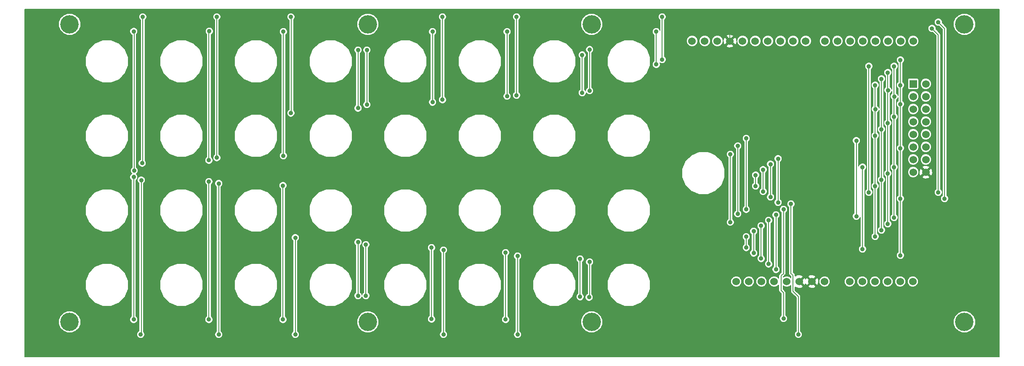
<source format=gbl>
G04 (created by PCBNEW-RS274X (2012-apr-16-27)-stable) date Sun 25 Aug 2013 09:14:28 PM CEST*
G01*
G70*
G90*
%MOIN*%
G04 Gerber Fmt 3.4, Leading zero omitted, Abs format*
%FSLAX34Y34*%
G04 APERTURE LIST*
%ADD10C,0.006000*%
%ADD11C,0.145700*%
%ADD12R,0.060000X0.060000*%
%ADD13C,0.060000*%
%ADD14C,0.035000*%
%ADD15C,0.008000*%
G04 APERTURE END LIST*
G54D10*
G54D11*
X18701Y-20669D03*
X42323Y-20669D03*
X60039Y-20669D03*
X89567Y-20669D03*
X89567Y-44291D03*
X60039Y-44291D03*
X42323Y-44291D03*
X18701Y-44291D03*
G54D12*
X85510Y-25400D03*
G54D13*
X86510Y-25400D03*
X85510Y-26400D03*
X86510Y-26400D03*
X85510Y-27400D03*
X86510Y-27400D03*
X85510Y-28400D03*
X86510Y-28400D03*
X85510Y-29400D03*
X86510Y-29400D03*
X71490Y-41080D03*
X72490Y-41080D03*
X73490Y-41080D03*
X74490Y-41080D03*
X75490Y-41080D03*
X76490Y-41080D03*
X77490Y-41080D03*
X78490Y-41080D03*
X80480Y-41080D03*
X81480Y-41080D03*
X82480Y-41080D03*
X83480Y-41080D03*
X84480Y-41080D03*
X85480Y-41080D03*
X85510Y-30400D03*
X85510Y-31400D03*
X85510Y-32400D03*
X86510Y-32400D03*
X86510Y-31400D03*
X86510Y-30400D03*
X85510Y-22000D03*
X84510Y-22000D03*
X83510Y-22000D03*
X82510Y-22000D03*
X81510Y-22000D03*
X80510Y-22000D03*
X79510Y-22000D03*
X78510Y-22000D03*
X77000Y-22000D03*
X76000Y-22000D03*
X75000Y-22000D03*
X74000Y-22000D03*
X73000Y-22000D03*
X72000Y-22000D03*
X71000Y-22000D03*
X70000Y-22000D03*
X69000Y-22000D03*
X68000Y-22000D03*
G54D14*
X84500Y-23500D03*
X84500Y-27000D03*
X84500Y-39000D03*
X84500Y-34500D03*
X84500Y-25500D03*
X84500Y-30500D03*
X73031Y-32638D03*
X73031Y-33504D03*
X24370Y-33031D03*
X24331Y-45276D03*
X24488Y-20079D03*
X24449Y-31693D03*
X30512Y-45276D03*
X74212Y-34370D03*
X30512Y-33307D03*
X74212Y-31764D03*
X30354Y-20079D03*
X30354Y-31260D03*
X36575Y-37598D03*
X36575Y-45276D03*
X71024Y-30980D03*
X71023Y-36378D03*
X36220Y-20079D03*
X36220Y-27717D03*
X42165Y-42205D03*
X72283Y-35354D03*
X42165Y-38150D03*
X72283Y-29724D03*
X42244Y-22717D03*
X42244Y-27047D03*
X48307Y-45276D03*
X48307Y-38583D03*
X72283Y-38385D03*
X72283Y-37519D03*
X48228Y-26654D03*
X48228Y-20079D03*
X54173Y-39055D03*
X73464Y-36653D03*
X54173Y-45276D03*
X73464Y-39252D03*
X54094Y-20079D03*
X54094Y-26299D03*
X74645Y-35787D03*
X59882Y-39528D03*
X59843Y-42323D03*
X74645Y-40118D03*
X59882Y-25945D03*
X59882Y-22677D03*
X75826Y-34921D03*
X76417Y-45275D03*
X65630Y-23465D03*
X65630Y-20079D03*
X83511Y-25900D03*
X83500Y-36500D03*
X83500Y-32500D03*
X83500Y-24500D03*
X83500Y-28500D03*
X84000Y-28000D03*
X84000Y-24000D03*
X84000Y-32000D03*
X84000Y-36000D03*
X84011Y-26400D03*
X81011Y-29900D03*
X81011Y-35900D03*
X82500Y-37500D03*
X82500Y-33500D03*
X82500Y-29500D03*
X82511Y-27400D03*
X82500Y-25500D03*
X83000Y-33000D03*
X83000Y-37000D03*
X83000Y-29000D03*
X83000Y-25000D03*
X87000Y-21000D03*
X87500Y-34000D03*
X87500Y-20500D03*
X88000Y-34500D03*
X23780Y-44094D03*
X23780Y-32795D03*
X23780Y-21240D03*
X23819Y-32283D03*
X73622Y-33937D03*
X29724Y-33150D03*
X29724Y-44094D03*
X73622Y-32205D03*
X29724Y-31457D03*
X29764Y-21220D03*
X35591Y-33465D03*
X35591Y-44094D03*
X74804Y-31338D03*
X74803Y-34804D03*
X35630Y-31102D03*
X35630Y-21260D03*
X71614Y-35708D03*
X41535Y-42205D03*
X41535Y-37953D03*
X71615Y-30318D03*
X41535Y-22717D03*
X41535Y-27323D03*
X47362Y-44055D03*
X47362Y-38386D03*
X47441Y-26850D03*
X47441Y-21260D03*
X53228Y-38780D03*
X72874Y-38818D03*
X72874Y-37086D03*
X53228Y-44094D03*
X53346Y-26378D03*
X53346Y-21260D03*
X74055Y-36220D03*
X59134Y-42283D03*
X59134Y-39291D03*
X74055Y-39685D03*
X59291Y-23110D03*
X59291Y-26102D03*
X75236Y-44015D03*
X75236Y-35354D03*
X65157Y-21260D03*
X65157Y-23858D03*
X25314Y-39448D03*
X73267Y-31496D03*
X37047Y-34055D03*
X65196Y-30708D03*
X65196Y-33858D03*
X65196Y-37204D03*
X43149Y-39567D03*
X31259Y-39488D03*
X37440Y-39567D03*
X54763Y-33858D03*
X42952Y-37204D03*
X48858Y-37204D03*
X49409Y-46220D03*
X18779Y-25590D03*
X54763Y-37204D03*
X43149Y-34055D03*
X60472Y-37204D03*
X65590Y-43228D03*
X60669Y-41929D03*
X31259Y-33897D03*
X37047Y-37007D03*
X75433Y-34252D03*
X72874Y-35433D03*
X60669Y-39960D03*
X54763Y-39567D03*
X60472Y-33858D03*
X31220Y-28346D03*
X37047Y-28346D03*
X80130Y-27677D03*
X25314Y-28307D03*
X80500Y-40000D03*
X54842Y-28149D03*
X80500Y-35500D03*
X43189Y-28228D03*
X49094Y-28267D03*
X65393Y-39960D03*
X86500Y-23000D03*
X88500Y-32500D03*
X84500Y-40000D03*
X88000Y-35500D03*
X49055Y-33858D03*
X80500Y-31000D03*
X25314Y-33818D03*
X49055Y-39567D03*
X78516Y-27126D03*
X19724Y-46417D03*
X25393Y-46181D03*
X31692Y-46141D03*
X69767Y-30303D03*
X31181Y-25590D03*
X74850Y-30649D03*
X37598Y-46141D03*
X76500Y-35000D03*
X75342Y-30149D03*
X88500Y-35000D03*
X43346Y-46259D03*
X76500Y-31000D03*
X43464Y-25590D03*
X55314Y-46220D03*
X37047Y-25590D03*
X25314Y-25590D03*
X61023Y-46259D03*
X70354Y-26299D03*
X66456Y-25393D03*
X61023Y-28189D03*
X66456Y-28504D03*
X61181Y-25590D03*
X76500Y-38500D03*
X18661Y-39409D03*
X76500Y-40000D03*
X54842Y-25590D03*
X74724Y-26299D03*
X76500Y-26500D03*
X49488Y-25590D03*
X82000Y-34000D03*
X82000Y-24000D03*
X81500Y-38500D03*
X81500Y-32000D03*
G54D15*
X84500Y-30500D02*
X84500Y-34500D01*
X84500Y-25500D02*
X84500Y-23500D01*
X84500Y-27000D02*
X84500Y-30500D01*
X84500Y-25500D02*
X84500Y-27000D01*
X84500Y-34500D02*
X84500Y-39000D01*
X73031Y-32638D02*
X73031Y-33504D01*
X24370Y-45237D02*
X24370Y-33031D01*
X24331Y-45276D02*
X24370Y-45237D01*
X24488Y-31654D02*
X24488Y-20079D01*
X24449Y-31693D02*
X24488Y-31654D01*
X30512Y-45276D02*
X30512Y-33307D01*
X74212Y-31764D02*
X74212Y-34370D01*
X30354Y-31260D02*
X30354Y-20079D01*
X36575Y-45276D02*
X36575Y-37598D01*
X71024Y-36180D02*
X71023Y-36181D01*
X71023Y-36181D02*
X71023Y-36378D01*
X71024Y-30980D02*
X71024Y-36180D01*
X36260Y-26378D02*
X36260Y-26496D01*
X36260Y-27677D02*
X36260Y-26378D01*
X36220Y-27717D02*
X36260Y-27677D01*
X36220Y-20079D02*
X36260Y-20119D01*
X36260Y-20119D02*
X36260Y-26378D01*
X72283Y-35354D02*
X72283Y-29724D01*
X42165Y-42205D02*
X42165Y-38150D01*
X42244Y-22717D02*
X42244Y-27047D01*
X48307Y-45276D02*
X48307Y-38583D01*
X72283Y-38385D02*
X72283Y-37519D01*
X48228Y-26654D02*
X48228Y-20079D01*
X73464Y-36653D02*
X73464Y-39252D01*
X54173Y-45276D02*
X54173Y-39055D01*
X54094Y-26299D02*
X54094Y-20079D01*
X59843Y-42323D02*
X59882Y-42284D01*
X59882Y-42284D02*
X59882Y-39528D01*
X74645Y-35787D02*
X74645Y-40118D01*
X59882Y-25945D02*
X59882Y-22677D01*
X75984Y-41850D02*
X76417Y-42283D01*
X75984Y-40590D02*
X75984Y-41850D01*
X75826Y-34921D02*
X75826Y-40432D01*
X75826Y-40432D02*
X75984Y-40590D01*
X76417Y-42283D02*
X76417Y-45275D01*
X65630Y-23465D02*
X65630Y-20079D01*
X83500Y-28500D02*
X83500Y-25900D01*
X83500Y-32500D02*
X83500Y-28500D01*
X83500Y-36500D02*
X83500Y-32500D01*
X83500Y-25900D02*
X83500Y-24500D01*
X83500Y-25900D02*
X83511Y-25900D01*
X84000Y-32000D02*
X84000Y-36000D01*
X84000Y-26400D02*
X84000Y-28000D01*
X84000Y-28000D02*
X84000Y-32000D01*
X84011Y-26400D02*
X84000Y-26400D01*
X84000Y-24000D02*
X84000Y-26400D01*
X81011Y-35900D02*
X81011Y-29900D01*
X82511Y-27400D02*
X82500Y-27400D01*
X82500Y-37500D02*
X82500Y-33500D01*
X82500Y-27400D02*
X82500Y-25500D01*
X82500Y-29500D02*
X82500Y-27400D01*
X82500Y-33500D02*
X82500Y-29500D01*
X83000Y-29000D02*
X83000Y-25000D01*
X83000Y-33000D02*
X83000Y-29000D01*
X83000Y-37000D02*
X83000Y-33000D01*
X87000Y-21000D02*
X87500Y-21500D01*
X87500Y-21500D02*
X87500Y-34000D01*
X88000Y-21000D02*
X88000Y-34500D01*
X87500Y-20500D02*
X88000Y-21000D01*
X23780Y-44094D02*
X23780Y-32756D01*
X23780Y-32756D02*
X23780Y-32795D01*
X23819Y-21279D02*
X23819Y-32283D01*
X23780Y-21240D02*
X23819Y-21279D01*
X29724Y-44094D02*
X29724Y-33150D01*
X73622Y-32205D02*
X73622Y-33937D01*
X29764Y-21220D02*
X29724Y-21260D01*
X29724Y-21260D02*
X29724Y-31457D01*
X74804Y-31338D02*
X74804Y-34803D01*
X74804Y-34803D02*
X74803Y-34804D01*
X35591Y-44094D02*
X35591Y-33465D01*
X35630Y-21260D02*
X35630Y-31102D01*
X71615Y-30318D02*
X71615Y-35707D01*
X71615Y-35707D02*
X71614Y-35708D01*
X41535Y-42205D02*
X41535Y-37953D01*
X41535Y-27323D02*
X41535Y-22717D01*
X47362Y-44055D02*
X47362Y-38386D01*
X47441Y-21260D02*
X47441Y-26850D01*
X53228Y-44094D02*
X53228Y-38780D01*
X72874Y-38818D02*
X72874Y-37086D01*
X53346Y-21260D02*
X53346Y-26378D01*
X59134Y-42283D02*
X59134Y-39291D01*
X74055Y-36220D02*
X74055Y-39685D01*
X59291Y-23110D02*
X59291Y-26102D01*
X75039Y-40630D02*
X75039Y-41771D01*
X75236Y-40433D02*
X75039Y-40630D01*
X75236Y-35354D02*
X75236Y-40433D01*
X75039Y-41771D02*
X75236Y-41968D01*
X75236Y-41968D02*
X75236Y-44015D01*
X65157Y-21260D02*
X65157Y-23858D01*
X31220Y-28346D02*
X31220Y-33858D01*
X72874Y-35433D02*
X72677Y-35236D01*
X65196Y-37204D02*
X65393Y-37401D01*
X49094Y-28267D02*
X49094Y-33819D01*
X65196Y-30708D02*
X65196Y-33858D01*
X43149Y-37401D02*
X43149Y-39567D01*
X37047Y-28346D02*
X37047Y-34055D01*
X25314Y-33818D02*
X25314Y-39448D01*
X25314Y-28307D02*
X25314Y-33818D01*
X54842Y-33779D02*
X54763Y-33858D01*
X43189Y-28228D02*
X43189Y-34015D01*
X49409Y-46220D02*
X48779Y-46850D01*
X48779Y-46850D02*
X48622Y-46850D01*
X72677Y-35236D02*
X72677Y-32086D01*
X65590Y-43228D02*
X65590Y-43307D01*
X43189Y-34015D02*
X43149Y-34055D01*
X31220Y-33858D02*
X31259Y-33897D01*
X37047Y-37007D02*
X37440Y-37400D01*
X37440Y-37400D02*
X37440Y-39567D01*
X54842Y-28149D02*
X54842Y-33779D01*
X15354Y-25039D02*
X15354Y-20079D01*
X78516Y-27126D02*
X79067Y-27677D01*
X72677Y-32086D02*
X73267Y-31496D01*
X60472Y-37204D02*
X60669Y-37401D01*
X60669Y-37401D02*
X60669Y-39960D01*
X54763Y-37204D02*
X54763Y-39567D01*
X61023Y-28189D02*
X60472Y-28740D01*
X60472Y-28740D02*
X60472Y-33858D01*
X49094Y-33819D02*
X49055Y-33858D01*
X42952Y-37204D02*
X43149Y-37401D01*
X48858Y-37204D02*
X49055Y-37401D01*
X49055Y-37401D02*
X49055Y-39567D01*
X49488Y-27873D02*
X49094Y-28267D01*
X31181Y-25590D02*
X31181Y-28307D01*
X31181Y-28307D02*
X31220Y-28346D01*
X37047Y-25590D02*
X37047Y-28346D01*
X43464Y-25590D02*
X43464Y-27953D01*
X43464Y-27953D02*
X43189Y-28228D01*
X49488Y-25590D02*
X49488Y-27873D01*
X54842Y-25590D02*
X54842Y-28149D01*
X30866Y-46850D02*
X26575Y-46850D01*
X80500Y-35500D02*
X80500Y-40000D01*
X65393Y-37401D02*
X65393Y-39960D01*
X15354Y-46654D02*
X15354Y-42952D01*
X79067Y-27677D02*
X80130Y-27677D01*
X71260Y-19685D02*
X91929Y-19685D01*
X25314Y-25590D02*
X25314Y-28307D01*
X32480Y-46850D02*
X30866Y-46850D01*
X76500Y-31000D02*
X76500Y-35000D01*
X76500Y-26500D02*
X76500Y-31000D01*
X15354Y-42952D02*
X15354Y-25039D01*
X88500Y-32500D02*
X88500Y-35000D01*
X15354Y-20079D02*
X15748Y-19685D01*
X71000Y-22000D02*
X71000Y-19945D01*
X19724Y-46417D02*
X19291Y-46850D01*
X15550Y-46850D02*
X15354Y-46654D01*
X49016Y-19685D02*
X53543Y-19685D01*
X15748Y-19685D02*
X25394Y-19685D01*
X35827Y-19685D02*
X49016Y-19685D01*
X24645Y-46850D02*
X19252Y-46850D01*
X19291Y-46850D02*
X19252Y-46850D01*
X25393Y-46181D02*
X24724Y-46850D01*
X24724Y-46850D02*
X24645Y-46850D01*
X61181Y-25590D02*
X61181Y-28031D01*
X31496Y-19685D02*
X35827Y-19685D01*
X74114Y-30649D02*
X74850Y-30649D01*
X73267Y-31496D02*
X74114Y-30649D01*
X25394Y-19685D02*
X31496Y-19685D01*
X43346Y-46259D02*
X42755Y-46850D01*
X42755Y-46850D02*
X42519Y-46850D01*
X37598Y-46141D02*
X36889Y-46850D01*
X36889Y-46850D02*
X36811Y-46850D01*
X53543Y-19685D02*
X66732Y-19685D01*
X19252Y-46850D02*
X15550Y-46850D01*
X75342Y-30157D02*
X75342Y-30149D01*
X74850Y-30649D02*
X75342Y-30157D01*
X66732Y-19685D02*
X67795Y-19685D01*
X67795Y-19685D02*
X71260Y-19685D01*
X71000Y-19945D02*
X71260Y-19685D01*
X31692Y-46141D02*
X30983Y-46850D01*
X92126Y-19882D02*
X92126Y-46456D01*
X50394Y-46850D02*
X48622Y-46850D01*
X48622Y-46850D02*
X42519Y-46850D01*
X42519Y-46850D02*
X38386Y-46850D01*
X91929Y-19685D02*
X92126Y-19882D01*
X38386Y-46850D02*
X36811Y-46850D01*
X36811Y-46850D02*
X32480Y-46850D01*
X76500Y-38500D02*
X76500Y-40000D01*
X61023Y-46259D02*
X60432Y-46850D01*
X60432Y-46850D02*
X60236Y-46850D01*
X67479Y-19685D02*
X66456Y-20708D01*
X66456Y-20708D02*
X66456Y-25393D01*
X55314Y-46220D02*
X54684Y-46850D01*
X54684Y-46850D02*
X54488Y-46850D01*
X30983Y-46850D02*
X30866Y-46850D01*
X61181Y-28031D02*
X61023Y-28189D01*
X67795Y-19685D02*
X67479Y-19685D01*
X66456Y-25393D02*
X66456Y-28504D01*
X76500Y-35000D02*
X76500Y-38500D01*
X15354Y-42716D02*
X15354Y-42952D01*
X80500Y-31000D02*
X80500Y-35500D01*
X91732Y-46850D02*
X67717Y-46850D01*
X92126Y-46456D02*
X91732Y-46850D01*
X67717Y-46850D02*
X60236Y-46850D01*
X60236Y-46850D02*
X56102Y-46850D01*
X56102Y-46850D02*
X54488Y-46850D01*
X54488Y-46850D02*
X50394Y-46850D01*
X26575Y-46850D02*
X24645Y-46850D01*
X18661Y-39409D02*
X15354Y-42716D01*
X15866Y-25551D02*
X15354Y-25039D01*
X18779Y-25590D02*
X18740Y-25551D01*
X18740Y-25551D02*
X15866Y-25551D01*
X82000Y-24000D02*
X82000Y-34000D01*
X81500Y-32000D02*
X81500Y-38500D01*
G54D10*
G36*
X92325Y-47049D02*
X90435Y-47049D01*
X90435Y-44464D01*
X90435Y-44119D01*
X90435Y-20842D01*
X90435Y-20497D01*
X90303Y-20178D01*
X90059Y-19934D01*
X89740Y-19801D01*
X89395Y-19801D01*
X89076Y-19933D01*
X88832Y-20177D01*
X88699Y-20496D01*
X88699Y-20841D01*
X88831Y-21160D01*
X89075Y-21404D01*
X89394Y-21537D01*
X89739Y-21537D01*
X90058Y-21405D01*
X90302Y-21161D01*
X90435Y-20842D01*
X90435Y-44119D01*
X90303Y-43800D01*
X90059Y-43556D01*
X89740Y-43423D01*
X89395Y-43423D01*
X89076Y-43555D01*
X88832Y-43799D01*
X88699Y-44118D01*
X88699Y-44463D01*
X88831Y-44782D01*
X89075Y-45026D01*
X89394Y-45159D01*
X89739Y-45159D01*
X90058Y-45027D01*
X90302Y-44783D01*
X90435Y-44464D01*
X90435Y-47049D01*
X88315Y-47049D01*
X88315Y-34563D01*
X88315Y-34438D01*
X88267Y-34322D01*
X88180Y-34234D01*
X88180Y-21000D01*
X88166Y-20931D01*
X88127Y-20873D01*
X87815Y-20561D01*
X87815Y-20438D01*
X87767Y-20322D01*
X87679Y-20233D01*
X87563Y-20185D01*
X87438Y-20185D01*
X87322Y-20233D01*
X87233Y-20321D01*
X87185Y-20437D01*
X87185Y-20562D01*
X87233Y-20678D01*
X87321Y-20767D01*
X87437Y-20815D01*
X87561Y-20815D01*
X87820Y-21074D01*
X87820Y-34234D01*
X87815Y-34239D01*
X87815Y-34063D01*
X87815Y-33938D01*
X87767Y-33822D01*
X87680Y-33734D01*
X87680Y-21500D01*
X87666Y-21431D01*
X87627Y-21373D01*
X87315Y-21061D01*
X87315Y-20938D01*
X87267Y-20822D01*
X87179Y-20733D01*
X87063Y-20685D01*
X86938Y-20685D01*
X86822Y-20733D01*
X86733Y-20821D01*
X86685Y-20937D01*
X86685Y-21062D01*
X86733Y-21178D01*
X86821Y-21267D01*
X86937Y-21315D01*
X87061Y-21315D01*
X87320Y-21574D01*
X87320Y-33734D01*
X87233Y-33821D01*
X87185Y-33937D01*
X87185Y-34062D01*
X87233Y-34178D01*
X87321Y-34267D01*
X87437Y-34315D01*
X87562Y-34315D01*
X87678Y-34267D01*
X87767Y-34179D01*
X87815Y-34063D01*
X87815Y-34239D01*
X87733Y-34321D01*
X87685Y-34437D01*
X87685Y-34562D01*
X87733Y-34678D01*
X87821Y-34767D01*
X87937Y-34815D01*
X88062Y-34815D01*
X88178Y-34767D01*
X88267Y-34679D01*
X88315Y-34563D01*
X88315Y-47049D01*
X87045Y-47049D01*
X87045Y-32467D01*
X87030Y-32257D01*
X86979Y-32133D01*
X86949Y-32124D01*
X86949Y-31488D01*
X86949Y-31313D01*
X86949Y-30488D01*
X86949Y-30313D01*
X86949Y-29488D01*
X86949Y-29313D01*
X86949Y-28488D01*
X86949Y-28313D01*
X86949Y-27488D01*
X86949Y-27313D01*
X86949Y-26488D01*
X86949Y-26313D01*
X86949Y-25488D01*
X86949Y-25313D01*
X86882Y-25152D01*
X86759Y-25028D01*
X86598Y-24961D01*
X86423Y-24961D01*
X86262Y-25028D01*
X86138Y-25151D01*
X86071Y-25312D01*
X86071Y-25487D01*
X86138Y-25648D01*
X86261Y-25772D01*
X86422Y-25839D01*
X86597Y-25839D01*
X86758Y-25772D01*
X86882Y-25649D01*
X86949Y-25488D01*
X86949Y-26313D01*
X86882Y-26152D01*
X86759Y-26028D01*
X86598Y-25961D01*
X86423Y-25961D01*
X86262Y-26028D01*
X86138Y-26151D01*
X86071Y-26312D01*
X86071Y-26487D01*
X86138Y-26648D01*
X86261Y-26772D01*
X86422Y-26839D01*
X86597Y-26839D01*
X86758Y-26772D01*
X86882Y-26649D01*
X86949Y-26488D01*
X86949Y-27313D01*
X86882Y-27152D01*
X86759Y-27028D01*
X86598Y-26961D01*
X86423Y-26961D01*
X86262Y-27028D01*
X86138Y-27151D01*
X86071Y-27312D01*
X86071Y-27487D01*
X86138Y-27648D01*
X86261Y-27772D01*
X86422Y-27839D01*
X86597Y-27839D01*
X86758Y-27772D01*
X86882Y-27649D01*
X86949Y-27488D01*
X86949Y-28313D01*
X86882Y-28152D01*
X86759Y-28028D01*
X86598Y-27961D01*
X86423Y-27961D01*
X86262Y-28028D01*
X86138Y-28151D01*
X86071Y-28312D01*
X86071Y-28487D01*
X86138Y-28648D01*
X86261Y-28772D01*
X86422Y-28839D01*
X86597Y-28839D01*
X86758Y-28772D01*
X86882Y-28649D01*
X86949Y-28488D01*
X86949Y-29313D01*
X86882Y-29152D01*
X86759Y-29028D01*
X86598Y-28961D01*
X86423Y-28961D01*
X86262Y-29028D01*
X86138Y-29151D01*
X86071Y-29312D01*
X86071Y-29487D01*
X86138Y-29648D01*
X86261Y-29772D01*
X86422Y-29839D01*
X86597Y-29839D01*
X86758Y-29772D01*
X86882Y-29649D01*
X86949Y-29488D01*
X86949Y-30313D01*
X86882Y-30152D01*
X86759Y-30028D01*
X86598Y-29961D01*
X86423Y-29961D01*
X86262Y-30028D01*
X86138Y-30151D01*
X86071Y-30312D01*
X86071Y-30487D01*
X86138Y-30648D01*
X86261Y-30772D01*
X86422Y-30839D01*
X86597Y-30839D01*
X86758Y-30772D01*
X86882Y-30649D01*
X86949Y-30488D01*
X86949Y-31313D01*
X86882Y-31152D01*
X86759Y-31028D01*
X86598Y-30961D01*
X86423Y-30961D01*
X86262Y-31028D01*
X86138Y-31151D01*
X86071Y-31312D01*
X86071Y-31487D01*
X86138Y-31648D01*
X86261Y-31772D01*
X86422Y-31839D01*
X86597Y-31839D01*
X86758Y-31772D01*
X86882Y-31649D01*
X86949Y-31488D01*
X86949Y-32124D01*
X86889Y-32106D01*
X86804Y-32191D01*
X86804Y-32021D01*
X86777Y-31931D01*
X86577Y-31865D01*
X86367Y-31880D01*
X86243Y-31931D01*
X86216Y-32021D01*
X86510Y-32315D01*
X86804Y-32021D01*
X86804Y-32191D01*
X86595Y-32400D01*
X86889Y-32694D01*
X86979Y-32667D01*
X87045Y-32467D01*
X87045Y-47049D01*
X86804Y-47049D01*
X86804Y-32779D01*
X86510Y-32485D01*
X86425Y-32570D01*
X86425Y-32400D01*
X86131Y-32106D01*
X86041Y-32133D01*
X85975Y-32333D01*
X85990Y-32543D01*
X86041Y-32667D01*
X86131Y-32694D01*
X86425Y-32400D01*
X86425Y-32570D01*
X86216Y-32779D01*
X86243Y-32869D01*
X86443Y-32935D01*
X86653Y-32920D01*
X86777Y-32869D01*
X86804Y-32779D01*
X86804Y-47049D01*
X85949Y-47049D01*
X85949Y-32488D01*
X85949Y-32313D01*
X85949Y-31488D01*
X85949Y-31313D01*
X85949Y-30488D01*
X85949Y-30313D01*
X85949Y-29488D01*
X85949Y-29313D01*
X85949Y-28488D01*
X85949Y-28313D01*
X85949Y-27488D01*
X85949Y-27313D01*
X85949Y-26488D01*
X85949Y-26313D01*
X85949Y-25727D01*
X85949Y-25672D01*
X85949Y-25072D01*
X85949Y-22088D01*
X85949Y-21913D01*
X85882Y-21752D01*
X85759Y-21628D01*
X85598Y-21561D01*
X85423Y-21561D01*
X85262Y-21628D01*
X85138Y-21751D01*
X85071Y-21912D01*
X85071Y-22087D01*
X85138Y-22248D01*
X85261Y-22372D01*
X85422Y-22439D01*
X85597Y-22439D01*
X85758Y-22372D01*
X85882Y-22249D01*
X85949Y-22088D01*
X85949Y-25072D01*
X85928Y-25021D01*
X85888Y-24982D01*
X85837Y-24961D01*
X85782Y-24961D01*
X85182Y-24961D01*
X85131Y-24982D01*
X85092Y-25022D01*
X85071Y-25073D01*
X85071Y-25128D01*
X85071Y-25728D01*
X85092Y-25779D01*
X85132Y-25818D01*
X85183Y-25839D01*
X85238Y-25839D01*
X85838Y-25839D01*
X85889Y-25818D01*
X85928Y-25778D01*
X85949Y-25727D01*
X85949Y-26313D01*
X85882Y-26152D01*
X85759Y-26028D01*
X85598Y-25961D01*
X85423Y-25961D01*
X85262Y-26028D01*
X85138Y-26151D01*
X85071Y-26312D01*
X85071Y-26487D01*
X85138Y-26648D01*
X85261Y-26772D01*
X85422Y-26839D01*
X85597Y-26839D01*
X85758Y-26772D01*
X85882Y-26649D01*
X85949Y-26488D01*
X85949Y-27313D01*
X85882Y-27152D01*
X85759Y-27028D01*
X85598Y-26961D01*
X85423Y-26961D01*
X85262Y-27028D01*
X85138Y-27151D01*
X85071Y-27312D01*
X85071Y-27487D01*
X85138Y-27648D01*
X85261Y-27772D01*
X85422Y-27839D01*
X85597Y-27839D01*
X85758Y-27772D01*
X85882Y-27649D01*
X85949Y-27488D01*
X85949Y-28313D01*
X85882Y-28152D01*
X85759Y-28028D01*
X85598Y-27961D01*
X85423Y-27961D01*
X85262Y-28028D01*
X85138Y-28151D01*
X85071Y-28312D01*
X85071Y-28487D01*
X85138Y-28648D01*
X85261Y-28772D01*
X85422Y-28839D01*
X85597Y-28839D01*
X85758Y-28772D01*
X85882Y-28649D01*
X85949Y-28488D01*
X85949Y-29313D01*
X85882Y-29152D01*
X85759Y-29028D01*
X85598Y-28961D01*
X85423Y-28961D01*
X85262Y-29028D01*
X85138Y-29151D01*
X85071Y-29312D01*
X85071Y-29487D01*
X85138Y-29648D01*
X85261Y-29772D01*
X85422Y-29839D01*
X85597Y-29839D01*
X85758Y-29772D01*
X85882Y-29649D01*
X85949Y-29488D01*
X85949Y-30313D01*
X85882Y-30152D01*
X85759Y-30028D01*
X85598Y-29961D01*
X85423Y-29961D01*
X85262Y-30028D01*
X85138Y-30151D01*
X85071Y-30312D01*
X85071Y-30487D01*
X85138Y-30648D01*
X85261Y-30772D01*
X85422Y-30839D01*
X85597Y-30839D01*
X85758Y-30772D01*
X85882Y-30649D01*
X85949Y-30488D01*
X85949Y-31313D01*
X85882Y-31152D01*
X85759Y-31028D01*
X85598Y-30961D01*
X85423Y-30961D01*
X85262Y-31028D01*
X85138Y-31151D01*
X85071Y-31312D01*
X85071Y-31487D01*
X85138Y-31648D01*
X85261Y-31772D01*
X85422Y-31839D01*
X85597Y-31839D01*
X85758Y-31772D01*
X85882Y-31649D01*
X85949Y-31488D01*
X85949Y-32313D01*
X85882Y-32152D01*
X85759Y-32028D01*
X85598Y-31961D01*
X85423Y-31961D01*
X85262Y-32028D01*
X85138Y-32151D01*
X85071Y-32312D01*
X85071Y-32487D01*
X85138Y-32648D01*
X85261Y-32772D01*
X85422Y-32839D01*
X85597Y-32839D01*
X85758Y-32772D01*
X85882Y-32649D01*
X85949Y-32488D01*
X85949Y-47049D01*
X85919Y-47049D01*
X85919Y-41168D01*
X85919Y-40993D01*
X85852Y-40832D01*
X85729Y-40708D01*
X85568Y-40641D01*
X85393Y-40641D01*
X85232Y-40708D01*
X85108Y-40831D01*
X85041Y-40992D01*
X85041Y-41167D01*
X85108Y-41328D01*
X85231Y-41452D01*
X85392Y-41519D01*
X85567Y-41519D01*
X85728Y-41452D01*
X85852Y-41329D01*
X85919Y-41168D01*
X85919Y-47049D01*
X84949Y-47049D01*
X84949Y-22088D01*
X84949Y-21913D01*
X84882Y-21752D01*
X84759Y-21628D01*
X84598Y-21561D01*
X84423Y-21561D01*
X84262Y-21628D01*
X84138Y-21751D01*
X84071Y-21912D01*
X84071Y-22087D01*
X84138Y-22248D01*
X84261Y-22372D01*
X84422Y-22439D01*
X84597Y-22439D01*
X84758Y-22372D01*
X84882Y-22249D01*
X84949Y-22088D01*
X84949Y-47049D01*
X84919Y-47049D01*
X84919Y-41168D01*
X84919Y-40993D01*
X84852Y-40832D01*
X84815Y-40794D01*
X84815Y-39063D01*
X84815Y-38938D01*
X84767Y-38822D01*
X84680Y-38734D01*
X84680Y-34765D01*
X84767Y-34679D01*
X84815Y-34563D01*
X84815Y-34438D01*
X84767Y-34322D01*
X84680Y-34234D01*
X84680Y-30765D01*
X84767Y-30679D01*
X84815Y-30563D01*
X84815Y-30438D01*
X84767Y-30322D01*
X84680Y-30234D01*
X84680Y-27265D01*
X84767Y-27179D01*
X84815Y-27063D01*
X84815Y-26938D01*
X84767Y-26822D01*
X84680Y-26734D01*
X84680Y-25765D01*
X84767Y-25679D01*
X84815Y-25563D01*
X84815Y-25438D01*
X84767Y-25322D01*
X84680Y-25234D01*
X84680Y-23765D01*
X84767Y-23679D01*
X84815Y-23563D01*
X84815Y-23438D01*
X84767Y-23322D01*
X84679Y-23233D01*
X84563Y-23185D01*
X84438Y-23185D01*
X84322Y-23233D01*
X84233Y-23321D01*
X84185Y-23437D01*
X84185Y-23562D01*
X84233Y-23678D01*
X84320Y-23765D01*
X84320Y-25234D01*
X84233Y-25321D01*
X84185Y-25437D01*
X84185Y-25562D01*
X84233Y-25678D01*
X84320Y-25765D01*
X84320Y-26323D01*
X84278Y-26222D01*
X84190Y-26133D01*
X84180Y-26128D01*
X84180Y-24265D01*
X84267Y-24179D01*
X84315Y-24063D01*
X84315Y-23938D01*
X84267Y-23822D01*
X84179Y-23733D01*
X84063Y-23685D01*
X83949Y-23685D01*
X83949Y-22088D01*
X83949Y-21913D01*
X83882Y-21752D01*
X83759Y-21628D01*
X83598Y-21561D01*
X83423Y-21561D01*
X83262Y-21628D01*
X83138Y-21751D01*
X83071Y-21912D01*
X83071Y-22087D01*
X83138Y-22248D01*
X83261Y-22372D01*
X83422Y-22439D01*
X83597Y-22439D01*
X83758Y-22372D01*
X83882Y-22249D01*
X83949Y-22088D01*
X83949Y-23685D01*
X83938Y-23685D01*
X83822Y-23733D01*
X83733Y-23821D01*
X83685Y-23937D01*
X83685Y-24062D01*
X83733Y-24178D01*
X83820Y-24265D01*
X83820Y-25823D01*
X83778Y-25722D01*
X83690Y-25633D01*
X83680Y-25628D01*
X83680Y-24765D01*
X83767Y-24679D01*
X83815Y-24563D01*
X83815Y-24438D01*
X83767Y-24322D01*
X83679Y-24233D01*
X83563Y-24185D01*
X83438Y-24185D01*
X83322Y-24233D01*
X83233Y-24321D01*
X83185Y-24437D01*
X83185Y-24562D01*
X83233Y-24678D01*
X83320Y-24765D01*
X83320Y-25645D01*
X83244Y-25721D01*
X83196Y-25837D01*
X83196Y-25962D01*
X83244Y-26078D01*
X83320Y-26154D01*
X83320Y-28234D01*
X83233Y-28321D01*
X83185Y-28437D01*
X83185Y-28562D01*
X83233Y-28678D01*
X83320Y-28765D01*
X83320Y-32234D01*
X83233Y-32321D01*
X83185Y-32437D01*
X83185Y-32562D01*
X83233Y-32678D01*
X83320Y-32765D01*
X83320Y-36234D01*
X83233Y-36321D01*
X83185Y-36437D01*
X83185Y-36562D01*
X83233Y-36678D01*
X83321Y-36767D01*
X83437Y-36815D01*
X83562Y-36815D01*
X83678Y-36767D01*
X83767Y-36679D01*
X83815Y-36563D01*
X83815Y-36438D01*
X83767Y-36322D01*
X83680Y-36234D01*
X83680Y-32765D01*
X83767Y-32679D01*
X83815Y-32563D01*
X83815Y-32438D01*
X83767Y-32322D01*
X83680Y-32234D01*
X83680Y-28765D01*
X83767Y-28679D01*
X83815Y-28563D01*
X83815Y-28438D01*
X83767Y-28322D01*
X83680Y-28234D01*
X83680Y-26170D01*
X83689Y-26167D01*
X83778Y-26079D01*
X83820Y-25977D01*
X83820Y-26145D01*
X83744Y-26221D01*
X83696Y-26337D01*
X83696Y-26462D01*
X83744Y-26578D01*
X83820Y-26654D01*
X83820Y-27734D01*
X83733Y-27821D01*
X83685Y-27937D01*
X83685Y-28062D01*
X83733Y-28178D01*
X83820Y-28265D01*
X83820Y-31734D01*
X83733Y-31821D01*
X83685Y-31937D01*
X83685Y-32062D01*
X83733Y-32178D01*
X83820Y-32265D01*
X83820Y-35734D01*
X83733Y-35821D01*
X83685Y-35937D01*
X83685Y-36062D01*
X83733Y-36178D01*
X83821Y-36267D01*
X83937Y-36315D01*
X84062Y-36315D01*
X84178Y-36267D01*
X84267Y-36179D01*
X84315Y-36063D01*
X84315Y-35938D01*
X84267Y-35822D01*
X84180Y-35734D01*
X84180Y-32265D01*
X84267Y-32179D01*
X84315Y-32063D01*
X84315Y-31938D01*
X84267Y-31822D01*
X84180Y-31734D01*
X84180Y-28265D01*
X84267Y-28179D01*
X84315Y-28063D01*
X84315Y-27938D01*
X84267Y-27822D01*
X84180Y-27734D01*
X84180Y-26670D01*
X84189Y-26667D01*
X84278Y-26579D01*
X84320Y-26477D01*
X84320Y-26734D01*
X84233Y-26821D01*
X84185Y-26937D01*
X84185Y-27062D01*
X84233Y-27178D01*
X84320Y-27265D01*
X84320Y-30234D01*
X84233Y-30321D01*
X84185Y-30437D01*
X84185Y-30562D01*
X84233Y-30678D01*
X84320Y-30765D01*
X84320Y-34234D01*
X84233Y-34321D01*
X84185Y-34437D01*
X84185Y-34562D01*
X84233Y-34678D01*
X84320Y-34765D01*
X84320Y-38734D01*
X84233Y-38821D01*
X84185Y-38937D01*
X84185Y-39062D01*
X84233Y-39178D01*
X84321Y-39267D01*
X84437Y-39315D01*
X84562Y-39315D01*
X84678Y-39267D01*
X84767Y-39179D01*
X84815Y-39063D01*
X84815Y-40794D01*
X84729Y-40708D01*
X84568Y-40641D01*
X84393Y-40641D01*
X84232Y-40708D01*
X84108Y-40831D01*
X84041Y-40992D01*
X84041Y-41167D01*
X84108Y-41328D01*
X84231Y-41452D01*
X84392Y-41519D01*
X84567Y-41519D01*
X84728Y-41452D01*
X84852Y-41329D01*
X84919Y-41168D01*
X84919Y-47049D01*
X83919Y-47049D01*
X83919Y-41168D01*
X83919Y-40993D01*
X83852Y-40832D01*
X83729Y-40708D01*
X83568Y-40641D01*
X83393Y-40641D01*
X83315Y-40673D01*
X83315Y-37063D01*
X83315Y-36938D01*
X83267Y-36822D01*
X83180Y-36734D01*
X83180Y-33265D01*
X83267Y-33179D01*
X83315Y-33063D01*
X83315Y-32938D01*
X83267Y-32822D01*
X83180Y-32734D01*
X83180Y-29265D01*
X83267Y-29179D01*
X83315Y-29063D01*
X83315Y-28938D01*
X83267Y-28822D01*
X83180Y-28734D01*
X83180Y-25265D01*
X83267Y-25179D01*
X83315Y-25063D01*
X83315Y-24938D01*
X83267Y-24822D01*
X83179Y-24733D01*
X83063Y-24685D01*
X82949Y-24685D01*
X82949Y-22088D01*
X82949Y-21913D01*
X82882Y-21752D01*
X82759Y-21628D01*
X82598Y-21561D01*
X82423Y-21561D01*
X82262Y-21628D01*
X82138Y-21751D01*
X82071Y-21912D01*
X82071Y-22087D01*
X82138Y-22248D01*
X82261Y-22372D01*
X82422Y-22439D01*
X82597Y-22439D01*
X82758Y-22372D01*
X82882Y-22249D01*
X82949Y-22088D01*
X82949Y-24685D01*
X82938Y-24685D01*
X82822Y-24733D01*
X82733Y-24821D01*
X82685Y-24937D01*
X82685Y-25062D01*
X82733Y-25178D01*
X82820Y-25265D01*
X82820Y-27323D01*
X82778Y-27222D01*
X82690Y-27133D01*
X82680Y-27128D01*
X82680Y-25765D01*
X82767Y-25679D01*
X82815Y-25563D01*
X82815Y-25438D01*
X82767Y-25322D01*
X82679Y-25233D01*
X82563Y-25185D01*
X82438Y-25185D01*
X82322Y-25233D01*
X82233Y-25321D01*
X82185Y-25437D01*
X82185Y-25562D01*
X82233Y-25678D01*
X82320Y-25765D01*
X82320Y-27145D01*
X82244Y-27221D01*
X82196Y-27337D01*
X82196Y-27462D01*
X82244Y-27578D01*
X82320Y-27654D01*
X82320Y-29234D01*
X82233Y-29321D01*
X82185Y-29437D01*
X82185Y-29562D01*
X82233Y-29678D01*
X82320Y-29765D01*
X82320Y-33234D01*
X82233Y-33321D01*
X82185Y-33437D01*
X82185Y-33562D01*
X82233Y-33678D01*
X82320Y-33765D01*
X82320Y-37234D01*
X82315Y-37239D01*
X82315Y-34063D01*
X82315Y-33938D01*
X82267Y-33822D01*
X82180Y-33734D01*
X82180Y-24265D01*
X82267Y-24179D01*
X82315Y-24063D01*
X82315Y-23938D01*
X82267Y-23822D01*
X82179Y-23733D01*
X82063Y-23685D01*
X81949Y-23685D01*
X81949Y-22088D01*
X81949Y-21913D01*
X81882Y-21752D01*
X81759Y-21628D01*
X81598Y-21561D01*
X81423Y-21561D01*
X81262Y-21628D01*
X81138Y-21751D01*
X81071Y-21912D01*
X81071Y-22087D01*
X81138Y-22248D01*
X81261Y-22372D01*
X81422Y-22439D01*
X81597Y-22439D01*
X81758Y-22372D01*
X81882Y-22249D01*
X81949Y-22088D01*
X81949Y-23685D01*
X81938Y-23685D01*
X81822Y-23733D01*
X81733Y-23821D01*
X81685Y-23937D01*
X81685Y-24062D01*
X81733Y-24178D01*
X81820Y-24265D01*
X81820Y-33734D01*
X81733Y-33821D01*
X81685Y-33937D01*
X81685Y-34062D01*
X81733Y-34178D01*
X81821Y-34267D01*
X81937Y-34315D01*
X82062Y-34315D01*
X82178Y-34267D01*
X82267Y-34179D01*
X82315Y-34063D01*
X82315Y-37239D01*
X82233Y-37321D01*
X82185Y-37437D01*
X82185Y-37562D01*
X82233Y-37678D01*
X82321Y-37767D01*
X82437Y-37815D01*
X82562Y-37815D01*
X82678Y-37767D01*
X82767Y-37679D01*
X82815Y-37563D01*
X82815Y-37438D01*
X82767Y-37322D01*
X82680Y-37234D01*
X82680Y-33765D01*
X82767Y-33679D01*
X82815Y-33563D01*
X82815Y-33438D01*
X82767Y-33322D01*
X82680Y-33234D01*
X82680Y-29765D01*
X82767Y-29679D01*
X82815Y-29563D01*
X82815Y-29438D01*
X82767Y-29322D01*
X82680Y-29234D01*
X82680Y-27670D01*
X82689Y-27667D01*
X82778Y-27579D01*
X82820Y-27477D01*
X82820Y-28734D01*
X82733Y-28821D01*
X82685Y-28937D01*
X82685Y-29062D01*
X82733Y-29178D01*
X82820Y-29265D01*
X82820Y-32734D01*
X82733Y-32821D01*
X82685Y-32937D01*
X82685Y-33062D01*
X82733Y-33178D01*
X82820Y-33265D01*
X82820Y-36734D01*
X82733Y-36821D01*
X82685Y-36937D01*
X82685Y-37062D01*
X82733Y-37178D01*
X82821Y-37267D01*
X82937Y-37315D01*
X83062Y-37315D01*
X83178Y-37267D01*
X83267Y-37179D01*
X83315Y-37063D01*
X83315Y-40673D01*
X83232Y-40708D01*
X83108Y-40831D01*
X83041Y-40992D01*
X83041Y-41167D01*
X83108Y-41328D01*
X83231Y-41452D01*
X83392Y-41519D01*
X83567Y-41519D01*
X83728Y-41452D01*
X83852Y-41329D01*
X83919Y-41168D01*
X83919Y-47049D01*
X82919Y-47049D01*
X82919Y-41168D01*
X82919Y-40993D01*
X82852Y-40832D01*
X82729Y-40708D01*
X82568Y-40641D01*
X82393Y-40641D01*
X82232Y-40708D01*
X82108Y-40831D01*
X82041Y-40992D01*
X82041Y-41167D01*
X82108Y-41328D01*
X82231Y-41452D01*
X82392Y-41519D01*
X82567Y-41519D01*
X82728Y-41452D01*
X82852Y-41329D01*
X82919Y-41168D01*
X82919Y-47049D01*
X81919Y-47049D01*
X81919Y-41168D01*
X81919Y-40993D01*
X81852Y-40832D01*
X81815Y-40794D01*
X81815Y-38563D01*
X81815Y-38438D01*
X81767Y-38322D01*
X81680Y-38234D01*
X81680Y-32265D01*
X81767Y-32179D01*
X81815Y-32063D01*
X81815Y-31938D01*
X81767Y-31822D01*
X81679Y-31733D01*
X81563Y-31685D01*
X81438Y-31685D01*
X81322Y-31733D01*
X81233Y-31821D01*
X81191Y-31922D01*
X81191Y-30165D01*
X81278Y-30079D01*
X81326Y-29963D01*
X81326Y-29838D01*
X81278Y-29722D01*
X81190Y-29633D01*
X81074Y-29585D01*
X80949Y-29585D01*
X80949Y-22088D01*
X80949Y-21913D01*
X80882Y-21752D01*
X80759Y-21628D01*
X80598Y-21561D01*
X80423Y-21561D01*
X80262Y-21628D01*
X80138Y-21751D01*
X80071Y-21912D01*
X80071Y-22087D01*
X80138Y-22248D01*
X80261Y-22372D01*
X80422Y-22439D01*
X80597Y-22439D01*
X80758Y-22372D01*
X80882Y-22249D01*
X80949Y-22088D01*
X80949Y-29585D01*
X80833Y-29633D01*
X80744Y-29721D01*
X80696Y-29837D01*
X80696Y-29962D01*
X80744Y-30078D01*
X80831Y-30165D01*
X80831Y-35634D01*
X80744Y-35721D01*
X80696Y-35837D01*
X80696Y-35962D01*
X80744Y-36078D01*
X80832Y-36167D01*
X80948Y-36215D01*
X81073Y-36215D01*
X81189Y-36167D01*
X81278Y-36079D01*
X81320Y-35977D01*
X81320Y-38234D01*
X81233Y-38321D01*
X81185Y-38437D01*
X81185Y-38562D01*
X81233Y-38678D01*
X81321Y-38767D01*
X81437Y-38815D01*
X81562Y-38815D01*
X81678Y-38767D01*
X81767Y-38679D01*
X81815Y-38563D01*
X81815Y-40794D01*
X81729Y-40708D01*
X81568Y-40641D01*
X81393Y-40641D01*
X81232Y-40708D01*
X81108Y-40831D01*
X81041Y-40992D01*
X81041Y-41167D01*
X81108Y-41328D01*
X81231Y-41452D01*
X81392Y-41519D01*
X81567Y-41519D01*
X81728Y-41452D01*
X81852Y-41329D01*
X81919Y-41168D01*
X81919Y-47049D01*
X80919Y-47049D01*
X80919Y-41168D01*
X80919Y-40993D01*
X80852Y-40832D01*
X80729Y-40708D01*
X80568Y-40641D01*
X80393Y-40641D01*
X80232Y-40708D01*
X80108Y-40831D01*
X80041Y-40992D01*
X80041Y-41167D01*
X80108Y-41328D01*
X80231Y-41452D01*
X80392Y-41519D01*
X80567Y-41519D01*
X80728Y-41452D01*
X80852Y-41329D01*
X80919Y-41168D01*
X80919Y-47049D01*
X79949Y-47049D01*
X79949Y-22088D01*
X79949Y-21913D01*
X79882Y-21752D01*
X79759Y-21628D01*
X79598Y-21561D01*
X79423Y-21561D01*
X79262Y-21628D01*
X79138Y-21751D01*
X79071Y-21912D01*
X79071Y-22087D01*
X79138Y-22248D01*
X79261Y-22372D01*
X79422Y-22439D01*
X79597Y-22439D01*
X79758Y-22372D01*
X79882Y-22249D01*
X79949Y-22088D01*
X79949Y-47049D01*
X78949Y-47049D01*
X78949Y-22088D01*
X78949Y-21913D01*
X78882Y-21752D01*
X78759Y-21628D01*
X78598Y-21561D01*
X78423Y-21561D01*
X78262Y-21628D01*
X78138Y-21751D01*
X78071Y-21912D01*
X78071Y-22087D01*
X78138Y-22248D01*
X78261Y-22372D01*
X78422Y-22439D01*
X78597Y-22439D01*
X78758Y-22372D01*
X78882Y-22249D01*
X78949Y-22088D01*
X78949Y-47049D01*
X78929Y-47049D01*
X78929Y-41168D01*
X78929Y-40993D01*
X78862Y-40832D01*
X78739Y-40708D01*
X78578Y-40641D01*
X78403Y-40641D01*
X78242Y-40708D01*
X78118Y-40831D01*
X78051Y-40992D01*
X78051Y-41167D01*
X78118Y-41328D01*
X78241Y-41452D01*
X78402Y-41519D01*
X78577Y-41519D01*
X78738Y-41452D01*
X78862Y-41329D01*
X78929Y-41168D01*
X78929Y-47049D01*
X78025Y-47049D01*
X78025Y-41147D01*
X78010Y-40937D01*
X77959Y-40813D01*
X77869Y-40786D01*
X77784Y-40871D01*
X77784Y-40701D01*
X77757Y-40611D01*
X77557Y-40545D01*
X77439Y-40553D01*
X77439Y-22088D01*
X77439Y-21913D01*
X77372Y-21752D01*
X77249Y-21628D01*
X77088Y-21561D01*
X76913Y-21561D01*
X76752Y-21628D01*
X76628Y-21751D01*
X76561Y-21912D01*
X76561Y-22087D01*
X76628Y-22248D01*
X76751Y-22372D01*
X76912Y-22439D01*
X77087Y-22439D01*
X77248Y-22372D01*
X77372Y-22249D01*
X77439Y-22088D01*
X77439Y-40553D01*
X77347Y-40560D01*
X77223Y-40611D01*
X77196Y-40701D01*
X77490Y-40995D01*
X77784Y-40701D01*
X77784Y-40871D01*
X77575Y-41080D01*
X77869Y-41374D01*
X77959Y-41347D01*
X78025Y-41147D01*
X78025Y-47049D01*
X77784Y-47049D01*
X77784Y-41459D01*
X77490Y-41165D01*
X77405Y-41250D01*
X77405Y-41080D01*
X77111Y-40786D01*
X77021Y-40813D01*
X76993Y-40896D01*
X76959Y-40813D01*
X76869Y-40786D01*
X76784Y-40871D01*
X76575Y-41080D01*
X76869Y-41374D01*
X76959Y-41347D01*
X76986Y-41263D01*
X77021Y-41347D01*
X77111Y-41374D01*
X77405Y-41080D01*
X77405Y-41250D01*
X77196Y-41459D01*
X77223Y-41549D01*
X77423Y-41615D01*
X77633Y-41600D01*
X77757Y-41549D01*
X77784Y-41459D01*
X77784Y-47049D01*
X76784Y-47049D01*
X76784Y-41459D01*
X76518Y-41193D01*
X76490Y-41165D01*
X76405Y-41080D01*
X76490Y-40995D01*
X76518Y-40967D01*
X76784Y-40701D01*
X76757Y-40611D01*
X76557Y-40545D01*
X76439Y-40553D01*
X76439Y-22088D01*
X76439Y-21913D01*
X76372Y-21752D01*
X76249Y-21628D01*
X76088Y-21561D01*
X75913Y-21561D01*
X75752Y-21628D01*
X75628Y-21751D01*
X75561Y-21912D01*
X75561Y-22087D01*
X75628Y-22248D01*
X75751Y-22372D01*
X75912Y-22439D01*
X76087Y-22439D01*
X76248Y-22372D01*
X76372Y-22249D01*
X76439Y-22088D01*
X76439Y-40553D01*
X76347Y-40560D01*
X76223Y-40611D01*
X76209Y-40657D01*
X76173Y-40621D01*
X76164Y-40630D01*
X76164Y-40590D01*
X76150Y-40521D01*
X76111Y-40463D01*
X76111Y-40462D01*
X76006Y-40357D01*
X76006Y-35186D01*
X76093Y-35100D01*
X76141Y-34984D01*
X76141Y-34859D01*
X76093Y-34743D01*
X76005Y-34654D01*
X75889Y-34606D01*
X75764Y-34606D01*
X75648Y-34654D01*
X75559Y-34742D01*
X75511Y-34858D01*
X75511Y-34983D01*
X75559Y-35099D01*
X75646Y-35186D01*
X75646Y-40432D01*
X75660Y-40501D01*
X75699Y-40559D01*
X75804Y-40664D01*
X75804Y-40773D01*
X75739Y-40708D01*
X75578Y-40641D01*
X75403Y-40641D01*
X75242Y-40708D01*
X75219Y-40730D01*
X75219Y-40704D01*
X75363Y-40561D01*
X75363Y-40560D01*
X75402Y-40502D01*
X75415Y-40433D01*
X75416Y-40433D01*
X75416Y-35619D01*
X75503Y-35533D01*
X75551Y-35417D01*
X75551Y-35292D01*
X75503Y-35176D01*
X75439Y-35111D01*
X75439Y-22088D01*
X75439Y-21913D01*
X75372Y-21752D01*
X75249Y-21628D01*
X75088Y-21561D01*
X74913Y-21561D01*
X74752Y-21628D01*
X74628Y-21751D01*
X74561Y-21912D01*
X74561Y-22087D01*
X74628Y-22248D01*
X74751Y-22372D01*
X74912Y-22439D01*
X75087Y-22439D01*
X75248Y-22372D01*
X75372Y-22249D01*
X75439Y-22088D01*
X75439Y-35111D01*
X75415Y-35087D01*
X75299Y-35039D01*
X75174Y-35039D01*
X75119Y-35061D01*
X75119Y-31401D01*
X75119Y-31276D01*
X75071Y-31160D01*
X74983Y-31071D01*
X74867Y-31023D01*
X74742Y-31023D01*
X74626Y-31071D01*
X74537Y-31159D01*
X74489Y-31275D01*
X74489Y-31400D01*
X74537Y-31516D01*
X74624Y-31603D01*
X74624Y-34537D01*
X74536Y-34625D01*
X74527Y-34646D01*
X74527Y-34433D01*
X74527Y-34308D01*
X74479Y-34192D01*
X74392Y-34104D01*
X74392Y-32029D01*
X74479Y-31943D01*
X74527Y-31827D01*
X74527Y-31702D01*
X74479Y-31586D01*
X74439Y-31545D01*
X74439Y-22088D01*
X74439Y-21913D01*
X74372Y-21752D01*
X74249Y-21628D01*
X74088Y-21561D01*
X73913Y-21561D01*
X73752Y-21628D01*
X73628Y-21751D01*
X73561Y-21912D01*
X73561Y-22087D01*
X73628Y-22248D01*
X73751Y-22372D01*
X73912Y-22439D01*
X74087Y-22439D01*
X74248Y-22372D01*
X74372Y-22249D01*
X74439Y-22088D01*
X74439Y-31545D01*
X74391Y-31497D01*
X74275Y-31449D01*
X74150Y-31449D01*
X74034Y-31497D01*
X73945Y-31585D01*
X73897Y-31701D01*
X73897Y-31826D01*
X73945Y-31942D01*
X74032Y-32029D01*
X74032Y-34104D01*
X73945Y-34191D01*
X73937Y-34210D01*
X73937Y-34000D01*
X73937Y-33875D01*
X73889Y-33759D01*
X73802Y-33671D01*
X73802Y-32470D01*
X73889Y-32384D01*
X73937Y-32268D01*
X73937Y-32143D01*
X73889Y-32027D01*
X73801Y-31938D01*
X73685Y-31890D01*
X73560Y-31890D01*
X73444Y-31938D01*
X73439Y-31942D01*
X73439Y-22088D01*
X73439Y-21913D01*
X73372Y-21752D01*
X73249Y-21628D01*
X73088Y-21561D01*
X72913Y-21561D01*
X72752Y-21628D01*
X72628Y-21751D01*
X72561Y-21912D01*
X72561Y-22087D01*
X72628Y-22248D01*
X72751Y-22372D01*
X72912Y-22439D01*
X73087Y-22439D01*
X73248Y-22372D01*
X73372Y-22249D01*
X73439Y-22088D01*
X73439Y-31942D01*
X73355Y-32026D01*
X73307Y-32142D01*
X73307Y-32267D01*
X73355Y-32383D01*
X73442Y-32470D01*
X73442Y-33671D01*
X73355Y-33758D01*
X73346Y-33779D01*
X73346Y-33567D01*
X73346Y-33442D01*
X73298Y-33326D01*
X73211Y-33238D01*
X73211Y-32903D01*
X73298Y-32817D01*
X73346Y-32701D01*
X73346Y-32576D01*
X73298Y-32460D01*
X73210Y-32371D01*
X73094Y-32323D01*
X72969Y-32323D01*
X72853Y-32371D01*
X72764Y-32459D01*
X72716Y-32575D01*
X72716Y-32700D01*
X72764Y-32816D01*
X72851Y-32903D01*
X72851Y-33238D01*
X72764Y-33325D01*
X72716Y-33441D01*
X72716Y-33566D01*
X72764Y-33682D01*
X72852Y-33771D01*
X72968Y-33819D01*
X73093Y-33819D01*
X73209Y-33771D01*
X73298Y-33683D01*
X73346Y-33567D01*
X73346Y-33779D01*
X73307Y-33874D01*
X73307Y-33999D01*
X73355Y-34115D01*
X73443Y-34204D01*
X73559Y-34252D01*
X73684Y-34252D01*
X73800Y-34204D01*
X73889Y-34116D01*
X73937Y-34000D01*
X73937Y-34210D01*
X73897Y-34307D01*
X73897Y-34432D01*
X73945Y-34548D01*
X74033Y-34637D01*
X74149Y-34685D01*
X74274Y-34685D01*
X74390Y-34637D01*
X74479Y-34549D01*
X74527Y-34433D01*
X74527Y-34646D01*
X74488Y-34741D01*
X74488Y-34866D01*
X74536Y-34982D01*
X74624Y-35071D01*
X74740Y-35119D01*
X74865Y-35119D01*
X74981Y-35071D01*
X75070Y-34983D01*
X75118Y-34867D01*
X75118Y-34742D01*
X75070Y-34626D01*
X74984Y-34539D01*
X74984Y-31603D01*
X75071Y-31517D01*
X75119Y-31401D01*
X75119Y-35061D01*
X75058Y-35087D01*
X74969Y-35175D01*
X74921Y-35291D01*
X74921Y-35416D01*
X74969Y-35532D01*
X75056Y-35619D01*
X75056Y-40358D01*
X74960Y-40454D01*
X74960Y-40181D01*
X74960Y-40056D01*
X74912Y-39940D01*
X74825Y-39852D01*
X74825Y-36052D01*
X74912Y-35966D01*
X74960Y-35850D01*
X74960Y-35725D01*
X74912Y-35609D01*
X74824Y-35520D01*
X74708Y-35472D01*
X74583Y-35472D01*
X74467Y-35520D01*
X74378Y-35608D01*
X74330Y-35724D01*
X74330Y-35849D01*
X74378Y-35965D01*
X74465Y-36052D01*
X74465Y-39852D01*
X74378Y-39939D01*
X74370Y-39958D01*
X74370Y-39748D01*
X74370Y-39623D01*
X74322Y-39507D01*
X74235Y-39419D01*
X74235Y-36485D01*
X74322Y-36399D01*
X74370Y-36283D01*
X74370Y-36158D01*
X74322Y-36042D01*
X74234Y-35953D01*
X74118Y-35905D01*
X73993Y-35905D01*
X73877Y-35953D01*
X73788Y-36041D01*
X73740Y-36157D01*
X73740Y-36282D01*
X73788Y-36398D01*
X73875Y-36485D01*
X73875Y-39419D01*
X73788Y-39506D01*
X73779Y-39527D01*
X73779Y-39315D01*
X73779Y-39190D01*
X73731Y-39074D01*
X73644Y-38986D01*
X73644Y-36918D01*
X73731Y-36832D01*
X73779Y-36716D01*
X73779Y-36591D01*
X73731Y-36475D01*
X73643Y-36386D01*
X73527Y-36338D01*
X73402Y-36338D01*
X73286Y-36386D01*
X73197Y-36474D01*
X73149Y-36590D01*
X73149Y-36715D01*
X73197Y-36831D01*
X73284Y-36918D01*
X73284Y-38986D01*
X73197Y-39073D01*
X73189Y-39092D01*
X73189Y-38881D01*
X73189Y-38756D01*
X73141Y-38640D01*
X73054Y-38552D01*
X73054Y-37351D01*
X73141Y-37265D01*
X73189Y-37149D01*
X73189Y-37024D01*
X73141Y-36908D01*
X73053Y-36819D01*
X72937Y-36771D01*
X72812Y-36771D01*
X72696Y-36819D01*
X72607Y-36907D01*
X72598Y-36928D01*
X72598Y-35417D01*
X72598Y-35292D01*
X72550Y-35176D01*
X72463Y-35088D01*
X72463Y-29989D01*
X72550Y-29903D01*
X72598Y-29787D01*
X72598Y-29662D01*
X72550Y-29546D01*
X72462Y-29457D01*
X72439Y-29447D01*
X72439Y-22088D01*
X72439Y-21913D01*
X72372Y-21752D01*
X72249Y-21628D01*
X72088Y-21561D01*
X71913Y-21561D01*
X71752Y-21628D01*
X71628Y-21751D01*
X71561Y-21912D01*
X71561Y-22087D01*
X71628Y-22248D01*
X71751Y-22372D01*
X71912Y-22439D01*
X72087Y-22439D01*
X72248Y-22372D01*
X72372Y-22249D01*
X72439Y-22088D01*
X72439Y-29447D01*
X72346Y-29409D01*
X72221Y-29409D01*
X72105Y-29457D01*
X72016Y-29545D01*
X71968Y-29661D01*
X71968Y-29786D01*
X72016Y-29902D01*
X72103Y-29989D01*
X72103Y-35088D01*
X72016Y-35175D01*
X71968Y-35291D01*
X71968Y-35416D01*
X72016Y-35532D01*
X72104Y-35621D01*
X72220Y-35669D01*
X72345Y-35669D01*
X72461Y-35621D01*
X72550Y-35533D01*
X72598Y-35417D01*
X72598Y-36928D01*
X72559Y-37023D01*
X72559Y-37148D01*
X72607Y-37264D01*
X72694Y-37351D01*
X72694Y-38552D01*
X72607Y-38639D01*
X72598Y-38660D01*
X72598Y-38448D01*
X72598Y-38323D01*
X72550Y-38207D01*
X72463Y-38119D01*
X72463Y-37784D01*
X72550Y-37698D01*
X72598Y-37582D01*
X72598Y-37457D01*
X72550Y-37341D01*
X72462Y-37252D01*
X72346Y-37204D01*
X72221Y-37204D01*
X72105Y-37252D01*
X72016Y-37340D01*
X71968Y-37456D01*
X71968Y-37581D01*
X72016Y-37697D01*
X72103Y-37784D01*
X72103Y-38119D01*
X72016Y-38206D01*
X71968Y-38322D01*
X71968Y-38447D01*
X72016Y-38563D01*
X72104Y-38652D01*
X72220Y-38700D01*
X72345Y-38700D01*
X72461Y-38652D01*
X72550Y-38564D01*
X72598Y-38448D01*
X72598Y-38660D01*
X72559Y-38755D01*
X72559Y-38880D01*
X72607Y-38996D01*
X72695Y-39085D01*
X72811Y-39133D01*
X72936Y-39133D01*
X73052Y-39085D01*
X73141Y-38997D01*
X73189Y-38881D01*
X73189Y-39092D01*
X73149Y-39189D01*
X73149Y-39314D01*
X73197Y-39430D01*
X73285Y-39519D01*
X73401Y-39567D01*
X73526Y-39567D01*
X73642Y-39519D01*
X73731Y-39431D01*
X73779Y-39315D01*
X73779Y-39527D01*
X73740Y-39622D01*
X73740Y-39747D01*
X73788Y-39863D01*
X73876Y-39952D01*
X73992Y-40000D01*
X74117Y-40000D01*
X74233Y-39952D01*
X74322Y-39864D01*
X74370Y-39748D01*
X74370Y-39958D01*
X74330Y-40055D01*
X74330Y-40180D01*
X74378Y-40296D01*
X74466Y-40385D01*
X74582Y-40433D01*
X74707Y-40433D01*
X74823Y-40385D01*
X74912Y-40297D01*
X74960Y-40181D01*
X74960Y-40454D01*
X74912Y-40503D01*
X74873Y-40561D01*
X74859Y-40630D01*
X74859Y-40828D01*
X74739Y-40708D01*
X74578Y-40641D01*
X74403Y-40641D01*
X74242Y-40708D01*
X74118Y-40831D01*
X74051Y-40992D01*
X74051Y-41167D01*
X74118Y-41328D01*
X74241Y-41452D01*
X74402Y-41519D01*
X74577Y-41519D01*
X74738Y-41452D01*
X74859Y-41331D01*
X74859Y-41771D01*
X74873Y-41840D01*
X74912Y-41898D01*
X75056Y-42042D01*
X75056Y-43749D01*
X74969Y-43836D01*
X74921Y-43952D01*
X74921Y-44077D01*
X74969Y-44193D01*
X75057Y-44282D01*
X75173Y-44330D01*
X75298Y-44330D01*
X75414Y-44282D01*
X75503Y-44194D01*
X75551Y-44078D01*
X75551Y-43953D01*
X75503Y-43837D01*
X75416Y-43749D01*
X75416Y-41968D01*
X75402Y-41899D01*
X75363Y-41841D01*
X75363Y-41840D01*
X75219Y-41696D01*
X75219Y-41429D01*
X75241Y-41452D01*
X75402Y-41519D01*
X75577Y-41519D01*
X75738Y-41452D01*
X75804Y-41386D01*
X75804Y-41850D01*
X75818Y-41919D01*
X75857Y-41977D01*
X76237Y-42357D01*
X76237Y-45009D01*
X76150Y-45096D01*
X76102Y-45212D01*
X76102Y-45337D01*
X76150Y-45453D01*
X76238Y-45542D01*
X76354Y-45590D01*
X76479Y-45590D01*
X76595Y-45542D01*
X76684Y-45454D01*
X76732Y-45338D01*
X76732Y-45213D01*
X76684Y-45097D01*
X76597Y-45009D01*
X76597Y-42283D01*
X76583Y-42214D01*
X76544Y-42156D01*
X76544Y-42155D01*
X76164Y-41775D01*
X76164Y-41530D01*
X76173Y-41539D01*
X76209Y-41502D01*
X76223Y-41549D01*
X76423Y-41615D01*
X76633Y-41600D01*
X76757Y-41549D01*
X76784Y-41459D01*
X76784Y-47049D01*
X76732Y-47049D01*
X73929Y-47049D01*
X73929Y-41168D01*
X73929Y-40993D01*
X73862Y-40832D01*
X73739Y-40708D01*
X73578Y-40641D01*
X73403Y-40641D01*
X73242Y-40708D01*
X73118Y-40831D01*
X73051Y-40992D01*
X73051Y-41167D01*
X73118Y-41328D01*
X73241Y-41452D01*
X73402Y-41519D01*
X73577Y-41519D01*
X73738Y-41452D01*
X73862Y-41329D01*
X73929Y-41168D01*
X73929Y-47049D01*
X72929Y-47049D01*
X72929Y-41168D01*
X72929Y-40993D01*
X72862Y-40832D01*
X72739Y-40708D01*
X72578Y-40641D01*
X72403Y-40641D01*
X72242Y-40708D01*
X72118Y-40831D01*
X72051Y-40992D01*
X72051Y-41167D01*
X72118Y-41328D01*
X72241Y-41452D01*
X72402Y-41519D01*
X72577Y-41519D01*
X72738Y-41452D01*
X72862Y-41329D01*
X72929Y-41168D01*
X72929Y-47049D01*
X71930Y-47049D01*
X71930Y-30381D01*
X71930Y-30256D01*
X71882Y-30140D01*
X71794Y-30051D01*
X71678Y-30003D01*
X71553Y-30003D01*
X71535Y-30010D01*
X71535Y-22067D01*
X71520Y-21857D01*
X71469Y-21733D01*
X71379Y-21706D01*
X71294Y-21791D01*
X71294Y-21621D01*
X71267Y-21531D01*
X71067Y-21465D01*
X70857Y-21480D01*
X70733Y-21531D01*
X70706Y-21621D01*
X71000Y-21915D01*
X71294Y-21621D01*
X71294Y-21791D01*
X71085Y-22000D01*
X71379Y-22294D01*
X71469Y-22267D01*
X71535Y-22067D01*
X71535Y-30010D01*
X71437Y-30051D01*
X71348Y-30139D01*
X71300Y-30255D01*
X71300Y-30380D01*
X71348Y-30496D01*
X71435Y-30583D01*
X71435Y-35441D01*
X71347Y-35529D01*
X71339Y-35548D01*
X71339Y-31043D01*
X71339Y-30918D01*
X71294Y-30809D01*
X71294Y-22379D01*
X71000Y-22085D01*
X70915Y-22170D01*
X70915Y-22000D01*
X70621Y-21706D01*
X70531Y-21733D01*
X70465Y-21933D01*
X70480Y-22143D01*
X70531Y-22267D01*
X70621Y-22294D01*
X70915Y-22000D01*
X70915Y-22170D01*
X70706Y-22379D01*
X70733Y-22469D01*
X70933Y-22535D01*
X71143Y-22520D01*
X71267Y-22469D01*
X71294Y-22379D01*
X71294Y-30809D01*
X71291Y-30802D01*
X71203Y-30713D01*
X71087Y-30665D01*
X70962Y-30665D01*
X70846Y-30713D01*
X70757Y-30801D01*
X70709Y-30917D01*
X70709Y-31042D01*
X70757Y-31158D01*
X70844Y-31245D01*
X70844Y-36111D01*
X70756Y-36199D01*
X70708Y-36315D01*
X70708Y-36440D01*
X70756Y-36556D01*
X70844Y-36645D01*
X70960Y-36693D01*
X71085Y-36693D01*
X71201Y-36645D01*
X71290Y-36557D01*
X71338Y-36441D01*
X71338Y-36316D01*
X71290Y-36200D01*
X71204Y-36113D01*
X71204Y-31245D01*
X71291Y-31159D01*
X71339Y-31043D01*
X71339Y-35548D01*
X71299Y-35645D01*
X71299Y-35770D01*
X71347Y-35886D01*
X71435Y-35975D01*
X71551Y-36023D01*
X71676Y-36023D01*
X71792Y-35975D01*
X71881Y-35887D01*
X71929Y-35771D01*
X71929Y-35646D01*
X71881Y-35530D01*
X71795Y-35443D01*
X71795Y-30583D01*
X71882Y-30497D01*
X71930Y-30381D01*
X71930Y-47049D01*
X71929Y-47049D01*
X71929Y-41168D01*
X71929Y-40993D01*
X71862Y-40832D01*
X71739Y-40708D01*
X71578Y-40641D01*
X71403Y-40641D01*
X71242Y-40708D01*
X71118Y-40831D01*
X71051Y-40992D01*
X71051Y-41167D01*
X71118Y-41328D01*
X71241Y-41452D01*
X71402Y-41519D01*
X71577Y-41519D01*
X71738Y-41452D01*
X71862Y-41329D01*
X71929Y-41168D01*
X71929Y-47049D01*
X70599Y-47049D01*
X70599Y-32143D01*
X70439Y-31755D01*
X70439Y-22088D01*
X70439Y-21913D01*
X70372Y-21752D01*
X70249Y-21628D01*
X70088Y-21561D01*
X69913Y-21561D01*
X69752Y-21628D01*
X69628Y-21751D01*
X69561Y-21912D01*
X69561Y-22087D01*
X69628Y-22248D01*
X69751Y-22372D01*
X69912Y-22439D01*
X70087Y-22439D01*
X70248Y-22372D01*
X70372Y-22249D01*
X70439Y-22088D01*
X70439Y-31755D01*
X70341Y-31518D01*
X69862Y-31039D01*
X69439Y-30863D01*
X69439Y-22088D01*
X69439Y-21913D01*
X69372Y-21752D01*
X69249Y-21628D01*
X69088Y-21561D01*
X68913Y-21561D01*
X68752Y-21628D01*
X68628Y-21751D01*
X68561Y-21912D01*
X68561Y-22087D01*
X68628Y-22248D01*
X68751Y-22372D01*
X68912Y-22439D01*
X69087Y-22439D01*
X69248Y-22372D01*
X69372Y-22249D01*
X69439Y-22088D01*
X69439Y-30863D01*
X69238Y-30780D01*
X68561Y-30779D01*
X68439Y-30829D01*
X68439Y-22088D01*
X68439Y-21913D01*
X68372Y-21752D01*
X68249Y-21628D01*
X68088Y-21561D01*
X67913Y-21561D01*
X67752Y-21628D01*
X67628Y-21751D01*
X67561Y-21912D01*
X67561Y-22087D01*
X67628Y-22248D01*
X67751Y-22372D01*
X67912Y-22439D01*
X68087Y-22439D01*
X68248Y-22372D01*
X68372Y-22249D01*
X68439Y-22088D01*
X68439Y-30829D01*
X67936Y-31037D01*
X67457Y-31516D01*
X67198Y-32140D01*
X67197Y-32817D01*
X67455Y-33442D01*
X67934Y-33921D01*
X68558Y-34180D01*
X69235Y-34181D01*
X69860Y-33923D01*
X70339Y-33444D01*
X70598Y-32820D01*
X70599Y-32143D01*
X70599Y-47049D01*
X65945Y-47049D01*
X65945Y-23528D01*
X65945Y-23403D01*
X65897Y-23287D01*
X65810Y-23199D01*
X65810Y-20344D01*
X65897Y-20258D01*
X65945Y-20142D01*
X65945Y-20017D01*
X65897Y-19901D01*
X65809Y-19812D01*
X65693Y-19764D01*
X65568Y-19764D01*
X65452Y-19812D01*
X65363Y-19900D01*
X65315Y-20016D01*
X65315Y-20141D01*
X65363Y-20257D01*
X65450Y-20344D01*
X65450Y-21144D01*
X65424Y-21082D01*
X65336Y-20993D01*
X65220Y-20945D01*
X65095Y-20945D01*
X64979Y-20993D01*
X64890Y-21081D01*
X64842Y-21197D01*
X64842Y-21322D01*
X64890Y-21438D01*
X64977Y-21525D01*
X64977Y-23592D01*
X64890Y-23679D01*
X64842Y-23795D01*
X64842Y-23920D01*
X64890Y-24036D01*
X64978Y-24125D01*
X65094Y-24173D01*
X65219Y-24173D01*
X65335Y-24125D01*
X65424Y-24037D01*
X65472Y-23921D01*
X65472Y-23796D01*
X65441Y-23722D01*
X65451Y-23732D01*
X65567Y-23780D01*
X65692Y-23780D01*
X65808Y-23732D01*
X65897Y-23644D01*
X65945Y-23528D01*
X65945Y-47049D01*
X64693Y-47049D01*
X64693Y-41002D01*
X64693Y-35096D01*
X64693Y-29191D01*
X64693Y-23285D01*
X64435Y-22660D01*
X63956Y-22181D01*
X63332Y-21922D01*
X62655Y-21921D01*
X62030Y-22179D01*
X61551Y-22658D01*
X61292Y-23282D01*
X61291Y-23959D01*
X61549Y-24584D01*
X62028Y-25063D01*
X62652Y-25322D01*
X63329Y-25323D01*
X63954Y-25065D01*
X64433Y-24586D01*
X64692Y-23962D01*
X64693Y-23285D01*
X64693Y-29191D01*
X64435Y-28566D01*
X63956Y-28087D01*
X63332Y-27828D01*
X62655Y-27827D01*
X62030Y-28085D01*
X61551Y-28564D01*
X61292Y-29188D01*
X61291Y-29865D01*
X61549Y-30490D01*
X62028Y-30969D01*
X62652Y-31228D01*
X63329Y-31229D01*
X63954Y-30971D01*
X64433Y-30492D01*
X64692Y-29868D01*
X64693Y-29191D01*
X64693Y-35096D01*
X64435Y-34471D01*
X63956Y-33992D01*
X63332Y-33733D01*
X62655Y-33732D01*
X62030Y-33990D01*
X61551Y-34469D01*
X61292Y-35093D01*
X61291Y-35770D01*
X61549Y-36395D01*
X62028Y-36874D01*
X62652Y-37133D01*
X63329Y-37134D01*
X63954Y-36876D01*
X64433Y-36397D01*
X64692Y-35773D01*
X64693Y-35096D01*
X64693Y-41002D01*
X64435Y-40377D01*
X63956Y-39898D01*
X63332Y-39639D01*
X62655Y-39638D01*
X62030Y-39896D01*
X61551Y-40375D01*
X61292Y-40999D01*
X61291Y-41676D01*
X61549Y-42301D01*
X62028Y-42780D01*
X62652Y-43039D01*
X63329Y-43040D01*
X63954Y-42782D01*
X64433Y-42303D01*
X64692Y-41679D01*
X64693Y-41002D01*
X64693Y-47049D01*
X60907Y-47049D01*
X60907Y-44464D01*
X60907Y-44119D01*
X60907Y-20842D01*
X60907Y-20497D01*
X60775Y-20178D01*
X60531Y-19934D01*
X60212Y-19801D01*
X59867Y-19801D01*
X59548Y-19933D01*
X59304Y-20177D01*
X59171Y-20496D01*
X59171Y-20841D01*
X59303Y-21160D01*
X59547Y-21404D01*
X59866Y-21537D01*
X60211Y-21537D01*
X60530Y-21405D01*
X60774Y-21161D01*
X60907Y-20842D01*
X60907Y-44119D01*
X60775Y-43800D01*
X60531Y-43556D01*
X60212Y-43423D01*
X60197Y-43423D01*
X60197Y-39591D01*
X60197Y-39466D01*
X60197Y-26008D01*
X60197Y-25883D01*
X60149Y-25767D01*
X60062Y-25679D01*
X60062Y-22942D01*
X60149Y-22856D01*
X60197Y-22740D01*
X60197Y-22615D01*
X60149Y-22499D01*
X60061Y-22410D01*
X59945Y-22362D01*
X59820Y-22362D01*
X59704Y-22410D01*
X59615Y-22498D01*
X59567Y-22614D01*
X59567Y-22739D01*
X59615Y-22855D01*
X59702Y-22942D01*
X59702Y-25679D01*
X59615Y-25766D01*
X59567Y-25882D01*
X59567Y-25945D01*
X59558Y-25924D01*
X59471Y-25836D01*
X59471Y-23375D01*
X59558Y-23289D01*
X59606Y-23173D01*
X59606Y-23048D01*
X59558Y-22932D01*
X59470Y-22843D01*
X59354Y-22795D01*
X59229Y-22795D01*
X59113Y-22843D01*
X59024Y-22931D01*
X58976Y-23047D01*
X58976Y-23172D01*
X59024Y-23288D01*
X59111Y-23375D01*
X59111Y-25836D01*
X59024Y-25923D01*
X58976Y-26039D01*
X58976Y-26164D01*
X59024Y-26280D01*
X59112Y-26369D01*
X59228Y-26417D01*
X59353Y-26417D01*
X59469Y-26369D01*
X59558Y-26281D01*
X59606Y-26165D01*
X59606Y-26101D01*
X59615Y-26123D01*
X59703Y-26212D01*
X59819Y-26260D01*
X59944Y-26260D01*
X60060Y-26212D01*
X60149Y-26124D01*
X60197Y-26008D01*
X60197Y-39466D01*
X60149Y-39350D01*
X60061Y-39261D01*
X59945Y-39213D01*
X59820Y-39213D01*
X59704Y-39261D01*
X59615Y-39349D01*
X59567Y-39465D01*
X59567Y-39590D01*
X59615Y-39706D01*
X59702Y-39793D01*
X59702Y-42040D01*
X59665Y-42056D01*
X59576Y-42144D01*
X59528Y-42260D01*
X59528Y-42385D01*
X59576Y-42501D01*
X59664Y-42590D01*
X59780Y-42638D01*
X59905Y-42638D01*
X60021Y-42590D01*
X60110Y-42502D01*
X60158Y-42386D01*
X60158Y-42261D01*
X60110Y-42145D01*
X60062Y-42096D01*
X60062Y-39793D01*
X60149Y-39707D01*
X60197Y-39591D01*
X60197Y-43423D01*
X59867Y-43423D01*
X59548Y-43555D01*
X59449Y-43654D01*
X59449Y-42346D01*
X59449Y-42221D01*
X59401Y-42105D01*
X59314Y-42017D01*
X59314Y-39556D01*
X59401Y-39470D01*
X59449Y-39354D01*
X59449Y-39229D01*
X59401Y-39113D01*
X59313Y-39024D01*
X59197Y-38976D01*
X59072Y-38976D01*
X58956Y-39024D01*
X58867Y-39112D01*
X58819Y-39228D01*
X58819Y-39353D01*
X58867Y-39469D01*
X58954Y-39556D01*
X58954Y-42017D01*
X58867Y-42104D01*
X58819Y-42220D01*
X58819Y-42345D01*
X58867Y-42461D01*
X58955Y-42550D01*
X59071Y-42598D01*
X59196Y-42598D01*
X59312Y-42550D01*
X59401Y-42462D01*
X59449Y-42346D01*
X59449Y-43654D01*
X59304Y-43799D01*
X59171Y-44118D01*
X59171Y-44463D01*
X59303Y-44782D01*
X59547Y-45026D01*
X59866Y-45159D01*
X60211Y-45159D01*
X60530Y-45027D01*
X60774Y-44783D01*
X60907Y-44464D01*
X60907Y-47049D01*
X58788Y-47049D01*
X58788Y-41002D01*
X58788Y-35096D01*
X58788Y-29191D01*
X58788Y-23285D01*
X58530Y-22660D01*
X58051Y-22181D01*
X57427Y-21922D01*
X56750Y-21921D01*
X56125Y-22179D01*
X55646Y-22658D01*
X55387Y-23282D01*
X55386Y-23959D01*
X55644Y-24584D01*
X56123Y-25063D01*
X56747Y-25322D01*
X57424Y-25323D01*
X58049Y-25065D01*
X58528Y-24586D01*
X58787Y-23962D01*
X58788Y-23285D01*
X58788Y-29191D01*
X58530Y-28566D01*
X58051Y-28087D01*
X57427Y-27828D01*
X56750Y-27827D01*
X56125Y-28085D01*
X55646Y-28564D01*
X55387Y-29188D01*
X55386Y-29865D01*
X55644Y-30490D01*
X56123Y-30969D01*
X56747Y-31228D01*
X57424Y-31229D01*
X58049Y-30971D01*
X58528Y-30492D01*
X58787Y-29868D01*
X58788Y-29191D01*
X58788Y-35096D01*
X58530Y-34471D01*
X58051Y-33992D01*
X57427Y-33733D01*
X56750Y-33732D01*
X56125Y-33990D01*
X55646Y-34469D01*
X55387Y-35093D01*
X55386Y-35770D01*
X55644Y-36395D01*
X56123Y-36874D01*
X56747Y-37133D01*
X57424Y-37134D01*
X58049Y-36876D01*
X58528Y-36397D01*
X58787Y-35773D01*
X58788Y-35096D01*
X58788Y-41002D01*
X58530Y-40377D01*
X58051Y-39898D01*
X57427Y-39639D01*
X56750Y-39638D01*
X56125Y-39896D01*
X55646Y-40375D01*
X55387Y-40999D01*
X55386Y-41676D01*
X55644Y-42301D01*
X56123Y-42780D01*
X56747Y-43039D01*
X57424Y-43040D01*
X58049Y-42782D01*
X58528Y-42303D01*
X58787Y-41679D01*
X58788Y-41002D01*
X58788Y-47049D01*
X54488Y-47049D01*
X54488Y-45339D01*
X54488Y-45214D01*
X54440Y-45098D01*
X54353Y-45010D01*
X54353Y-39320D01*
X54440Y-39234D01*
X54488Y-39118D01*
X54488Y-38993D01*
X54440Y-38877D01*
X54409Y-38845D01*
X54409Y-26362D01*
X54409Y-26237D01*
X54361Y-26121D01*
X54274Y-26033D01*
X54274Y-20344D01*
X54361Y-20258D01*
X54409Y-20142D01*
X54409Y-20017D01*
X54361Y-19901D01*
X54273Y-19812D01*
X54157Y-19764D01*
X54032Y-19764D01*
X53916Y-19812D01*
X53827Y-19900D01*
X53779Y-20016D01*
X53779Y-20141D01*
X53827Y-20257D01*
X53914Y-20344D01*
X53914Y-26033D01*
X53827Y-26120D01*
X53779Y-26236D01*
X53779Y-26361D01*
X53827Y-26477D01*
X53915Y-26566D01*
X54031Y-26614D01*
X54156Y-26614D01*
X54272Y-26566D01*
X54361Y-26478D01*
X54409Y-26362D01*
X54409Y-38845D01*
X54352Y-38788D01*
X54236Y-38740D01*
X54111Y-38740D01*
X53995Y-38788D01*
X53906Y-38876D01*
X53858Y-38992D01*
X53858Y-39117D01*
X53906Y-39233D01*
X53993Y-39320D01*
X53993Y-45010D01*
X53906Y-45097D01*
X53858Y-45213D01*
X53858Y-45338D01*
X53906Y-45454D01*
X53994Y-45543D01*
X54110Y-45591D01*
X54235Y-45591D01*
X54351Y-45543D01*
X54440Y-45455D01*
X54488Y-45339D01*
X54488Y-47049D01*
X53661Y-47049D01*
X53661Y-26441D01*
X53661Y-26316D01*
X53613Y-26200D01*
X53526Y-26112D01*
X53526Y-21525D01*
X53613Y-21439D01*
X53661Y-21323D01*
X53661Y-21198D01*
X53613Y-21082D01*
X53525Y-20993D01*
X53409Y-20945D01*
X53284Y-20945D01*
X53168Y-20993D01*
X53079Y-21081D01*
X53031Y-21197D01*
X53031Y-21322D01*
X53079Y-21438D01*
X53166Y-21525D01*
X53166Y-26112D01*
X53079Y-26199D01*
X53031Y-26315D01*
X53031Y-26440D01*
X53079Y-26556D01*
X53167Y-26645D01*
X53283Y-26693D01*
X53408Y-26693D01*
X53524Y-26645D01*
X53613Y-26557D01*
X53661Y-26441D01*
X53661Y-47049D01*
X53543Y-47049D01*
X53543Y-44157D01*
X53543Y-44032D01*
X53495Y-43916D01*
X53408Y-43828D01*
X53408Y-39045D01*
X53495Y-38959D01*
X53543Y-38843D01*
X53543Y-38718D01*
X53495Y-38602D01*
X53407Y-38513D01*
X53291Y-38465D01*
X53166Y-38465D01*
X53050Y-38513D01*
X52961Y-38601D01*
X52913Y-38717D01*
X52913Y-38842D01*
X52961Y-38958D01*
X53048Y-39045D01*
X53048Y-43828D01*
X52961Y-43915D01*
X52913Y-44031D01*
X52913Y-44156D01*
X52961Y-44272D01*
X53049Y-44361D01*
X53165Y-44409D01*
X53290Y-44409D01*
X53406Y-44361D01*
X53495Y-44273D01*
X53543Y-44157D01*
X53543Y-47049D01*
X52882Y-47049D01*
X52882Y-41002D01*
X52882Y-35096D01*
X52882Y-29191D01*
X52882Y-23285D01*
X52624Y-22660D01*
X52145Y-22181D01*
X51521Y-21922D01*
X50844Y-21921D01*
X50219Y-22179D01*
X49740Y-22658D01*
X49481Y-23282D01*
X49480Y-23959D01*
X49738Y-24584D01*
X50217Y-25063D01*
X50841Y-25322D01*
X51518Y-25323D01*
X52143Y-25065D01*
X52622Y-24586D01*
X52881Y-23962D01*
X52882Y-23285D01*
X52882Y-29191D01*
X52624Y-28566D01*
X52145Y-28087D01*
X51521Y-27828D01*
X50844Y-27827D01*
X50219Y-28085D01*
X49740Y-28564D01*
X49481Y-29188D01*
X49480Y-29865D01*
X49738Y-30490D01*
X50217Y-30969D01*
X50841Y-31228D01*
X51518Y-31229D01*
X52143Y-30971D01*
X52622Y-30492D01*
X52881Y-29868D01*
X52882Y-29191D01*
X52882Y-35096D01*
X52624Y-34471D01*
X52145Y-33992D01*
X51521Y-33733D01*
X50844Y-33732D01*
X50219Y-33990D01*
X49740Y-34469D01*
X49481Y-35093D01*
X49480Y-35770D01*
X49738Y-36395D01*
X50217Y-36874D01*
X50841Y-37133D01*
X51518Y-37134D01*
X52143Y-36876D01*
X52622Y-36397D01*
X52881Y-35773D01*
X52882Y-35096D01*
X52882Y-41002D01*
X52624Y-40377D01*
X52145Y-39898D01*
X51521Y-39639D01*
X50844Y-39638D01*
X50219Y-39896D01*
X49740Y-40375D01*
X49481Y-40999D01*
X49480Y-41676D01*
X49738Y-42301D01*
X50217Y-42780D01*
X50841Y-43039D01*
X51518Y-43040D01*
X52143Y-42782D01*
X52622Y-42303D01*
X52881Y-41679D01*
X52882Y-41002D01*
X52882Y-47049D01*
X48622Y-47049D01*
X48622Y-45339D01*
X48622Y-45214D01*
X48574Y-45098D01*
X48487Y-45010D01*
X48487Y-38848D01*
X48574Y-38762D01*
X48622Y-38646D01*
X48622Y-38521D01*
X48574Y-38405D01*
X48543Y-38373D01*
X48543Y-26717D01*
X48543Y-26592D01*
X48495Y-26476D01*
X48408Y-26388D01*
X48408Y-20344D01*
X48495Y-20258D01*
X48543Y-20142D01*
X48543Y-20017D01*
X48495Y-19901D01*
X48407Y-19812D01*
X48291Y-19764D01*
X48166Y-19764D01*
X48050Y-19812D01*
X47961Y-19900D01*
X47913Y-20016D01*
X47913Y-20141D01*
X47961Y-20257D01*
X48048Y-20344D01*
X48048Y-26388D01*
X47961Y-26475D01*
X47913Y-26591D01*
X47913Y-26716D01*
X47961Y-26832D01*
X48049Y-26921D01*
X48165Y-26969D01*
X48290Y-26969D01*
X48406Y-26921D01*
X48495Y-26833D01*
X48543Y-26717D01*
X48543Y-38373D01*
X48486Y-38316D01*
X48370Y-38268D01*
X48245Y-38268D01*
X48129Y-38316D01*
X48040Y-38404D01*
X47992Y-38520D01*
X47992Y-38645D01*
X48040Y-38761D01*
X48127Y-38848D01*
X48127Y-45010D01*
X48040Y-45097D01*
X47992Y-45213D01*
X47992Y-45338D01*
X48040Y-45454D01*
X48128Y-45543D01*
X48244Y-45591D01*
X48369Y-45591D01*
X48485Y-45543D01*
X48574Y-45455D01*
X48622Y-45339D01*
X48622Y-47049D01*
X47756Y-47049D01*
X47756Y-26913D01*
X47756Y-26788D01*
X47708Y-26672D01*
X47621Y-26584D01*
X47621Y-21525D01*
X47708Y-21439D01*
X47756Y-21323D01*
X47756Y-21198D01*
X47708Y-21082D01*
X47620Y-20993D01*
X47504Y-20945D01*
X47379Y-20945D01*
X47263Y-20993D01*
X47174Y-21081D01*
X47126Y-21197D01*
X47126Y-21322D01*
X47174Y-21438D01*
X47261Y-21525D01*
X47261Y-26584D01*
X47174Y-26671D01*
X47126Y-26787D01*
X47126Y-26912D01*
X47174Y-27028D01*
X47262Y-27117D01*
X47378Y-27165D01*
X47503Y-27165D01*
X47619Y-27117D01*
X47708Y-27029D01*
X47756Y-26913D01*
X47756Y-47049D01*
X47677Y-47049D01*
X47677Y-44118D01*
X47677Y-43993D01*
X47629Y-43877D01*
X47542Y-43789D01*
X47542Y-38651D01*
X47629Y-38565D01*
X47677Y-38449D01*
X47677Y-38324D01*
X47629Y-38208D01*
X47541Y-38119D01*
X47425Y-38071D01*
X47300Y-38071D01*
X47184Y-38119D01*
X47095Y-38207D01*
X47047Y-38323D01*
X47047Y-38448D01*
X47095Y-38564D01*
X47182Y-38651D01*
X47182Y-43789D01*
X47095Y-43876D01*
X47047Y-43992D01*
X47047Y-44117D01*
X47095Y-44233D01*
X47183Y-44322D01*
X47299Y-44370D01*
X47424Y-44370D01*
X47540Y-44322D01*
X47629Y-44234D01*
X47677Y-44118D01*
X47677Y-47049D01*
X46977Y-47049D01*
X46977Y-41002D01*
X46977Y-35096D01*
X46977Y-29191D01*
X46977Y-23285D01*
X46719Y-22660D01*
X46240Y-22181D01*
X45616Y-21922D01*
X44939Y-21921D01*
X44314Y-22179D01*
X43835Y-22658D01*
X43576Y-23282D01*
X43575Y-23959D01*
X43833Y-24584D01*
X44312Y-25063D01*
X44936Y-25322D01*
X45613Y-25323D01*
X46238Y-25065D01*
X46717Y-24586D01*
X46976Y-23962D01*
X46977Y-23285D01*
X46977Y-29191D01*
X46719Y-28566D01*
X46240Y-28087D01*
X45616Y-27828D01*
X44939Y-27827D01*
X44314Y-28085D01*
X43835Y-28564D01*
X43576Y-29188D01*
X43575Y-29865D01*
X43833Y-30490D01*
X44312Y-30969D01*
X44936Y-31228D01*
X45613Y-31229D01*
X46238Y-30971D01*
X46717Y-30492D01*
X46976Y-29868D01*
X46977Y-29191D01*
X46977Y-35096D01*
X46719Y-34471D01*
X46240Y-33992D01*
X45616Y-33733D01*
X44939Y-33732D01*
X44314Y-33990D01*
X43835Y-34469D01*
X43576Y-35093D01*
X43575Y-35770D01*
X43833Y-36395D01*
X44312Y-36874D01*
X44936Y-37133D01*
X45613Y-37134D01*
X46238Y-36876D01*
X46717Y-36397D01*
X46976Y-35773D01*
X46977Y-35096D01*
X46977Y-41002D01*
X46719Y-40377D01*
X46240Y-39898D01*
X45616Y-39639D01*
X44939Y-39638D01*
X44314Y-39896D01*
X43835Y-40375D01*
X43576Y-40999D01*
X43575Y-41676D01*
X43833Y-42301D01*
X44312Y-42780D01*
X44936Y-43039D01*
X45613Y-43040D01*
X46238Y-42782D01*
X46717Y-42303D01*
X46976Y-41679D01*
X46977Y-41002D01*
X46977Y-47049D01*
X43191Y-47049D01*
X43191Y-44464D01*
X43191Y-44119D01*
X43191Y-20842D01*
X43191Y-20497D01*
X43059Y-20178D01*
X42815Y-19934D01*
X42496Y-19801D01*
X42151Y-19801D01*
X41832Y-19933D01*
X41588Y-20177D01*
X41455Y-20496D01*
X41455Y-20841D01*
X41587Y-21160D01*
X41831Y-21404D01*
X42150Y-21537D01*
X42495Y-21537D01*
X42814Y-21405D01*
X43058Y-21161D01*
X43191Y-20842D01*
X43191Y-44119D01*
X43059Y-43800D01*
X42815Y-43556D01*
X42559Y-43449D01*
X42559Y-27110D01*
X42559Y-26985D01*
X42511Y-26869D01*
X42424Y-26781D01*
X42424Y-22982D01*
X42511Y-22896D01*
X42559Y-22780D01*
X42559Y-22655D01*
X42511Y-22539D01*
X42423Y-22450D01*
X42307Y-22402D01*
X42182Y-22402D01*
X42066Y-22450D01*
X41977Y-22538D01*
X41929Y-22654D01*
X41929Y-22779D01*
X41977Y-22895D01*
X42064Y-22982D01*
X42064Y-26781D01*
X41977Y-26868D01*
X41929Y-26984D01*
X41929Y-27109D01*
X41977Y-27225D01*
X42065Y-27314D01*
X42181Y-27362D01*
X42306Y-27362D01*
X42422Y-27314D01*
X42511Y-27226D01*
X42559Y-27110D01*
X42559Y-43449D01*
X42496Y-43423D01*
X42480Y-43423D01*
X42480Y-42268D01*
X42480Y-42143D01*
X42432Y-42027D01*
X42345Y-41939D01*
X42345Y-38415D01*
X42432Y-38329D01*
X42480Y-38213D01*
X42480Y-38088D01*
X42432Y-37972D01*
X42344Y-37883D01*
X42228Y-37835D01*
X42103Y-37835D01*
X41987Y-37883D01*
X41898Y-37971D01*
X41850Y-38087D01*
X41850Y-38212D01*
X41898Y-38328D01*
X41985Y-38415D01*
X41985Y-41939D01*
X41898Y-42026D01*
X41850Y-42142D01*
X41850Y-42143D01*
X41802Y-42027D01*
X41715Y-41939D01*
X41715Y-38218D01*
X41802Y-38132D01*
X41850Y-38016D01*
X41850Y-37891D01*
X41850Y-27386D01*
X41850Y-27261D01*
X41802Y-27145D01*
X41715Y-27057D01*
X41715Y-22982D01*
X41802Y-22896D01*
X41850Y-22780D01*
X41850Y-22655D01*
X41802Y-22539D01*
X41714Y-22450D01*
X41598Y-22402D01*
X41473Y-22402D01*
X41357Y-22450D01*
X41268Y-22538D01*
X41220Y-22654D01*
X41220Y-22779D01*
X41268Y-22895D01*
X41355Y-22982D01*
X41355Y-27057D01*
X41268Y-27144D01*
X41220Y-27260D01*
X41220Y-27385D01*
X41268Y-27501D01*
X41356Y-27590D01*
X41472Y-27638D01*
X41597Y-27638D01*
X41713Y-27590D01*
X41802Y-27502D01*
X41850Y-27386D01*
X41850Y-37891D01*
X41802Y-37775D01*
X41714Y-37686D01*
X41598Y-37638D01*
X41473Y-37638D01*
X41357Y-37686D01*
X41268Y-37774D01*
X41220Y-37890D01*
X41220Y-38015D01*
X41268Y-38131D01*
X41355Y-38218D01*
X41355Y-41939D01*
X41268Y-42026D01*
X41220Y-42142D01*
X41220Y-42267D01*
X41268Y-42383D01*
X41356Y-42472D01*
X41472Y-42520D01*
X41597Y-42520D01*
X41713Y-42472D01*
X41802Y-42384D01*
X41850Y-42268D01*
X41898Y-42383D01*
X41986Y-42472D01*
X42102Y-42520D01*
X42227Y-42520D01*
X42343Y-42472D01*
X42432Y-42384D01*
X42480Y-42268D01*
X42480Y-43423D01*
X42151Y-43423D01*
X41832Y-43555D01*
X41588Y-43799D01*
X41455Y-44118D01*
X41455Y-44463D01*
X41587Y-44782D01*
X41831Y-45026D01*
X42150Y-45159D01*
X42495Y-45159D01*
X42814Y-45027D01*
X43058Y-44783D01*
X43191Y-44464D01*
X43191Y-47049D01*
X41071Y-47049D01*
X41071Y-41002D01*
X41071Y-35096D01*
X41071Y-29191D01*
X41071Y-23285D01*
X40813Y-22660D01*
X40334Y-22181D01*
X39710Y-21922D01*
X39033Y-21921D01*
X38408Y-22179D01*
X37929Y-22658D01*
X37670Y-23282D01*
X37669Y-23959D01*
X37927Y-24584D01*
X38406Y-25063D01*
X39030Y-25322D01*
X39707Y-25323D01*
X40332Y-25065D01*
X40811Y-24586D01*
X41070Y-23962D01*
X41071Y-23285D01*
X41071Y-29191D01*
X40813Y-28566D01*
X40334Y-28087D01*
X39710Y-27828D01*
X39033Y-27827D01*
X38408Y-28085D01*
X37929Y-28564D01*
X37670Y-29188D01*
X37669Y-29865D01*
X37927Y-30490D01*
X38406Y-30969D01*
X39030Y-31228D01*
X39707Y-31229D01*
X40332Y-30971D01*
X40811Y-30492D01*
X41070Y-29868D01*
X41071Y-29191D01*
X41071Y-35096D01*
X40813Y-34471D01*
X40334Y-33992D01*
X39710Y-33733D01*
X39033Y-33732D01*
X38408Y-33990D01*
X37929Y-34469D01*
X37670Y-35093D01*
X37669Y-35770D01*
X37927Y-36395D01*
X38406Y-36874D01*
X39030Y-37133D01*
X39707Y-37134D01*
X40332Y-36876D01*
X40811Y-36397D01*
X41070Y-35773D01*
X41071Y-35096D01*
X41071Y-41002D01*
X40813Y-40377D01*
X40334Y-39898D01*
X39710Y-39639D01*
X39033Y-39638D01*
X38408Y-39896D01*
X37929Y-40375D01*
X37670Y-40999D01*
X37669Y-41676D01*
X37927Y-42301D01*
X38406Y-42780D01*
X39030Y-43039D01*
X39707Y-43040D01*
X40332Y-42782D01*
X40811Y-42303D01*
X41070Y-41679D01*
X41071Y-41002D01*
X41071Y-47049D01*
X36890Y-47049D01*
X36890Y-45339D01*
X36890Y-45214D01*
X36842Y-45098D01*
X36755Y-45010D01*
X36755Y-37863D01*
X36842Y-37777D01*
X36890Y-37661D01*
X36890Y-37536D01*
X36842Y-37420D01*
X36754Y-37331D01*
X36638Y-37283D01*
X36535Y-37283D01*
X36535Y-27780D01*
X36535Y-27655D01*
X36487Y-27539D01*
X36440Y-27491D01*
X36440Y-26496D01*
X36440Y-26378D01*
X36440Y-20304D01*
X36487Y-20258D01*
X36535Y-20142D01*
X36535Y-20017D01*
X36487Y-19901D01*
X36399Y-19812D01*
X36283Y-19764D01*
X36158Y-19764D01*
X36042Y-19812D01*
X35953Y-19900D01*
X35905Y-20016D01*
X35905Y-20141D01*
X35953Y-20257D01*
X36041Y-20346D01*
X36080Y-20362D01*
X36080Y-26378D01*
X36080Y-26496D01*
X36080Y-27434D01*
X36042Y-27450D01*
X35953Y-27538D01*
X35905Y-27654D01*
X35905Y-27779D01*
X35953Y-27895D01*
X36041Y-27984D01*
X36157Y-28032D01*
X36282Y-28032D01*
X36398Y-27984D01*
X36487Y-27896D01*
X36535Y-27780D01*
X36535Y-37283D01*
X36513Y-37283D01*
X36397Y-37331D01*
X36308Y-37419D01*
X36260Y-37535D01*
X36260Y-37660D01*
X36308Y-37776D01*
X36395Y-37863D01*
X36395Y-45010D01*
X36308Y-45097D01*
X36260Y-45213D01*
X36260Y-45338D01*
X36308Y-45454D01*
X36396Y-45543D01*
X36512Y-45591D01*
X36637Y-45591D01*
X36753Y-45543D01*
X36842Y-45455D01*
X36890Y-45339D01*
X36890Y-47049D01*
X35945Y-47049D01*
X35945Y-31165D01*
X35945Y-31040D01*
X35897Y-30924D01*
X35810Y-30836D01*
X35810Y-21525D01*
X35897Y-21439D01*
X35945Y-21323D01*
X35945Y-21198D01*
X35897Y-21082D01*
X35809Y-20993D01*
X35693Y-20945D01*
X35568Y-20945D01*
X35452Y-20993D01*
X35363Y-21081D01*
X35315Y-21197D01*
X35315Y-21322D01*
X35363Y-21438D01*
X35450Y-21525D01*
X35450Y-30836D01*
X35363Y-30923D01*
X35315Y-31039D01*
X35315Y-31164D01*
X35363Y-31280D01*
X35451Y-31369D01*
X35567Y-31417D01*
X35692Y-31417D01*
X35808Y-31369D01*
X35897Y-31281D01*
X35945Y-31165D01*
X35945Y-47049D01*
X35906Y-47049D01*
X35906Y-44157D01*
X35906Y-44032D01*
X35858Y-43916D01*
X35771Y-43828D01*
X35771Y-33730D01*
X35858Y-33644D01*
X35906Y-33528D01*
X35906Y-33403D01*
X35858Y-33287D01*
X35770Y-33198D01*
X35654Y-33150D01*
X35529Y-33150D01*
X35413Y-33198D01*
X35324Y-33286D01*
X35276Y-33402D01*
X35276Y-33527D01*
X35324Y-33643D01*
X35411Y-33730D01*
X35411Y-43828D01*
X35324Y-43915D01*
X35276Y-44031D01*
X35276Y-44156D01*
X35324Y-44272D01*
X35412Y-44361D01*
X35528Y-44409D01*
X35653Y-44409D01*
X35769Y-44361D01*
X35858Y-44273D01*
X35906Y-44157D01*
X35906Y-47049D01*
X35166Y-47049D01*
X35166Y-41002D01*
X35166Y-35096D01*
X35166Y-29191D01*
X35166Y-23285D01*
X34908Y-22660D01*
X34429Y-22181D01*
X33805Y-21922D01*
X33128Y-21921D01*
X32503Y-22179D01*
X32024Y-22658D01*
X31765Y-23282D01*
X31764Y-23959D01*
X32022Y-24584D01*
X32501Y-25063D01*
X33125Y-25322D01*
X33802Y-25323D01*
X34427Y-25065D01*
X34906Y-24586D01*
X35165Y-23962D01*
X35166Y-23285D01*
X35166Y-29191D01*
X34908Y-28566D01*
X34429Y-28087D01*
X33805Y-27828D01*
X33128Y-27827D01*
X32503Y-28085D01*
X32024Y-28564D01*
X31765Y-29188D01*
X31764Y-29865D01*
X32022Y-30490D01*
X32501Y-30969D01*
X33125Y-31228D01*
X33802Y-31229D01*
X34427Y-30971D01*
X34906Y-30492D01*
X35165Y-29868D01*
X35166Y-29191D01*
X35166Y-35096D01*
X34908Y-34471D01*
X34429Y-33992D01*
X33805Y-33733D01*
X33128Y-33732D01*
X32503Y-33990D01*
X32024Y-34469D01*
X31765Y-35093D01*
X31764Y-35770D01*
X32022Y-36395D01*
X32501Y-36874D01*
X33125Y-37133D01*
X33802Y-37134D01*
X34427Y-36876D01*
X34906Y-36397D01*
X35165Y-35773D01*
X35166Y-35096D01*
X35166Y-41002D01*
X34908Y-40377D01*
X34429Y-39898D01*
X33805Y-39639D01*
X33128Y-39638D01*
X32503Y-39896D01*
X32024Y-40375D01*
X31765Y-40999D01*
X31764Y-41676D01*
X32022Y-42301D01*
X32501Y-42780D01*
X33125Y-43039D01*
X33802Y-43040D01*
X34427Y-42782D01*
X34906Y-42303D01*
X35165Y-41679D01*
X35166Y-41002D01*
X35166Y-47049D01*
X30827Y-47049D01*
X30827Y-45339D01*
X30827Y-45214D01*
X30779Y-45098D01*
X30692Y-45010D01*
X30692Y-33572D01*
X30779Y-33486D01*
X30827Y-33370D01*
X30827Y-33245D01*
X30779Y-33129D01*
X30691Y-33040D01*
X30669Y-33030D01*
X30669Y-31323D01*
X30669Y-31198D01*
X30621Y-31082D01*
X30534Y-30994D01*
X30534Y-20344D01*
X30621Y-20258D01*
X30669Y-20142D01*
X30669Y-20017D01*
X30621Y-19901D01*
X30533Y-19812D01*
X30417Y-19764D01*
X30292Y-19764D01*
X30176Y-19812D01*
X30087Y-19900D01*
X30039Y-20016D01*
X30039Y-20141D01*
X30087Y-20257D01*
X30174Y-20344D01*
X30174Y-30994D01*
X30087Y-31081D01*
X30079Y-31100D01*
X30079Y-21283D01*
X30079Y-21158D01*
X30031Y-21042D01*
X29943Y-20953D01*
X29827Y-20905D01*
X29702Y-20905D01*
X29586Y-20953D01*
X29497Y-21041D01*
X29449Y-21157D01*
X29449Y-21282D01*
X29497Y-21398D01*
X29544Y-21445D01*
X29544Y-31191D01*
X29457Y-31278D01*
X29409Y-31394D01*
X29409Y-31519D01*
X29457Y-31635D01*
X29545Y-31724D01*
X29661Y-31772D01*
X29786Y-31772D01*
X29902Y-31724D01*
X29991Y-31636D01*
X30039Y-31520D01*
X30039Y-31395D01*
X29991Y-31279D01*
X29904Y-31191D01*
X29904Y-21502D01*
X29942Y-21487D01*
X30031Y-21399D01*
X30079Y-21283D01*
X30079Y-31100D01*
X30039Y-31197D01*
X30039Y-31322D01*
X30087Y-31438D01*
X30175Y-31527D01*
X30291Y-31575D01*
X30416Y-31575D01*
X30532Y-31527D01*
X30621Y-31439D01*
X30669Y-31323D01*
X30669Y-33030D01*
X30575Y-32992D01*
X30450Y-32992D01*
X30334Y-33040D01*
X30245Y-33128D01*
X30197Y-33244D01*
X30197Y-33369D01*
X30245Y-33485D01*
X30332Y-33572D01*
X30332Y-45010D01*
X30245Y-45097D01*
X30197Y-45213D01*
X30197Y-45338D01*
X30245Y-45454D01*
X30333Y-45543D01*
X30449Y-45591D01*
X30574Y-45591D01*
X30690Y-45543D01*
X30779Y-45455D01*
X30827Y-45339D01*
X30827Y-47049D01*
X30039Y-47049D01*
X30039Y-44157D01*
X30039Y-44032D01*
X29991Y-43916D01*
X29904Y-43828D01*
X29904Y-33415D01*
X29991Y-33329D01*
X30039Y-33213D01*
X30039Y-33088D01*
X29991Y-32972D01*
X29903Y-32883D01*
X29787Y-32835D01*
X29662Y-32835D01*
X29546Y-32883D01*
X29457Y-32971D01*
X29409Y-33087D01*
X29409Y-33212D01*
X29457Y-33328D01*
X29544Y-33415D01*
X29544Y-43828D01*
X29457Y-43915D01*
X29409Y-44031D01*
X29409Y-44156D01*
X29457Y-44272D01*
X29545Y-44361D01*
X29661Y-44409D01*
X29786Y-44409D01*
X29902Y-44361D01*
X29991Y-44273D01*
X30039Y-44157D01*
X30039Y-47049D01*
X29260Y-47049D01*
X29260Y-41002D01*
X29260Y-35096D01*
X29260Y-29191D01*
X29260Y-23285D01*
X29002Y-22660D01*
X28523Y-22181D01*
X27899Y-21922D01*
X27222Y-21921D01*
X26597Y-22179D01*
X26118Y-22658D01*
X25859Y-23282D01*
X25858Y-23959D01*
X26116Y-24584D01*
X26595Y-25063D01*
X27219Y-25322D01*
X27896Y-25323D01*
X28521Y-25065D01*
X29000Y-24586D01*
X29259Y-23962D01*
X29260Y-23285D01*
X29260Y-29191D01*
X29002Y-28566D01*
X28523Y-28087D01*
X27899Y-27828D01*
X27222Y-27827D01*
X26597Y-28085D01*
X26118Y-28564D01*
X25859Y-29188D01*
X25858Y-29865D01*
X26116Y-30490D01*
X26595Y-30969D01*
X27219Y-31228D01*
X27896Y-31229D01*
X28521Y-30971D01*
X29000Y-30492D01*
X29259Y-29868D01*
X29260Y-29191D01*
X29260Y-35096D01*
X29002Y-34471D01*
X28523Y-33992D01*
X27899Y-33733D01*
X27222Y-33732D01*
X26597Y-33990D01*
X26118Y-34469D01*
X25859Y-35093D01*
X25858Y-35770D01*
X26116Y-36395D01*
X26595Y-36874D01*
X27219Y-37133D01*
X27896Y-37134D01*
X28521Y-36876D01*
X29000Y-36397D01*
X29259Y-35773D01*
X29260Y-35096D01*
X29260Y-41002D01*
X29002Y-40377D01*
X28523Y-39898D01*
X27899Y-39639D01*
X27222Y-39638D01*
X26597Y-39896D01*
X26118Y-40375D01*
X25859Y-40999D01*
X25858Y-41676D01*
X26116Y-42301D01*
X26595Y-42780D01*
X27219Y-43039D01*
X27896Y-43040D01*
X28521Y-42782D01*
X29000Y-42303D01*
X29259Y-41679D01*
X29260Y-41002D01*
X29260Y-47049D01*
X24803Y-47049D01*
X24803Y-20142D01*
X24803Y-20017D01*
X24755Y-19901D01*
X24667Y-19812D01*
X24551Y-19764D01*
X24426Y-19764D01*
X24310Y-19812D01*
X24221Y-19900D01*
X24173Y-20016D01*
X24173Y-20141D01*
X24221Y-20257D01*
X24308Y-20344D01*
X24308Y-31410D01*
X24271Y-31426D01*
X24182Y-31514D01*
X24134Y-31630D01*
X24134Y-31755D01*
X24182Y-31871D01*
X24270Y-31960D01*
X24386Y-32008D01*
X24511Y-32008D01*
X24627Y-31960D01*
X24716Y-31872D01*
X24764Y-31756D01*
X24764Y-31631D01*
X24716Y-31515D01*
X24668Y-31466D01*
X24668Y-20344D01*
X24755Y-20258D01*
X24803Y-20142D01*
X24803Y-47049D01*
X24685Y-47049D01*
X24685Y-33094D01*
X24685Y-32969D01*
X24637Y-32853D01*
X24549Y-32764D01*
X24433Y-32716D01*
X24308Y-32716D01*
X24192Y-32764D01*
X24134Y-32821D01*
X24134Y-32346D01*
X24134Y-32221D01*
X24086Y-32105D01*
X23999Y-32017D01*
X23999Y-21466D01*
X24047Y-21419D01*
X24095Y-21303D01*
X24095Y-21178D01*
X24047Y-21062D01*
X23959Y-20973D01*
X23843Y-20925D01*
X23718Y-20925D01*
X23602Y-20973D01*
X23513Y-21061D01*
X23465Y-21177D01*
X23465Y-21302D01*
X23513Y-21418D01*
X23601Y-21507D01*
X23639Y-21522D01*
X23639Y-32017D01*
X23552Y-32104D01*
X23504Y-32220D01*
X23504Y-32345D01*
X23552Y-32461D01*
X23613Y-32523D01*
X23602Y-32528D01*
X23513Y-32616D01*
X23465Y-32732D01*
X23465Y-32857D01*
X23513Y-32973D01*
X23600Y-33060D01*
X23600Y-43828D01*
X23513Y-43915D01*
X23465Y-44031D01*
X23465Y-44156D01*
X23513Y-44272D01*
X23601Y-44361D01*
X23717Y-44409D01*
X23842Y-44409D01*
X23958Y-44361D01*
X24047Y-44273D01*
X24095Y-44157D01*
X24095Y-44032D01*
X24047Y-43916D01*
X23960Y-43828D01*
X23960Y-33060D01*
X24047Y-32974D01*
X24095Y-32858D01*
X24095Y-32733D01*
X24047Y-32617D01*
X23985Y-32554D01*
X23997Y-32550D01*
X24086Y-32462D01*
X24134Y-32346D01*
X24134Y-32821D01*
X24103Y-32852D01*
X24055Y-32968D01*
X24055Y-33093D01*
X24103Y-33209D01*
X24190Y-33296D01*
X24190Y-44993D01*
X24153Y-45009D01*
X24064Y-45097D01*
X24016Y-45213D01*
X24016Y-45338D01*
X24064Y-45454D01*
X24152Y-45543D01*
X24268Y-45591D01*
X24393Y-45591D01*
X24509Y-45543D01*
X24598Y-45455D01*
X24646Y-45339D01*
X24646Y-45214D01*
X24598Y-45098D01*
X24550Y-45049D01*
X24550Y-33296D01*
X24637Y-33210D01*
X24685Y-33094D01*
X24685Y-47049D01*
X23355Y-47049D01*
X23355Y-41002D01*
X23355Y-35096D01*
X23355Y-29191D01*
X23355Y-23285D01*
X23097Y-22660D01*
X22618Y-22181D01*
X21994Y-21922D01*
X21317Y-21921D01*
X20692Y-22179D01*
X20213Y-22658D01*
X19954Y-23282D01*
X19953Y-23959D01*
X20211Y-24584D01*
X20690Y-25063D01*
X21314Y-25322D01*
X21991Y-25323D01*
X22616Y-25065D01*
X23095Y-24586D01*
X23354Y-23962D01*
X23355Y-23285D01*
X23355Y-29191D01*
X23097Y-28566D01*
X22618Y-28087D01*
X21994Y-27828D01*
X21317Y-27827D01*
X20692Y-28085D01*
X20213Y-28564D01*
X19954Y-29188D01*
X19953Y-29865D01*
X20211Y-30490D01*
X20690Y-30969D01*
X21314Y-31228D01*
X21991Y-31229D01*
X22616Y-30971D01*
X23095Y-30492D01*
X23354Y-29868D01*
X23355Y-29191D01*
X23355Y-35096D01*
X23097Y-34471D01*
X22618Y-33992D01*
X21994Y-33733D01*
X21317Y-33732D01*
X20692Y-33990D01*
X20213Y-34469D01*
X19954Y-35093D01*
X19953Y-35770D01*
X20211Y-36395D01*
X20690Y-36874D01*
X21314Y-37133D01*
X21991Y-37134D01*
X22616Y-36876D01*
X23095Y-36397D01*
X23354Y-35773D01*
X23355Y-35096D01*
X23355Y-41002D01*
X23097Y-40377D01*
X22618Y-39898D01*
X21994Y-39639D01*
X21317Y-39638D01*
X20692Y-39896D01*
X20213Y-40375D01*
X19954Y-40999D01*
X19953Y-41676D01*
X20211Y-42301D01*
X20690Y-42780D01*
X21314Y-43039D01*
X21991Y-43040D01*
X22616Y-42782D01*
X23095Y-42303D01*
X23354Y-41679D01*
X23355Y-41002D01*
X23355Y-47049D01*
X19569Y-47049D01*
X19569Y-44464D01*
X19569Y-44119D01*
X19569Y-20842D01*
X19569Y-20497D01*
X19437Y-20178D01*
X19193Y-19934D01*
X18874Y-19801D01*
X18529Y-19801D01*
X18210Y-19933D01*
X17966Y-20177D01*
X17833Y-20496D01*
X17833Y-20841D01*
X17965Y-21160D01*
X18209Y-21404D01*
X18528Y-21537D01*
X18873Y-21537D01*
X19192Y-21405D01*
X19436Y-21161D01*
X19569Y-20842D01*
X19569Y-44119D01*
X19437Y-43800D01*
X19193Y-43556D01*
X18874Y-43423D01*
X18529Y-43423D01*
X18210Y-43555D01*
X17966Y-43799D01*
X17833Y-44118D01*
X17833Y-44463D01*
X17965Y-44782D01*
X18209Y-45026D01*
X18528Y-45159D01*
X18873Y-45159D01*
X19192Y-45027D01*
X19436Y-44783D01*
X19569Y-44464D01*
X19569Y-47049D01*
X15156Y-47049D01*
X15156Y-19486D01*
X92325Y-19486D01*
X92325Y-47049D01*
X92325Y-47049D01*
G37*
G54D15*
X92325Y-47049D02*
X90435Y-47049D01*
X90435Y-44464D01*
X90435Y-44119D01*
X90435Y-20842D01*
X90435Y-20497D01*
X90303Y-20178D01*
X90059Y-19934D01*
X89740Y-19801D01*
X89395Y-19801D01*
X89076Y-19933D01*
X88832Y-20177D01*
X88699Y-20496D01*
X88699Y-20841D01*
X88831Y-21160D01*
X89075Y-21404D01*
X89394Y-21537D01*
X89739Y-21537D01*
X90058Y-21405D01*
X90302Y-21161D01*
X90435Y-20842D01*
X90435Y-44119D01*
X90303Y-43800D01*
X90059Y-43556D01*
X89740Y-43423D01*
X89395Y-43423D01*
X89076Y-43555D01*
X88832Y-43799D01*
X88699Y-44118D01*
X88699Y-44463D01*
X88831Y-44782D01*
X89075Y-45026D01*
X89394Y-45159D01*
X89739Y-45159D01*
X90058Y-45027D01*
X90302Y-44783D01*
X90435Y-44464D01*
X90435Y-47049D01*
X88315Y-47049D01*
X88315Y-34563D01*
X88315Y-34438D01*
X88267Y-34322D01*
X88180Y-34234D01*
X88180Y-21000D01*
X88166Y-20931D01*
X88127Y-20873D01*
X87815Y-20561D01*
X87815Y-20438D01*
X87767Y-20322D01*
X87679Y-20233D01*
X87563Y-20185D01*
X87438Y-20185D01*
X87322Y-20233D01*
X87233Y-20321D01*
X87185Y-20437D01*
X87185Y-20562D01*
X87233Y-20678D01*
X87321Y-20767D01*
X87437Y-20815D01*
X87561Y-20815D01*
X87820Y-21074D01*
X87820Y-34234D01*
X87815Y-34239D01*
X87815Y-34063D01*
X87815Y-33938D01*
X87767Y-33822D01*
X87680Y-33734D01*
X87680Y-21500D01*
X87666Y-21431D01*
X87627Y-21373D01*
X87315Y-21061D01*
X87315Y-20938D01*
X87267Y-20822D01*
X87179Y-20733D01*
X87063Y-20685D01*
X86938Y-20685D01*
X86822Y-20733D01*
X86733Y-20821D01*
X86685Y-20937D01*
X86685Y-21062D01*
X86733Y-21178D01*
X86821Y-21267D01*
X86937Y-21315D01*
X87061Y-21315D01*
X87320Y-21574D01*
X87320Y-33734D01*
X87233Y-33821D01*
X87185Y-33937D01*
X87185Y-34062D01*
X87233Y-34178D01*
X87321Y-34267D01*
X87437Y-34315D01*
X87562Y-34315D01*
X87678Y-34267D01*
X87767Y-34179D01*
X87815Y-34063D01*
X87815Y-34239D01*
X87733Y-34321D01*
X87685Y-34437D01*
X87685Y-34562D01*
X87733Y-34678D01*
X87821Y-34767D01*
X87937Y-34815D01*
X88062Y-34815D01*
X88178Y-34767D01*
X88267Y-34679D01*
X88315Y-34563D01*
X88315Y-47049D01*
X87045Y-47049D01*
X87045Y-32467D01*
X87030Y-32257D01*
X86979Y-32133D01*
X86949Y-32124D01*
X86949Y-31488D01*
X86949Y-31313D01*
X86949Y-30488D01*
X86949Y-30313D01*
X86949Y-29488D01*
X86949Y-29313D01*
X86949Y-28488D01*
X86949Y-28313D01*
X86949Y-27488D01*
X86949Y-27313D01*
X86949Y-26488D01*
X86949Y-26313D01*
X86949Y-25488D01*
X86949Y-25313D01*
X86882Y-25152D01*
X86759Y-25028D01*
X86598Y-24961D01*
X86423Y-24961D01*
X86262Y-25028D01*
X86138Y-25151D01*
X86071Y-25312D01*
X86071Y-25487D01*
X86138Y-25648D01*
X86261Y-25772D01*
X86422Y-25839D01*
X86597Y-25839D01*
X86758Y-25772D01*
X86882Y-25649D01*
X86949Y-25488D01*
X86949Y-26313D01*
X86882Y-26152D01*
X86759Y-26028D01*
X86598Y-25961D01*
X86423Y-25961D01*
X86262Y-26028D01*
X86138Y-26151D01*
X86071Y-26312D01*
X86071Y-26487D01*
X86138Y-26648D01*
X86261Y-26772D01*
X86422Y-26839D01*
X86597Y-26839D01*
X86758Y-26772D01*
X86882Y-26649D01*
X86949Y-26488D01*
X86949Y-27313D01*
X86882Y-27152D01*
X86759Y-27028D01*
X86598Y-26961D01*
X86423Y-26961D01*
X86262Y-27028D01*
X86138Y-27151D01*
X86071Y-27312D01*
X86071Y-27487D01*
X86138Y-27648D01*
X86261Y-27772D01*
X86422Y-27839D01*
X86597Y-27839D01*
X86758Y-27772D01*
X86882Y-27649D01*
X86949Y-27488D01*
X86949Y-28313D01*
X86882Y-28152D01*
X86759Y-28028D01*
X86598Y-27961D01*
X86423Y-27961D01*
X86262Y-28028D01*
X86138Y-28151D01*
X86071Y-28312D01*
X86071Y-28487D01*
X86138Y-28648D01*
X86261Y-28772D01*
X86422Y-28839D01*
X86597Y-28839D01*
X86758Y-28772D01*
X86882Y-28649D01*
X86949Y-28488D01*
X86949Y-29313D01*
X86882Y-29152D01*
X86759Y-29028D01*
X86598Y-28961D01*
X86423Y-28961D01*
X86262Y-29028D01*
X86138Y-29151D01*
X86071Y-29312D01*
X86071Y-29487D01*
X86138Y-29648D01*
X86261Y-29772D01*
X86422Y-29839D01*
X86597Y-29839D01*
X86758Y-29772D01*
X86882Y-29649D01*
X86949Y-29488D01*
X86949Y-30313D01*
X86882Y-30152D01*
X86759Y-30028D01*
X86598Y-29961D01*
X86423Y-29961D01*
X86262Y-30028D01*
X86138Y-30151D01*
X86071Y-30312D01*
X86071Y-30487D01*
X86138Y-30648D01*
X86261Y-30772D01*
X86422Y-30839D01*
X86597Y-30839D01*
X86758Y-30772D01*
X86882Y-30649D01*
X86949Y-30488D01*
X86949Y-31313D01*
X86882Y-31152D01*
X86759Y-31028D01*
X86598Y-30961D01*
X86423Y-30961D01*
X86262Y-31028D01*
X86138Y-31151D01*
X86071Y-31312D01*
X86071Y-31487D01*
X86138Y-31648D01*
X86261Y-31772D01*
X86422Y-31839D01*
X86597Y-31839D01*
X86758Y-31772D01*
X86882Y-31649D01*
X86949Y-31488D01*
X86949Y-32124D01*
X86889Y-32106D01*
X86804Y-32191D01*
X86804Y-32021D01*
X86777Y-31931D01*
X86577Y-31865D01*
X86367Y-31880D01*
X86243Y-31931D01*
X86216Y-32021D01*
X86510Y-32315D01*
X86804Y-32021D01*
X86804Y-32191D01*
X86595Y-32400D01*
X86889Y-32694D01*
X86979Y-32667D01*
X87045Y-32467D01*
X87045Y-47049D01*
X86804Y-47049D01*
X86804Y-32779D01*
X86510Y-32485D01*
X86425Y-32570D01*
X86425Y-32400D01*
X86131Y-32106D01*
X86041Y-32133D01*
X85975Y-32333D01*
X85990Y-32543D01*
X86041Y-32667D01*
X86131Y-32694D01*
X86425Y-32400D01*
X86425Y-32570D01*
X86216Y-32779D01*
X86243Y-32869D01*
X86443Y-32935D01*
X86653Y-32920D01*
X86777Y-32869D01*
X86804Y-32779D01*
X86804Y-47049D01*
X85949Y-47049D01*
X85949Y-32488D01*
X85949Y-32313D01*
X85949Y-31488D01*
X85949Y-31313D01*
X85949Y-30488D01*
X85949Y-30313D01*
X85949Y-29488D01*
X85949Y-29313D01*
X85949Y-28488D01*
X85949Y-28313D01*
X85949Y-27488D01*
X85949Y-27313D01*
X85949Y-26488D01*
X85949Y-26313D01*
X85949Y-25727D01*
X85949Y-25672D01*
X85949Y-25072D01*
X85949Y-22088D01*
X85949Y-21913D01*
X85882Y-21752D01*
X85759Y-21628D01*
X85598Y-21561D01*
X85423Y-21561D01*
X85262Y-21628D01*
X85138Y-21751D01*
X85071Y-21912D01*
X85071Y-22087D01*
X85138Y-22248D01*
X85261Y-22372D01*
X85422Y-22439D01*
X85597Y-22439D01*
X85758Y-22372D01*
X85882Y-22249D01*
X85949Y-22088D01*
X85949Y-25072D01*
X85928Y-25021D01*
X85888Y-24982D01*
X85837Y-24961D01*
X85782Y-24961D01*
X85182Y-24961D01*
X85131Y-24982D01*
X85092Y-25022D01*
X85071Y-25073D01*
X85071Y-25128D01*
X85071Y-25728D01*
X85092Y-25779D01*
X85132Y-25818D01*
X85183Y-25839D01*
X85238Y-25839D01*
X85838Y-25839D01*
X85889Y-25818D01*
X85928Y-25778D01*
X85949Y-25727D01*
X85949Y-26313D01*
X85882Y-26152D01*
X85759Y-26028D01*
X85598Y-25961D01*
X85423Y-25961D01*
X85262Y-26028D01*
X85138Y-26151D01*
X85071Y-26312D01*
X85071Y-26487D01*
X85138Y-26648D01*
X85261Y-26772D01*
X85422Y-26839D01*
X85597Y-26839D01*
X85758Y-26772D01*
X85882Y-26649D01*
X85949Y-26488D01*
X85949Y-27313D01*
X85882Y-27152D01*
X85759Y-27028D01*
X85598Y-26961D01*
X85423Y-26961D01*
X85262Y-27028D01*
X85138Y-27151D01*
X85071Y-27312D01*
X85071Y-27487D01*
X85138Y-27648D01*
X85261Y-27772D01*
X85422Y-27839D01*
X85597Y-27839D01*
X85758Y-27772D01*
X85882Y-27649D01*
X85949Y-27488D01*
X85949Y-28313D01*
X85882Y-28152D01*
X85759Y-28028D01*
X85598Y-27961D01*
X85423Y-27961D01*
X85262Y-28028D01*
X85138Y-28151D01*
X85071Y-28312D01*
X85071Y-28487D01*
X85138Y-28648D01*
X85261Y-28772D01*
X85422Y-28839D01*
X85597Y-28839D01*
X85758Y-28772D01*
X85882Y-28649D01*
X85949Y-28488D01*
X85949Y-29313D01*
X85882Y-29152D01*
X85759Y-29028D01*
X85598Y-28961D01*
X85423Y-28961D01*
X85262Y-29028D01*
X85138Y-29151D01*
X85071Y-29312D01*
X85071Y-29487D01*
X85138Y-29648D01*
X85261Y-29772D01*
X85422Y-29839D01*
X85597Y-29839D01*
X85758Y-29772D01*
X85882Y-29649D01*
X85949Y-29488D01*
X85949Y-30313D01*
X85882Y-30152D01*
X85759Y-30028D01*
X85598Y-29961D01*
X85423Y-29961D01*
X85262Y-30028D01*
X85138Y-30151D01*
X85071Y-30312D01*
X85071Y-30487D01*
X85138Y-30648D01*
X85261Y-30772D01*
X85422Y-30839D01*
X85597Y-30839D01*
X85758Y-30772D01*
X85882Y-30649D01*
X85949Y-30488D01*
X85949Y-31313D01*
X85882Y-31152D01*
X85759Y-31028D01*
X85598Y-30961D01*
X85423Y-30961D01*
X85262Y-31028D01*
X85138Y-31151D01*
X85071Y-31312D01*
X85071Y-31487D01*
X85138Y-31648D01*
X85261Y-31772D01*
X85422Y-31839D01*
X85597Y-31839D01*
X85758Y-31772D01*
X85882Y-31649D01*
X85949Y-31488D01*
X85949Y-32313D01*
X85882Y-32152D01*
X85759Y-32028D01*
X85598Y-31961D01*
X85423Y-31961D01*
X85262Y-32028D01*
X85138Y-32151D01*
X85071Y-32312D01*
X85071Y-32487D01*
X85138Y-32648D01*
X85261Y-32772D01*
X85422Y-32839D01*
X85597Y-32839D01*
X85758Y-32772D01*
X85882Y-32649D01*
X85949Y-32488D01*
X85949Y-47049D01*
X85919Y-47049D01*
X85919Y-41168D01*
X85919Y-40993D01*
X85852Y-40832D01*
X85729Y-40708D01*
X85568Y-40641D01*
X85393Y-40641D01*
X85232Y-40708D01*
X85108Y-40831D01*
X85041Y-40992D01*
X85041Y-41167D01*
X85108Y-41328D01*
X85231Y-41452D01*
X85392Y-41519D01*
X85567Y-41519D01*
X85728Y-41452D01*
X85852Y-41329D01*
X85919Y-41168D01*
X85919Y-47049D01*
X84949Y-47049D01*
X84949Y-22088D01*
X84949Y-21913D01*
X84882Y-21752D01*
X84759Y-21628D01*
X84598Y-21561D01*
X84423Y-21561D01*
X84262Y-21628D01*
X84138Y-21751D01*
X84071Y-21912D01*
X84071Y-22087D01*
X84138Y-22248D01*
X84261Y-22372D01*
X84422Y-22439D01*
X84597Y-22439D01*
X84758Y-22372D01*
X84882Y-22249D01*
X84949Y-22088D01*
X84949Y-47049D01*
X84919Y-47049D01*
X84919Y-41168D01*
X84919Y-40993D01*
X84852Y-40832D01*
X84815Y-40794D01*
X84815Y-39063D01*
X84815Y-38938D01*
X84767Y-38822D01*
X84680Y-38734D01*
X84680Y-34765D01*
X84767Y-34679D01*
X84815Y-34563D01*
X84815Y-34438D01*
X84767Y-34322D01*
X84680Y-34234D01*
X84680Y-30765D01*
X84767Y-30679D01*
X84815Y-30563D01*
X84815Y-30438D01*
X84767Y-30322D01*
X84680Y-30234D01*
X84680Y-27265D01*
X84767Y-27179D01*
X84815Y-27063D01*
X84815Y-26938D01*
X84767Y-26822D01*
X84680Y-26734D01*
X84680Y-25765D01*
X84767Y-25679D01*
X84815Y-25563D01*
X84815Y-25438D01*
X84767Y-25322D01*
X84680Y-25234D01*
X84680Y-23765D01*
X84767Y-23679D01*
X84815Y-23563D01*
X84815Y-23438D01*
X84767Y-23322D01*
X84679Y-23233D01*
X84563Y-23185D01*
X84438Y-23185D01*
X84322Y-23233D01*
X84233Y-23321D01*
X84185Y-23437D01*
X84185Y-23562D01*
X84233Y-23678D01*
X84320Y-23765D01*
X84320Y-25234D01*
X84233Y-25321D01*
X84185Y-25437D01*
X84185Y-25562D01*
X84233Y-25678D01*
X84320Y-25765D01*
X84320Y-26323D01*
X84278Y-26222D01*
X84190Y-26133D01*
X84180Y-26128D01*
X84180Y-24265D01*
X84267Y-24179D01*
X84315Y-24063D01*
X84315Y-23938D01*
X84267Y-23822D01*
X84179Y-23733D01*
X84063Y-23685D01*
X83949Y-23685D01*
X83949Y-22088D01*
X83949Y-21913D01*
X83882Y-21752D01*
X83759Y-21628D01*
X83598Y-21561D01*
X83423Y-21561D01*
X83262Y-21628D01*
X83138Y-21751D01*
X83071Y-21912D01*
X83071Y-22087D01*
X83138Y-22248D01*
X83261Y-22372D01*
X83422Y-22439D01*
X83597Y-22439D01*
X83758Y-22372D01*
X83882Y-22249D01*
X83949Y-22088D01*
X83949Y-23685D01*
X83938Y-23685D01*
X83822Y-23733D01*
X83733Y-23821D01*
X83685Y-23937D01*
X83685Y-24062D01*
X83733Y-24178D01*
X83820Y-24265D01*
X83820Y-25823D01*
X83778Y-25722D01*
X83690Y-25633D01*
X83680Y-25628D01*
X83680Y-24765D01*
X83767Y-24679D01*
X83815Y-24563D01*
X83815Y-24438D01*
X83767Y-24322D01*
X83679Y-24233D01*
X83563Y-24185D01*
X83438Y-24185D01*
X83322Y-24233D01*
X83233Y-24321D01*
X83185Y-24437D01*
X83185Y-24562D01*
X83233Y-24678D01*
X83320Y-24765D01*
X83320Y-25645D01*
X83244Y-25721D01*
X83196Y-25837D01*
X83196Y-25962D01*
X83244Y-26078D01*
X83320Y-26154D01*
X83320Y-28234D01*
X83233Y-28321D01*
X83185Y-28437D01*
X83185Y-28562D01*
X83233Y-28678D01*
X83320Y-28765D01*
X83320Y-32234D01*
X83233Y-32321D01*
X83185Y-32437D01*
X83185Y-32562D01*
X83233Y-32678D01*
X83320Y-32765D01*
X83320Y-36234D01*
X83233Y-36321D01*
X83185Y-36437D01*
X83185Y-36562D01*
X83233Y-36678D01*
X83321Y-36767D01*
X83437Y-36815D01*
X83562Y-36815D01*
X83678Y-36767D01*
X83767Y-36679D01*
X83815Y-36563D01*
X83815Y-36438D01*
X83767Y-36322D01*
X83680Y-36234D01*
X83680Y-32765D01*
X83767Y-32679D01*
X83815Y-32563D01*
X83815Y-32438D01*
X83767Y-32322D01*
X83680Y-32234D01*
X83680Y-28765D01*
X83767Y-28679D01*
X83815Y-28563D01*
X83815Y-28438D01*
X83767Y-28322D01*
X83680Y-28234D01*
X83680Y-26170D01*
X83689Y-26167D01*
X83778Y-26079D01*
X83820Y-25977D01*
X83820Y-26145D01*
X83744Y-26221D01*
X83696Y-26337D01*
X83696Y-26462D01*
X83744Y-26578D01*
X83820Y-26654D01*
X83820Y-27734D01*
X83733Y-27821D01*
X83685Y-27937D01*
X83685Y-28062D01*
X83733Y-28178D01*
X83820Y-28265D01*
X83820Y-31734D01*
X83733Y-31821D01*
X83685Y-31937D01*
X83685Y-32062D01*
X83733Y-32178D01*
X83820Y-32265D01*
X83820Y-35734D01*
X83733Y-35821D01*
X83685Y-35937D01*
X83685Y-36062D01*
X83733Y-36178D01*
X83821Y-36267D01*
X83937Y-36315D01*
X84062Y-36315D01*
X84178Y-36267D01*
X84267Y-36179D01*
X84315Y-36063D01*
X84315Y-35938D01*
X84267Y-35822D01*
X84180Y-35734D01*
X84180Y-32265D01*
X84267Y-32179D01*
X84315Y-32063D01*
X84315Y-31938D01*
X84267Y-31822D01*
X84180Y-31734D01*
X84180Y-28265D01*
X84267Y-28179D01*
X84315Y-28063D01*
X84315Y-27938D01*
X84267Y-27822D01*
X84180Y-27734D01*
X84180Y-26670D01*
X84189Y-26667D01*
X84278Y-26579D01*
X84320Y-26477D01*
X84320Y-26734D01*
X84233Y-26821D01*
X84185Y-26937D01*
X84185Y-27062D01*
X84233Y-27178D01*
X84320Y-27265D01*
X84320Y-30234D01*
X84233Y-30321D01*
X84185Y-30437D01*
X84185Y-30562D01*
X84233Y-30678D01*
X84320Y-30765D01*
X84320Y-34234D01*
X84233Y-34321D01*
X84185Y-34437D01*
X84185Y-34562D01*
X84233Y-34678D01*
X84320Y-34765D01*
X84320Y-38734D01*
X84233Y-38821D01*
X84185Y-38937D01*
X84185Y-39062D01*
X84233Y-39178D01*
X84321Y-39267D01*
X84437Y-39315D01*
X84562Y-39315D01*
X84678Y-39267D01*
X84767Y-39179D01*
X84815Y-39063D01*
X84815Y-40794D01*
X84729Y-40708D01*
X84568Y-40641D01*
X84393Y-40641D01*
X84232Y-40708D01*
X84108Y-40831D01*
X84041Y-40992D01*
X84041Y-41167D01*
X84108Y-41328D01*
X84231Y-41452D01*
X84392Y-41519D01*
X84567Y-41519D01*
X84728Y-41452D01*
X84852Y-41329D01*
X84919Y-41168D01*
X84919Y-47049D01*
X83919Y-47049D01*
X83919Y-41168D01*
X83919Y-40993D01*
X83852Y-40832D01*
X83729Y-40708D01*
X83568Y-40641D01*
X83393Y-40641D01*
X83315Y-40673D01*
X83315Y-37063D01*
X83315Y-36938D01*
X83267Y-36822D01*
X83180Y-36734D01*
X83180Y-33265D01*
X83267Y-33179D01*
X83315Y-33063D01*
X83315Y-32938D01*
X83267Y-32822D01*
X83180Y-32734D01*
X83180Y-29265D01*
X83267Y-29179D01*
X83315Y-29063D01*
X83315Y-28938D01*
X83267Y-28822D01*
X83180Y-28734D01*
X83180Y-25265D01*
X83267Y-25179D01*
X83315Y-25063D01*
X83315Y-24938D01*
X83267Y-24822D01*
X83179Y-24733D01*
X83063Y-24685D01*
X82949Y-24685D01*
X82949Y-22088D01*
X82949Y-21913D01*
X82882Y-21752D01*
X82759Y-21628D01*
X82598Y-21561D01*
X82423Y-21561D01*
X82262Y-21628D01*
X82138Y-21751D01*
X82071Y-21912D01*
X82071Y-22087D01*
X82138Y-22248D01*
X82261Y-22372D01*
X82422Y-22439D01*
X82597Y-22439D01*
X82758Y-22372D01*
X82882Y-22249D01*
X82949Y-22088D01*
X82949Y-24685D01*
X82938Y-24685D01*
X82822Y-24733D01*
X82733Y-24821D01*
X82685Y-24937D01*
X82685Y-25062D01*
X82733Y-25178D01*
X82820Y-25265D01*
X82820Y-27323D01*
X82778Y-27222D01*
X82690Y-27133D01*
X82680Y-27128D01*
X82680Y-25765D01*
X82767Y-25679D01*
X82815Y-25563D01*
X82815Y-25438D01*
X82767Y-25322D01*
X82679Y-25233D01*
X82563Y-25185D01*
X82438Y-25185D01*
X82322Y-25233D01*
X82233Y-25321D01*
X82185Y-25437D01*
X82185Y-25562D01*
X82233Y-25678D01*
X82320Y-25765D01*
X82320Y-27145D01*
X82244Y-27221D01*
X82196Y-27337D01*
X82196Y-27462D01*
X82244Y-27578D01*
X82320Y-27654D01*
X82320Y-29234D01*
X82233Y-29321D01*
X82185Y-29437D01*
X82185Y-29562D01*
X82233Y-29678D01*
X82320Y-29765D01*
X82320Y-33234D01*
X82233Y-33321D01*
X82185Y-33437D01*
X82185Y-33562D01*
X82233Y-33678D01*
X82320Y-33765D01*
X82320Y-37234D01*
X82315Y-37239D01*
X82315Y-34063D01*
X82315Y-33938D01*
X82267Y-33822D01*
X82180Y-33734D01*
X82180Y-24265D01*
X82267Y-24179D01*
X82315Y-24063D01*
X82315Y-23938D01*
X82267Y-23822D01*
X82179Y-23733D01*
X82063Y-23685D01*
X81949Y-23685D01*
X81949Y-22088D01*
X81949Y-21913D01*
X81882Y-21752D01*
X81759Y-21628D01*
X81598Y-21561D01*
X81423Y-21561D01*
X81262Y-21628D01*
X81138Y-21751D01*
X81071Y-21912D01*
X81071Y-22087D01*
X81138Y-22248D01*
X81261Y-22372D01*
X81422Y-22439D01*
X81597Y-22439D01*
X81758Y-22372D01*
X81882Y-22249D01*
X81949Y-22088D01*
X81949Y-23685D01*
X81938Y-23685D01*
X81822Y-23733D01*
X81733Y-23821D01*
X81685Y-23937D01*
X81685Y-24062D01*
X81733Y-24178D01*
X81820Y-24265D01*
X81820Y-33734D01*
X81733Y-33821D01*
X81685Y-33937D01*
X81685Y-34062D01*
X81733Y-34178D01*
X81821Y-34267D01*
X81937Y-34315D01*
X82062Y-34315D01*
X82178Y-34267D01*
X82267Y-34179D01*
X82315Y-34063D01*
X82315Y-37239D01*
X82233Y-37321D01*
X82185Y-37437D01*
X82185Y-37562D01*
X82233Y-37678D01*
X82321Y-37767D01*
X82437Y-37815D01*
X82562Y-37815D01*
X82678Y-37767D01*
X82767Y-37679D01*
X82815Y-37563D01*
X82815Y-37438D01*
X82767Y-37322D01*
X82680Y-37234D01*
X82680Y-33765D01*
X82767Y-33679D01*
X82815Y-33563D01*
X82815Y-33438D01*
X82767Y-33322D01*
X82680Y-33234D01*
X82680Y-29765D01*
X82767Y-29679D01*
X82815Y-29563D01*
X82815Y-29438D01*
X82767Y-29322D01*
X82680Y-29234D01*
X82680Y-27670D01*
X82689Y-27667D01*
X82778Y-27579D01*
X82820Y-27477D01*
X82820Y-28734D01*
X82733Y-28821D01*
X82685Y-28937D01*
X82685Y-29062D01*
X82733Y-29178D01*
X82820Y-29265D01*
X82820Y-32734D01*
X82733Y-32821D01*
X82685Y-32937D01*
X82685Y-33062D01*
X82733Y-33178D01*
X82820Y-33265D01*
X82820Y-36734D01*
X82733Y-36821D01*
X82685Y-36937D01*
X82685Y-37062D01*
X82733Y-37178D01*
X82821Y-37267D01*
X82937Y-37315D01*
X83062Y-37315D01*
X83178Y-37267D01*
X83267Y-37179D01*
X83315Y-37063D01*
X83315Y-40673D01*
X83232Y-40708D01*
X83108Y-40831D01*
X83041Y-40992D01*
X83041Y-41167D01*
X83108Y-41328D01*
X83231Y-41452D01*
X83392Y-41519D01*
X83567Y-41519D01*
X83728Y-41452D01*
X83852Y-41329D01*
X83919Y-41168D01*
X83919Y-47049D01*
X82919Y-47049D01*
X82919Y-41168D01*
X82919Y-40993D01*
X82852Y-40832D01*
X82729Y-40708D01*
X82568Y-40641D01*
X82393Y-40641D01*
X82232Y-40708D01*
X82108Y-40831D01*
X82041Y-40992D01*
X82041Y-41167D01*
X82108Y-41328D01*
X82231Y-41452D01*
X82392Y-41519D01*
X82567Y-41519D01*
X82728Y-41452D01*
X82852Y-41329D01*
X82919Y-41168D01*
X82919Y-47049D01*
X81919Y-47049D01*
X81919Y-41168D01*
X81919Y-40993D01*
X81852Y-40832D01*
X81815Y-40794D01*
X81815Y-38563D01*
X81815Y-38438D01*
X81767Y-38322D01*
X81680Y-38234D01*
X81680Y-32265D01*
X81767Y-32179D01*
X81815Y-32063D01*
X81815Y-31938D01*
X81767Y-31822D01*
X81679Y-31733D01*
X81563Y-31685D01*
X81438Y-31685D01*
X81322Y-31733D01*
X81233Y-31821D01*
X81191Y-31922D01*
X81191Y-30165D01*
X81278Y-30079D01*
X81326Y-29963D01*
X81326Y-29838D01*
X81278Y-29722D01*
X81190Y-29633D01*
X81074Y-29585D01*
X80949Y-29585D01*
X80949Y-22088D01*
X80949Y-21913D01*
X80882Y-21752D01*
X80759Y-21628D01*
X80598Y-21561D01*
X80423Y-21561D01*
X80262Y-21628D01*
X80138Y-21751D01*
X80071Y-21912D01*
X80071Y-22087D01*
X80138Y-22248D01*
X80261Y-22372D01*
X80422Y-22439D01*
X80597Y-22439D01*
X80758Y-22372D01*
X80882Y-22249D01*
X80949Y-22088D01*
X80949Y-29585D01*
X80833Y-29633D01*
X80744Y-29721D01*
X80696Y-29837D01*
X80696Y-29962D01*
X80744Y-30078D01*
X80831Y-30165D01*
X80831Y-35634D01*
X80744Y-35721D01*
X80696Y-35837D01*
X80696Y-35962D01*
X80744Y-36078D01*
X80832Y-36167D01*
X80948Y-36215D01*
X81073Y-36215D01*
X81189Y-36167D01*
X81278Y-36079D01*
X81320Y-35977D01*
X81320Y-38234D01*
X81233Y-38321D01*
X81185Y-38437D01*
X81185Y-38562D01*
X81233Y-38678D01*
X81321Y-38767D01*
X81437Y-38815D01*
X81562Y-38815D01*
X81678Y-38767D01*
X81767Y-38679D01*
X81815Y-38563D01*
X81815Y-40794D01*
X81729Y-40708D01*
X81568Y-40641D01*
X81393Y-40641D01*
X81232Y-40708D01*
X81108Y-40831D01*
X81041Y-40992D01*
X81041Y-41167D01*
X81108Y-41328D01*
X81231Y-41452D01*
X81392Y-41519D01*
X81567Y-41519D01*
X81728Y-41452D01*
X81852Y-41329D01*
X81919Y-41168D01*
X81919Y-47049D01*
X80919Y-47049D01*
X80919Y-41168D01*
X80919Y-40993D01*
X80852Y-40832D01*
X80729Y-40708D01*
X80568Y-40641D01*
X80393Y-40641D01*
X80232Y-40708D01*
X80108Y-40831D01*
X80041Y-40992D01*
X80041Y-41167D01*
X80108Y-41328D01*
X80231Y-41452D01*
X80392Y-41519D01*
X80567Y-41519D01*
X80728Y-41452D01*
X80852Y-41329D01*
X80919Y-41168D01*
X80919Y-47049D01*
X79949Y-47049D01*
X79949Y-22088D01*
X79949Y-21913D01*
X79882Y-21752D01*
X79759Y-21628D01*
X79598Y-21561D01*
X79423Y-21561D01*
X79262Y-21628D01*
X79138Y-21751D01*
X79071Y-21912D01*
X79071Y-22087D01*
X79138Y-22248D01*
X79261Y-22372D01*
X79422Y-22439D01*
X79597Y-22439D01*
X79758Y-22372D01*
X79882Y-22249D01*
X79949Y-22088D01*
X79949Y-47049D01*
X78949Y-47049D01*
X78949Y-22088D01*
X78949Y-21913D01*
X78882Y-21752D01*
X78759Y-21628D01*
X78598Y-21561D01*
X78423Y-21561D01*
X78262Y-21628D01*
X78138Y-21751D01*
X78071Y-21912D01*
X78071Y-22087D01*
X78138Y-22248D01*
X78261Y-22372D01*
X78422Y-22439D01*
X78597Y-22439D01*
X78758Y-22372D01*
X78882Y-22249D01*
X78949Y-22088D01*
X78949Y-47049D01*
X78929Y-47049D01*
X78929Y-41168D01*
X78929Y-40993D01*
X78862Y-40832D01*
X78739Y-40708D01*
X78578Y-40641D01*
X78403Y-40641D01*
X78242Y-40708D01*
X78118Y-40831D01*
X78051Y-40992D01*
X78051Y-41167D01*
X78118Y-41328D01*
X78241Y-41452D01*
X78402Y-41519D01*
X78577Y-41519D01*
X78738Y-41452D01*
X78862Y-41329D01*
X78929Y-41168D01*
X78929Y-47049D01*
X78025Y-47049D01*
X78025Y-41147D01*
X78010Y-40937D01*
X77959Y-40813D01*
X77869Y-40786D01*
X77784Y-40871D01*
X77784Y-40701D01*
X77757Y-40611D01*
X77557Y-40545D01*
X77439Y-40553D01*
X77439Y-22088D01*
X77439Y-21913D01*
X77372Y-21752D01*
X77249Y-21628D01*
X77088Y-21561D01*
X76913Y-21561D01*
X76752Y-21628D01*
X76628Y-21751D01*
X76561Y-21912D01*
X76561Y-22087D01*
X76628Y-22248D01*
X76751Y-22372D01*
X76912Y-22439D01*
X77087Y-22439D01*
X77248Y-22372D01*
X77372Y-22249D01*
X77439Y-22088D01*
X77439Y-40553D01*
X77347Y-40560D01*
X77223Y-40611D01*
X77196Y-40701D01*
X77490Y-40995D01*
X77784Y-40701D01*
X77784Y-40871D01*
X77575Y-41080D01*
X77869Y-41374D01*
X77959Y-41347D01*
X78025Y-41147D01*
X78025Y-47049D01*
X77784Y-47049D01*
X77784Y-41459D01*
X77490Y-41165D01*
X77405Y-41250D01*
X77405Y-41080D01*
X77111Y-40786D01*
X77021Y-40813D01*
X76993Y-40896D01*
X76959Y-40813D01*
X76869Y-40786D01*
X76784Y-40871D01*
X76575Y-41080D01*
X76869Y-41374D01*
X76959Y-41347D01*
X76986Y-41263D01*
X77021Y-41347D01*
X77111Y-41374D01*
X77405Y-41080D01*
X77405Y-41250D01*
X77196Y-41459D01*
X77223Y-41549D01*
X77423Y-41615D01*
X77633Y-41600D01*
X77757Y-41549D01*
X77784Y-41459D01*
X77784Y-47049D01*
X76784Y-47049D01*
X76784Y-41459D01*
X76518Y-41193D01*
X76490Y-41165D01*
X76405Y-41080D01*
X76490Y-40995D01*
X76518Y-40967D01*
X76784Y-40701D01*
X76757Y-40611D01*
X76557Y-40545D01*
X76439Y-40553D01*
X76439Y-22088D01*
X76439Y-21913D01*
X76372Y-21752D01*
X76249Y-21628D01*
X76088Y-21561D01*
X75913Y-21561D01*
X75752Y-21628D01*
X75628Y-21751D01*
X75561Y-21912D01*
X75561Y-22087D01*
X75628Y-22248D01*
X75751Y-22372D01*
X75912Y-22439D01*
X76087Y-22439D01*
X76248Y-22372D01*
X76372Y-22249D01*
X76439Y-22088D01*
X76439Y-40553D01*
X76347Y-40560D01*
X76223Y-40611D01*
X76209Y-40657D01*
X76173Y-40621D01*
X76164Y-40630D01*
X76164Y-40590D01*
X76150Y-40521D01*
X76111Y-40463D01*
X76111Y-40462D01*
X76006Y-40357D01*
X76006Y-35186D01*
X76093Y-35100D01*
X76141Y-34984D01*
X76141Y-34859D01*
X76093Y-34743D01*
X76005Y-34654D01*
X75889Y-34606D01*
X75764Y-34606D01*
X75648Y-34654D01*
X75559Y-34742D01*
X75511Y-34858D01*
X75511Y-34983D01*
X75559Y-35099D01*
X75646Y-35186D01*
X75646Y-40432D01*
X75660Y-40501D01*
X75699Y-40559D01*
X75804Y-40664D01*
X75804Y-40773D01*
X75739Y-40708D01*
X75578Y-40641D01*
X75403Y-40641D01*
X75242Y-40708D01*
X75219Y-40730D01*
X75219Y-40704D01*
X75363Y-40561D01*
X75363Y-40560D01*
X75402Y-40502D01*
X75415Y-40433D01*
X75416Y-40433D01*
X75416Y-35619D01*
X75503Y-35533D01*
X75551Y-35417D01*
X75551Y-35292D01*
X75503Y-35176D01*
X75439Y-35111D01*
X75439Y-22088D01*
X75439Y-21913D01*
X75372Y-21752D01*
X75249Y-21628D01*
X75088Y-21561D01*
X74913Y-21561D01*
X74752Y-21628D01*
X74628Y-21751D01*
X74561Y-21912D01*
X74561Y-22087D01*
X74628Y-22248D01*
X74751Y-22372D01*
X74912Y-22439D01*
X75087Y-22439D01*
X75248Y-22372D01*
X75372Y-22249D01*
X75439Y-22088D01*
X75439Y-35111D01*
X75415Y-35087D01*
X75299Y-35039D01*
X75174Y-35039D01*
X75119Y-35061D01*
X75119Y-31401D01*
X75119Y-31276D01*
X75071Y-31160D01*
X74983Y-31071D01*
X74867Y-31023D01*
X74742Y-31023D01*
X74626Y-31071D01*
X74537Y-31159D01*
X74489Y-31275D01*
X74489Y-31400D01*
X74537Y-31516D01*
X74624Y-31603D01*
X74624Y-34537D01*
X74536Y-34625D01*
X74527Y-34646D01*
X74527Y-34433D01*
X74527Y-34308D01*
X74479Y-34192D01*
X74392Y-34104D01*
X74392Y-32029D01*
X74479Y-31943D01*
X74527Y-31827D01*
X74527Y-31702D01*
X74479Y-31586D01*
X74439Y-31545D01*
X74439Y-22088D01*
X74439Y-21913D01*
X74372Y-21752D01*
X74249Y-21628D01*
X74088Y-21561D01*
X73913Y-21561D01*
X73752Y-21628D01*
X73628Y-21751D01*
X73561Y-21912D01*
X73561Y-22087D01*
X73628Y-22248D01*
X73751Y-22372D01*
X73912Y-22439D01*
X74087Y-22439D01*
X74248Y-22372D01*
X74372Y-22249D01*
X74439Y-22088D01*
X74439Y-31545D01*
X74391Y-31497D01*
X74275Y-31449D01*
X74150Y-31449D01*
X74034Y-31497D01*
X73945Y-31585D01*
X73897Y-31701D01*
X73897Y-31826D01*
X73945Y-31942D01*
X74032Y-32029D01*
X74032Y-34104D01*
X73945Y-34191D01*
X73937Y-34210D01*
X73937Y-34000D01*
X73937Y-33875D01*
X73889Y-33759D01*
X73802Y-33671D01*
X73802Y-32470D01*
X73889Y-32384D01*
X73937Y-32268D01*
X73937Y-32143D01*
X73889Y-32027D01*
X73801Y-31938D01*
X73685Y-31890D01*
X73560Y-31890D01*
X73444Y-31938D01*
X73439Y-31942D01*
X73439Y-22088D01*
X73439Y-21913D01*
X73372Y-21752D01*
X73249Y-21628D01*
X73088Y-21561D01*
X72913Y-21561D01*
X72752Y-21628D01*
X72628Y-21751D01*
X72561Y-21912D01*
X72561Y-22087D01*
X72628Y-22248D01*
X72751Y-22372D01*
X72912Y-22439D01*
X73087Y-22439D01*
X73248Y-22372D01*
X73372Y-22249D01*
X73439Y-22088D01*
X73439Y-31942D01*
X73355Y-32026D01*
X73307Y-32142D01*
X73307Y-32267D01*
X73355Y-32383D01*
X73442Y-32470D01*
X73442Y-33671D01*
X73355Y-33758D01*
X73346Y-33779D01*
X73346Y-33567D01*
X73346Y-33442D01*
X73298Y-33326D01*
X73211Y-33238D01*
X73211Y-32903D01*
X73298Y-32817D01*
X73346Y-32701D01*
X73346Y-32576D01*
X73298Y-32460D01*
X73210Y-32371D01*
X73094Y-32323D01*
X72969Y-32323D01*
X72853Y-32371D01*
X72764Y-32459D01*
X72716Y-32575D01*
X72716Y-32700D01*
X72764Y-32816D01*
X72851Y-32903D01*
X72851Y-33238D01*
X72764Y-33325D01*
X72716Y-33441D01*
X72716Y-33566D01*
X72764Y-33682D01*
X72852Y-33771D01*
X72968Y-33819D01*
X73093Y-33819D01*
X73209Y-33771D01*
X73298Y-33683D01*
X73346Y-33567D01*
X73346Y-33779D01*
X73307Y-33874D01*
X73307Y-33999D01*
X73355Y-34115D01*
X73443Y-34204D01*
X73559Y-34252D01*
X73684Y-34252D01*
X73800Y-34204D01*
X73889Y-34116D01*
X73937Y-34000D01*
X73937Y-34210D01*
X73897Y-34307D01*
X73897Y-34432D01*
X73945Y-34548D01*
X74033Y-34637D01*
X74149Y-34685D01*
X74274Y-34685D01*
X74390Y-34637D01*
X74479Y-34549D01*
X74527Y-34433D01*
X74527Y-34646D01*
X74488Y-34741D01*
X74488Y-34866D01*
X74536Y-34982D01*
X74624Y-35071D01*
X74740Y-35119D01*
X74865Y-35119D01*
X74981Y-35071D01*
X75070Y-34983D01*
X75118Y-34867D01*
X75118Y-34742D01*
X75070Y-34626D01*
X74984Y-34539D01*
X74984Y-31603D01*
X75071Y-31517D01*
X75119Y-31401D01*
X75119Y-35061D01*
X75058Y-35087D01*
X74969Y-35175D01*
X74921Y-35291D01*
X74921Y-35416D01*
X74969Y-35532D01*
X75056Y-35619D01*
X75056Y-40358D01*
X74960Y-40454D01*
X74960Y-40181D01*
X74960Y-40056D01*
X74912Y-39940D01*
X74825Y-39852D01*
X74825Y-36052D01*
X74912Y-35966D01*
X74960Y-35850D01*
X74960Y-35725D01*
X74912Y-35609D01*
X74824Y-35520D01*
X74708Y-35472D01*
X74583Y-35472D01*
X74467Y-35520D01*
X74378Y-35608D01*
X74330Y-35724D01*
X74330Y-35849D01*
X74378Y-35965D01*
X74465Y-36052D01*
X74465Y-39852D01*
X74378Y-39939D01*
X74370Y-39958D01*
X74370Y-39748D01*
X74370Y-39623D01*
X74322Y-39507D01*
X74235Y-39419D01*
X74235Y-36485D01*
X74322Y-36399D01*
X74370Y-36283D01*
X74370Y-36158D01*
X74322Y-36042D01*
X74234Y-35953D01*
X74118Y-35905D01*
X73993Y-35905D01*
X73877Y-35953D01*
X73788Y-36041D01*
X73740Y-36157D01*
X73740Y-36282D01*
X73788Y-36398D01*
X73875Y-36485D01*
X73875Y-39419D01*
X73788Y-39506D01*
X73779Y-39527D01*
X73779Y-39315D01*
X73779Y-39190D01*
X73731Y-39074D01*
X73644Y-38986D01*
X73644Y-36918D01*
X73731Y-36832D01*
X73779Y-36716D01*
X73779Y-36591D01*
X73731Y-36475D01*
X73643Y-36386D01*
X73527Y-36338D01*
X73402Y-36338D01*
X73286Y-36386D01*
X73197Y-36474D01*
X73149Y-36590D01*
X73149Y-36715D01*
X73197Y-36831D01*
X73284Y-36918D01*
X73284Y-38986D01*
X73197Y-39073D01*
X73189Y-39092D01*
X73189Y-38881D01*
X73189Y-38756D01*
X73141Y-38640D01*
X73054Y-38552D01*
X73054Y-37351D01*
X73141Y-37265D01*
X73189Y-37149D01*
X73189Y-37024D01*
X73141Y-36908D01*
X73053Y-36819D01*
X72937Y-36771D01*
X72812Y-36771D01*
X72696Y-36819D01*
X72607Y-36907D01*
X72598Y-36928D01*
X72598Y-35417D01*
X72598Y-35292D01*
X72550Y-35176D01*
X72463Y-35088D01*
X72463Y-29989D01*
X72550Y-29903D01*
X72598Y-29787D01*
X72598Y-29662D01*
X72550Y-29546D01*
X72462Y-29457D01*
X72439Y-29447D01*
X72439Y-22088D01*
X72439Y-21913D01*
X72372Y-21752D01*
X72249Y-21628D01*
X72088Y-21561D01*
X71913Y-21561D01*
X71752Y-21628D01*
X71628Y-21751D01*
X71561Y-21912D01*
X71561Y-22087D01*
X71628Y-22248D01*
X71751Y-22372D01*
X71912Y-22439D01*
X72087Y-22439D01*
X72248Y-22372D01*
X72372Y-22249D01*
X72439Y-22088D01*
X72439Y-29447D01*
X72346Y-29409D01*
X72221Y-29409D01*
X72105Y-29457D01*
X72016Y-29545D01*
X71968Y-29661D01*
X71968Y-29786D01*
X72016Y-29902D01*
X72103Y-29989D01*
X72103Y-35088D01*
X72016Y-35175D01*
X71968Y-35291D01*
X71968Y-35416D01*
X72016Y-35532D01*
X72104Y-35621D01*
X72220Y-35669D01*
X72345Y-35669D01*
X72461Y-35621D01*
X72550Y-35533D01*
X72598Y-35417D01*
X72598Y-36928D01*
X72559Y-37023D01*
X72559Y-37148D01*
X72607Y-37264D01*
X72694Y-37351D01*
X72694Y-38552D01*
X72607Y-38639D01*
X72598Y-38660D01*
X72598Y-38448D01*
X72598Y-38323D01*
X72550Y-38207D01*
X72463Y-38119D01*
X72463Y-37784D01*
X72550Y-37698D01*
X72598Y-37582D01*
X72598Y-37457D01*
X72550Y-37341D01*
X72462Y-37252D01*
X72346Y-37204D01*
X72221Y-37204D01*
X72105Y-37252D01*
X72016Y-37340D01*
X71968Y-37456D01*
X71968Y-37581D01*
X72016Y-37697D01*
X72103Y-37784D01*
X72103Y-38119D01*
X72016Y-38206D01*
X71968Y-38322D01*
X71968Y-38447D01*
X72016Y-38563D01*
X72104Y-38652D01*
X72220Y-38700D01*
X72345Y-38700D01*
X72461Y-38652D01*
X72550Y-38564D01*
X72598Y-38448D01*
X72598Y-38660D01*
X72559Y-38755D01*
X72559Y-38880D01*
X72607Y-38996D01*
X72695Y-39085D01*
X72811Y-39133D01*
X72936Y-39133D01*
X73052Y-39085D01*
X73141Y-38997D01*
X73189Y-38881D01*
X73189Y-39092D01*
X73149Y-39189D01*
X73149Y-39314D01*
X73197Y-39430D01*
X73285Y-39519D01*
X73401Y-39567D01*
X73526Y-39567D01*
X73642Y-39519D01*
X73731Y-39431D01*
X73779Y-39315D01*
X73779Y-39527D01*
X73740Y-39622D01*
X73740Y-39747D01*
X73788Y-39863D01*
X73876Y-39952D01*
X73992Y-40000D01*
X74117Y-40000D01*
X74233Y-39952D01*
X74322Y-39864D01*
X74370Y-39748D01*
X74370Y-39958D01*
X74330Y-40055D01*
X74330Y-40180D01*
X74378Y-40296D01*
X74466Y-40385D01*
X74582Y-40433D01*
X74707Y-40433D01*
X74823Y-40385D01*
X74912Y-40297D01*
X74960Y-40181D01*
X74960Y-40454D01*
X74912Y-40503D01*
X74873Y-40561D01*
X74859Y-40630D01*
X74859Y-40828D01*
X74739Y-40708D01*
X74578Y-40641D01*
X74403Y-40641D01*
X74242Y-40708D01*
X74118Y-40831D01*
X74051Y-40992D01*
X74051Y-41167D01*
X74118Y-41328D01*
X74241Y-41452D01*
X74402Y-41519D01*
X74577Y-41519D01*
X74738Y-41452D01*
X74859Y-41331D01*
X74859Y-41771D01*
X74873Y-41840D01*
X74912Y-41898D01*
X75056Y-42042D01*
X75056Y-43749D01*
X74969Y-43836D01*
X74921Y-43952D01*
X74921Y-44077D01*
X74969Y-44193D01*
X75057Y-44282D01*
X75173Y-44330D01*
X75298Y-44330D01*
X75414Y-44282D01*
X75503Y-44194D01*
X75551Y-44078D01*
X75551Y-43953D01*
X75503Y-43837D01*
X75416Y-43749D01*
X75416Y-41968D01*
X75402Y-41899D01*
X75363Y-41841D01*
X75363Y-41840D01*
X75219Y-41696D01*
X75219Y-41429D01*
X75241Y-41452D01*
X75402Y-41519D01*
X75577Y-41519D01*
X75738Y-41452D01*
X75804Y-41386D01*
X75804Y-41850D01*
X75818Y-41919D01*
X75857Y-41977D01*
X76237Y-42357D01*
X76237Y-45009D01*
X76150Y-45096D01*
X76102Y-45212D01*
X76102Y-45337D01*
X76150Y-45453D01*
X76238Y-45542D01*
X76354Y-45590D01*
X76479Y-45590D01*
X76595Y-45542D01*
X76684Y-45454D01*
X76732Y-45338D01*
X76732Y-45213D01*
X76684Y-45097D01*
X76597Y-45009D01*
X76597Y-42283D01*
X76583Y-42214D01*
X76544Y-42156D01*
X76544Y-42155D01*
X76164Y-41775D01*
X76164Y-41530D01*
X76173Y-41539D01*
X76209Y-41502D01*
X76223Y-41549D01*
X76423Y-41615D01*
X76633Y-41600D01*
X76757Y-41549D01*
X76784Y-41459D01*
X76784Y-47049D01*
X76732Y-47049D01*
X73929Y-47049D01*
X73929Y-41168D01*
X73929Y-40993D01*
X73862Y-40832D01*
X73739Y-40708D01*
X73578Y-40641D01*
X73403Y-40641D01*
X73242Y-40708D01*
X73118Y-40831D01*
X73051Y-40992D01*
X73051Y-41167D01*
X73118Y-41328D01*
X73241Y-41452D01*
X73402Y-41519D01*
X73577Y-41519D01*
X73738Y-41452D01*
X73862Y-41329D01*
X73929Y-41168D01*
X73929Y-47049D01*
X72929Y-47049D01*
X72929Y-41168D01*
X72929Y-40993D01*
X72862Y-40832D01*
X72739Y-40708D01*
X72578Y-40641D01*
X72403Y-40641D01*
X72242Y-40708D01*
X72118Y-40831D01*
X72051Y-40992D01*
X72051Y-41167D01*
X72118Y-41328D01*
X72241Y-41452D01*
X72402Y-41519D01*
X72577Y-41519D01*
X72738Y-41452D01*
X72862Y-41329D01*
X72929Y-41168D01*
X72929Y-47049D01*
X71930Y-47049D01*
X71930Y-30381D01*
X71930Y-30256D01*
X71882Y-30140D01*
X71794Y-30051D01*
X71678Y-30003D01*
X71553Y-30003D01*
X71535Y-30010D01*
X71535Y-22067D01*
X71520Y-21857D01*
X71469Y-21733D01*
X71379Y-21706D01*
X71294Y-21791D01*
X71294Y-21621D01*
X71267Y-21531D01*
X71067Y-21465D01*
X70857Y-21480D01*
X70733Y-21531D01*
X70706Y-21621D01*
X71000Y-21915D01*
X71294Y-21621D01*
X71294Y-21791D01*
X71085Y-22000D01*
X71379Y-22294D01*
X71469Y-22267D01*
X71535Y-22067D01*
X71535Y-30010D01*
X71437Y-30051D01*
X71348Y-30139D01*
X71300Y-30255D01*
X71300Y-30380D01*
X71348Y-30496D01*
X71435Y-30583D01*
X71435Y-35441D01*
X71347Y-35529D01*
X71339Y-35548D01*
X71339Y-31043D01*
X71339Y-30918D01*
X71294Y-30809D01*
X71294Y-22379D01*
X71000Y-22085D01*
X70915Y-22170D01*
X70915Y-22000D01*
X70621Y-21706D01*
X70531Y-21733D01*
X70465Y-21933D01*
X70480Y-22143D01*
X70531Y-22267D01*
X70621Y-22294D01*
X70915Y-22000D01*
X70915Y-22170D01*
X70706Y-22379D01*
X70733Y-22469D01*
X70933Y-22535D01*
X71143Y-22520D01*
X71267Y-22469D01*
X71294Y-22379D01*
X71294Y-30809D01*
X71291Y-30802D01*
X71203Y-30713D01*
X71087Y-30665D01*
X70962Y-30665D01*
X70846Y-30713D01*
X70757Y-30801D01*
X70709Y-30917D01*
X70709Y-31042D01*
X70757Y-31158D01*
X70844Y-31245D01*
X70844Y-36111D01*
X70756Y-36199D01*
X70708Y-36315D01*
X70708Y-36440D01*
X70756Y-36556D01*
X70844Y-36645D01*
X70960Y-36693D01*
X71085Y-36693D01*
X71201Y-36645D01*
X71290Y-36557D01*
X71338Y-36441D01*
X71338Y-36316D01*
X71290Y-36200D01*
X71204Y-36113D01*
X71204Y-31245D01*
X71291Y-31159D01*
X71339Y-31043D01*
X71339Y-35548D01*
X71299Y-35645D01*
X71299Y-35770D01*
X71347Y-35886D01*
X71435Y-35975D01*
X71551Y-36023D01*
X71676Y-36023D01*
X71792Y-35975D01*
X71881Y-35887D01*
X71929Y-35771D01*
X71929Y-35646D01*
X71881Y-35530D01*
X71795Y-35443D01*
X71795Y-30583D01*
X71882Y-30497D01*
X71930Y-30381D01*
X71930Y-47049D01*
X71929Y-47049D01*
X71929Y-41168D01*
X71929Y-40993D01*
X71862Y-40832D01*
X71739Y-40708D01*
X71578Y-40641D01*
X71403Y-40641D01*
X71242Y-40708D01*
X71118Y-40831D01*
X71051Y-40992D01*
X71051Y-41167D01*
X71118Y-41328D01*
X71241Y-41452D01*
X71402Y-41519D01*
X71577Y-41519D01*
X71738Y-41452D01*
X71862Y-41329D01*
X71929Y-41168D01*
X71929Y-47049D01*
X70599Y-47049D01*
X70599Y-32143D01*
X70439Y-31755D01*
X70439Y-22088D01*
X70439Y-21913D01*
X70372Y-21752D01*
X70249Y-21628D01*
X70088Y-21561D01*
X69913Y-21561D01*
X69752Y-21628D01*
X69628Y-21751D01*
X69561Y-21912D01*
X69561Y-22087D01*
X69628Y-22248D01*
X69751Y-22372D01*
X69912Y-22439D01*
X70087Y-22439D01*
X70248Y-22372D01*
X70372Y-22249D01*
X70439Y-22088D01*
X70439Y-31755D01*
X70341Y-31518D01*
X69862Y-31039D01*
X69439Y-30863D01*
X69439Y-22088D01*
X69439Y-21913D01*
X69372Y-21752D01*
X69249Y-21628D01*
X69088Y-21561D01*
X68913Y-21561D01*
X68752Y-21628D01*
X68628Y-21751D01*
X68561Y-21912D01*
X68561Y-22087D01*
X68628Y-22248D01*
X68751Y-22372D01*
X68912Y-22439D01*
X69087Y-22439D01*
X69248Y-22372D01*
X69372Y-22249D01*
X69439Y-22088D01*
X69439Y-30863D01*
X69238Y-30780D01*
X68561Y-30779D01*
X68439Y-30829D01*
X68439Y-22088D01*
X68439Y-21913D01*
X68372Y-21752D01*
X68249Y-21628D01*
X68088Y-21561D01*
X67913Y-21561D01*
X67752Y-21628D01*
X67628Y-21751D01*
X67561Y-21912D01*
X67561Y-22087D01*
X67628Y-22248D01*
X67751Y-22372D01*
X67912Y-22439D01*
X68087Y-22439D01*
X68248Y-22372D01*
X68372Y-22249D01*
X68439Y-22088D01*
X68439Y-30829D01*
X67936Y-31037D01*
X67457Y-31516D01*
X67198Y-32140D01*
X67197Y-32817D01*
X67455Y-33442D01*
X67934Y-33921D01*
X68558Y-34180D01*
X69235Y-34181D01*
X69860Y-33923D01*
X70339Y-33444D01*
X70598Y-32820D01*
X70599Y-32143D01*
X70599Y-47049D01*
X65945Y-47049D01*
X65945Y-23528D01*
X65945Y-23403D01*
X65897Y-23287D01*
X65810Y-23199D01*
X65810Y-20344D01*
X65897Y-20258D01*
X65945Y-20142D01*
X65945Y-20017D01*
X65897Y-19901D01*
X65809Y-19812D01*
X65693Y-19764D01*
X65568Y-19764D01*
X65452Y-19812D01*
X65363Y-19900D01*
X65315Y-20016D01*
X65315Y-20141D01*
X65363Y-20257D01*
X65450Y-20344D01*
X65450Y-21144D01*
X65424Y-21082D01*
X65336Y-20993D01*
X65220Y-20945D01*
X65095Y-20945D01*
X64979Y-20993D01*
X64890Y-21081D01*
X64842Y-21197D01*
X64842Y-21322D01*
X64890Y-21438D01*
X64977Y-21525D01*
X64977Y-23592D01*
X64890Y-23679D01*
X64842Y-23795D01*
X64842Y-23920D01*
X64890Y-24036D01*
X64978Y-24125D01*
X65094Y-24173D01*
X65219Y-24173D01*
X65335Y-24125D01*
X65424Y-24037D01*
X65472Y-23921D01*
X65472Y-23796D01*
X65441Y-23722D01*
X65451Y-23732D01*
X65567Y-23780D01*
X65692Y-23780D01*
X65808Y-23732D01*
X65897Y-23644D01*
X65945Y-23528D01*
X65945Y-47049D01*
X64693Y-47049D01*
X64693Y-41002D01*
X64693Y-35096D01*
X64693Y-29191D01*
X64693Y-23285D01*
X64435Y-22660D01*
X63956Y-22181D01*
X63332Y-21922D01*
X62655Y-21921D01*
X62030Y-22179D01*
X61551Y-22658D01*
X61292Y-23282D01*
X61291Y-23959D01*
X61549Y-24584D01*
X62028Y-25063D01*
X62652Y-25322D01*
X63329Y-25323D01*
X63954Y-25065D01*
X64433Y-24586D01*
X64692Y-23962D01*
X64693Y-23285D01*
X64693Y-29191D01*
X64435Y-28566D01*
X63956Y-28087D01*
X63332Y-27828D01*
X62655Y-27827D01*
X62030Y-28085D01*
X61551Y-28564D01*
X61292Y-29188D01*
X61291Y-29865D01*
X61549Y-30490D01*
X62028Y-30969D01*
X62652Y-31228D01*
X63329Y-31229D01*
X63954Y-30971D01*
X64433Y-30492D01*
X64692Y-29868D01*
X64693Y-29191D01*
X64693Y-35096D01*
X64435Y-34471D01*
X63956Y-33992D01*
X63332Y-33733D01*
X62655Y-33732D01*
X62030Y-33990D01*
X61551Y-34469D01*
X61292Y-35093D01*
X61291Y-35770D01*
X61549Y-36395D01*
X62028Y-36874D01*
X62652Y-37133D01*
X63329Y-37134D01*
X63954Y-36876D01*
X64433Y-36397D01*
X64692Y-35773D01*
X64693Y-35096D01*
X64693Y-41002D01*
X64435Y-40377D01*
X63956Y-39898D01*
X63332Y-39639D01*
X62655Y-39638D01*
X62030Y-39896D01*
X61551Y-40375D01*
X61292Y-40999D01*
X61291Y-41676D01*
X61549Y-42301D01*
X62028Y-42780D01*
X62652Y-43039D01*
X63329Y-43040D01*
X63954Y-42782D01*
X64433Y-42303D01*
X64692Y-41679D01*
X64693Y-41002D01*
X64693Y-47049D01*
X60907Y-47049D01*
X60907Y-44464D01*
X60907Y-44119D01*
X60907Y-20842D01*
X60907Y-20497D01*
X60775Y-20178D01*
X60531Y-19934D01*
X60212Y-19801D01*
X59867Y-19801D01*
X59548Y-19933D01*
X59304Y-20177D01*
X59171Y-20496D01*
X59171Y-20841D01*
X59303Y-21160D01*
X59547Y-21404D01*
X59866Y-21537D01*
X60211Y-21537D01*
X60530Y-21405D01*
X60774Y-21161D01*
X60907Y-20842D01*
X60907Y-44119D01*
X60775Y-43800D01*
X60531Y-43556D01*
X60212Y-43423D01*
X60197Y-43423D01*
X60197Y-39591D01*
X60197Y-39466D01*
X60197Y-26008D01*
X60197Y-25883D01*
X60149Y-25767D01*
X60062Y-25679D01*
X60062Y-22942D01*
X60149Y-22856D01*
X60197Y-22740D01*
X60197Y-22615D01*
X60149Y-22499D01*
X60061Y-22410D01*
X59945Y-22362D01*
X59820Y-22362D01*
X59704Y-22410D01*
X59615Y-22498D01*
X59567Y-22614D01*
X59567Y-22739D01*
X59615Y-22855D01*
X59702Y-22942D01*
X59702Y-25679D01*
X59615Y-25766D01*
X59567Y-25882D01*
X59567Y-25945D01*
X59558Y-25924D01*
X59471Y-25836D01*
X59471Y-23375D01*
X59558Y-23289D01*
X59606Y-23173D01*
X59606Y-23048D01*
X59558Y-22932D01*
X59470Y-22843D01*
X59354Y-22795D01*
X59229Y-22795D01*
X59113Y-22843D01*
X59024Y-22931D01*
X58976Y-23047D01*
X58976Y-23172D01*
X59024Y-23288D01*
X59111Y-23375D01*
X59111Y-25836D01*
X59024Y-25923D01*
X58976Y-26039D01*
X58976Y-26164D01*
X59024Y-26280D01*
X59112Y-26369D01*
X59228Y-26417D01*
X59353Y-26417D01*
X59469Y-26369D01*
X59558Y-26281D01*
X59606Y-26165D01*
X59606Y-26101D01*
X59615Y-26123D01*
X59703Y-26212D01*
X59819Y-26260D01*
X59944Y-26260D01*
X60060Y-26212D01*
X60149Y-26124D01*
X60197Y-26008D01*
X60197Y-39466D01*
X60149Y-39350D01*
X60061Y-39261D01*
X59945Y-39213D01*
X59820Y-39213D01*
X59704Y-39261D01*
X59615Y-39349D01*
X59567Y-39465D01*
X59567Y-39590D01*
X59615Y-39706D01*
X59702Y-39793D01*
X59702Y-42040D01*
X59665Y-42056D01*
X59576Y-42144D01*
X59528Y-42260D01*
X59528Y-42385D01*
X59576Y-42501D01*
X59664Y-42590D01*
X59780Y-42638D01*
X59905Y-42638D01*
X60021Y-42590D01*
X60110Y-42502D01*
X60158Y-42386D01*
X60158Y-42261D01*
X60110Y-42145D01*
X60062Y-42096D01*
X60062Y-39793D01*
X60149Y-39707D01*
X60197Y-39591D01*
X60197Y-43423D01*
X59867Y-43423D01*
X59548Y-43555D01*
X59449Y-43654D01*
X59449Y-42346D01*
X59449Y-42221D01*
X59401Y-42105D01*
X59314Y-42017D01*
X59314Y-39556D01*
X59401Y-39470D01*
X59449Y-39354D01*
X59449Y-39229D01*
X59401Y-39113D01*
X59313Y-39024D01*
X59197Y-38976D01*
X59072Y-38976D01*
X58956Y-39024D01*
X58867Y-39112D01*
X58819Y-39228D01*
X58819Y-39353D01*
X58867Y-39469D01*
X58954Y-39556D01*
X58954Y-42017D01*
X58867Y-42104D01*
X58819Y-42220D01*
X58819Y-42345D01*
X58867Y-42461D01*
X58955Y-42550D01*
X59071Y-42598D01*
X59196Y-42598D01*
X59312Y-42550D01*
X59401Y-42462D01*
X59449Y-42346D01*
X59449Y-43654D01*
X59304Y-43799D01*
X59171Y-44118D01*
X59171Y-44463D01*
X59303Y-44782D01*
X59547Y-45026D01*
X59866Y-45159D01*
X60211Y-45159D01*
X60530Y-45027D01*
X60774Y-44783D01*
X60907Y-44464D01*
X60907Y-47049D01*
X58788Y-47049D01*
X58788Y-41002D01*
X58788Y-35096D01*
X58788Y-29191D01*
X58788Y-23285D01*
X58530Y-22660D01*
X58051Y-22181D01*
X57427Y-21922D01*
X56750Y-21921D01*
X56125Y-22179D01*
X55646Y-22658D01*
X55387Y-23282D01*
X55386Y-23959D01*
X55644Y-24584D01*
X56123Y-25063D01*
X56747Y-25322D01*
X57424Y-25323D01*
X58049Y-25065D01*
X58528Y-24586D01*
X58787Y-23962D01*
X58788Y-23285D01*
X58788Y-29191D01*
X58530Y-28566D01*
X58051Y-28087D01*
X57427Y-27828D01*
X56750Y-27827D01*
X56125Y-28085D01*
X55646Y-28564D01*
X55387Y-29188D01*
X55386Y-29865D01*
X55644Y-30490D01*
X56123Y-30969D01*
X56747Y-31228D01*
X57424Y-31229D01*
X58049Y-30971D01*
X58528Y-30492D01*
X58787Y-29868D01*
X58788Y-29191D01*
X58788Y-35096D01*
X58530Y-34471D01*
X58051Y-33992D01*
X57427Y-33733D01*
X56750Y-33732D01*
X56125Y-33990D01*
X55646Y-34469D01*
X55387Y-35093D01*
X55386Y-35770D01*
X55644Y-36395D01*
X56123Y-36874D01*
X56747Y-37133D01*
X57424Y-37134D01*
X58049Y-36876D01*
X58528Y-36397D01*
X58787Y-35773D01*
X58788Y-35096D01*
X58788Y-41002D01*
X58530Y-40377D01*
X58051Y-39898D01*
X57427Y-39639D01*
X56750Y-39638D01*
X56125Y-39896D01*
X55646Y-40375D01*
X55387Y-40999D01*
X55386Y-41676D01*
X55644Y-42301D01*
X56123Y-42780D01*
X56747Y-43039D01*
X57424Y-43040D01*
X58049Y-42782D01*
X58528Y-42303D01*
X58787Y-41679D01*
X58788Y-41002D01*
X58788Y-47049D01*
X54488Y-47049D01*
X54488Y-45339D01*
X54488Y-45214D01*
X54440Y-45098D01*
X54353Y-45010D01*
X54353Y-39320D01*
X54440Y-39234D01*
X54488Y-39118D01*
X54488Y-38993D01*
X54440Y-38877D01*
X54409Y-38845D01*
X54409Y-26362D01*
X54409Y-26237D01*
X54361Y-26121D01*
X54274Y-26033D01*
X54274Y-20344D01*
X54361Y-20258D01*
X54409Y-20142D01*
X54409Y-20017D01*
X54361Y-19901D01*
X54273Y-19812D01*
X54157Y-19764D01*
X54032Y-19764D01*
X53916Y-19812D01*
X53827Y-19900D01*
X53779Y-20016D01*
X53779Y-20141D01*
X53827Y-20257D01*
X53914Y-20344D01*
X53914Y-26033D01*
X53827Y-26120D01*
X53779Y-26236D01*
X53779Y-26361D01*
X53827Y-26477D01*
X53915Y-26566D01*
X54031Y-26614D01*
X54156Y-26614D01*
X54272Y-26566D01*
X54361Y-26478D01*
X54409Y-26362D01*
X54409Y-38845D01*
X54352Y-38788D01*
X54236Y-38740D01*
X54111Y-38740D01*
X53995Y-38788D01*
X53906Y-38876D01*
X53858Y-38992D01*
X53858Y-39117D01*
X53906Y-39233D01*
X53993Y-39320D01*
X53993Y-45010D01*
X53906Y-45097D01*
X53858Y-45213D01*
X53858Y-45338D01*
X53906Y-45454D01*
X53994Y-45543D01*
X54110Y-45591D01*
X54235Y-45591D01*
X54351Y-45543D01*
X54440Y-45455D01*
X54488Y-45339D01*
X54488Y-47049D01*
X53661Y-47049D01*
X53661Y-26441D01*
X53661Y-26316D01*
X53613Y-26200D01*
X53526Y-26112D01*
X53526Y-21525D01*
X53613Y-21439D01*
X53661Y-21323D01*
X53661Y-21198D01*
X53613Y-21082D01*
X53525Y-20993D01*
X53409Y-20945D01*
X53284Y-20945D01*
X53168Y-20993D01*
X53079Y-21081D01*
X53031Y-21197D01*
X53031Y-21322D01*
X53079Y-21438D01*
X53166Y-21525D01*
X53166Y-26112D01*
X53079Y-26199D01*
X53031Y-26315D01*
X53031Y-26440D01*
X53079Y-26556D01*
X53167Y-26645D01*
X53283Y-26693D01*
X53408Y-26693D01*
X53524Y-26645D01*
X53613Y-26557D01*
X53661Y-26441D01*
X53661Y-47049D01*
X53543Y-47049D01*
X53543Y-44157D01*
X53543Y-44032D01*
X53495Y-43916D01*
X53408Y-43828D01*
X53408Y-39045D01*
X53495Y-38959D01*
X53543Y-38843D01*
X53543Y-38718D01*
X53495Y-38602D01*
X53407Y-38513D01*
X53291Y-38465D01*
X53166Y-38465D01*
X53050Y-38513D01*
X52961Y-38601D01*
X52913Y-38717D01*
X52913Y-38842D01*
X52961Y-38958D01*
X53048Y-39045D01*
X53048Y-43828D01*
X52961Y-43915D01*
X52913Y-44031D01*
X52913Y-44156D01*
X52961Y-44272D01*
X53049Y-44361D01*
X53165Y-44409D01*
X53290Y-44409D01*
X53406Y-44361D01*
X53495Y-44273D01*
X53543Y-44157D01*
X53543Y-47049D01*
X52882Y-47049D01*
X52882Y-41002D01*
X52882Y-35096D01*
X52882Y-29191D01*
X52882Y-23285D01*
X52624Y-22660D01*
X52145Y-22181D01*
X51521Y-21922D01*
X50844Y-21921D01*
X50219Y-22179D01*
X49740Y-22658D01*
X49481Y-23282D01*
X49480Y-23959D01*
X49738Y-24584D01*
X50217Y-25063D01*
X50841Y-25322D01*
X51518Y-25323D01*
X52143Y-25065D01*
X52622Y-24586D01*
X52881Y-23962D01*
X52882Y-23285D01*
X52882Y-29191D01*
X52624Y-28566D01*
X52145Y-28087D01*
X51521Y-27828D01*
X50844Y-27827D01*
X50219Y-28085D01*
X49740Y-28564D01*
X49481Y-29188D01*
X49480Y-29865D01*
X49738Y-30490D01*
X50217Y-30969D01*
X50841Y-31228D01*
X51518Y-31229D01*
X52143Y-30971D01*
X52622Y-30492D01*
X52881Y-29868D01*
X52882Y-29191D01*
X52882Y-35096D01*
X52624Y-34471D01*
X52145Y-33992D01*
X51521Y-33733D01*
X50844Y-33732D01*
X50219Y-33990D01*
X49740Y-34469D01*
X49481Y-35093D01*
X49480Y-35770D01*
X49738Y-36395D01*
X50217Y-36874D01*
X50841Y-37133D01*
X51518Y-37134D01*
X52143Y-36876D01*
X52622Y-36397D01*
X52881Y-35773D01*
X52882Y-35096D01*
X52882Y-41002D01*
X52624Y-40377D01*
X52145Y-39898D01*
X51521Y-39639D01*
X50844Y-39638D01*
X50219Y-39896D01*
X49740Y-40375D01*
X49481Y-40999D01*
X49480Y-41676D01*
X49738Y-42301D01*
X50217Y-42780D01*
X50841Y-43039D01*
X51518Y-43040D01*
X52143Y-42782D01*
X52622Y-42303D01*
X52881Y-41679D01*
X52882Y-41002D01*
X52882Y-47049D01*
X48622Y-47049D01*
X48622Y-45339D01*
X48622Y-45214D01*
X48574Y-45098D01*
X48487Y-45010D01*
X48487Y-38848D01*
X48574Y-38762D01*
X48622Y-38646D01*
X48622Y-38521D01*
X48574Y-38405D01*
X48543Y-38373D01*
X48543Y-26717D01*
X48543Y-26592D01*
X48495Y-26476D01*
X48408Y-26388D01*
X48408Y-20344D01*
X48495Y-20258D01*
X48543Y-20142D01*
X48543Y-20017D01*
X48495Y-19901D01*
X48407Y-19812D01*
X48291Y-19764D01*
X48166Y-19764D01*
X48050Y-19812D01*
X47961Y-19900D01*
X47913Y-20016D01*
X47913Y-20141D01*
X47961Y-20257D01*
X48048Y-20344D01*
X48048Y-26388D01*
X47961Y-26475D01*
X47913Y-26591D01*
X47913Y-26716D01*
X47961Y-26832D01*
X48049Y-26921D01*
X48165Y-26969D01*
X48290Y-26969D01*
X48406Y-26921D01*
X48495Y-26833D01*
X48543Y-26717D01*
X48543Y-38373D01*
X48486Y-38316D01*
X48370Y-38268D01*
X48245Y-38268D01*
X48129Y-38316D01*
X48040Y-38404D01*
X47992Y-38520D01*
X47992Y-38645D01*
X48040Y-38761D01*
X48127Y-38848D01*
X48127Y-45010D01*
X48040Y-45097D01*
X47992Y-45213D01*
X47992Y-45338D01*
X48040Y-45454D01*
X48128Y-45543D01*
X48244Y-45591D01*
X48369Y-45591D01*
X48485Y-45543D01*
X48574Y-45455D01*
X48622Y-45339D01*
X48622Y-47049D01*
X47756Y-47049D01*
X47756Y-26913D01*
X47756Y-26788D01*
X47708Y-26672D01*
X47621Y-26584D01*
X47621Y-21525D01*
X47708Y-21439D01*
X47756Y-21323D01*
X47756Y-21198D01*
X47708Y-21082D01*
X47620Y-20993D01*
X47504Y-20945D01*
X47379Y-20945D01*
X47263Y-20993D01*
X47174Y-21081D01*
X47126Y-21197D01*
X47126Y-21322D01*
X47174Y-21438D01*
X47261Y-21525D01*
X47261Y-26584D01*
X47174Y-26671D01*
X47126Y-26787D01*
X47126Y-26912D01*
X47174Y-27028D01*
X47262Y-27117D01*
X47378Y-27165D01*
X47503Y-27165D01*
X47619Y-27117D01*
X47708Y-27029D01*
X47756Y-26913D01*
X47756Y-47049D01*
X47677Y-47049D01*
X47677Y-44118D01*
X47677Y-43993D01*
X47629Y-43877D01*
X47542Y-43789D01*
X47542Y-38651D01*
X47629Y-38565D01*
X47677Y-38449D01*
X47677Y-38324D01*
X47629Y-38208D01*
X47541Y-38119D01*
X47425Y-38071D01*
X47300Y-38071D01*
X47184Y-38119D01*
X47095Y-38207D01*
X47047Y-38323D01*
X47047Y-38448D01*
X47095Y-38564D01*
X47182Y-38651D01*
X47182Y-43789D01*
X47095Y-43876D01*
X47047Y-43992D01*
X47047Y-44117D01*
X47095Y-44233D01*
X47183Y-44322D01*
X47299Y-44370D01*
X47424Y-44370D01*
X47540Y-44322D01*
X47629Y-44234D01*
X47677Y-44118D01*
X47677Y-47049D01*
X46977Y-47049D01*
X46977Y-41002D01*
X46977Y-35096D01*
X46977Y-29191D01*
X46977Y-23285D01*
X46719Y-22660D01*
X46240Y-22181D01*
X45616Y-21922D01*
X44939Y-21921D01*
X44314Y-22179D01*
X43835Y-22658D01*
X43576Y-23282D01*
X43575Y-23959D01*
X43833Y-24584D01*
X44312Y-25063D01*
X44936Y-25322D01*
X45613Y-25323D01*
X46238Y-25065D01*
X46717Y-24586D01*
X46976Y-23962D01*
X46977Y-23285D01*
X46977Y-29191D01*
X46719Y-28566D01*
X46240Y-28087D01*
X45616Y-27828D01*
X44939Y-27827D01*
X44314Y-28085D01*
X43835Y-28564D01*
X43576Y-29188D01*
X43575Y-29865D01*
X43833Y-30490D01*
X44312Y-30969D01*
X44936Y-31228D01*
X45613Y-31229D01*
X46238Y-30971D01*
X46717Y-30492D01*
X46976Y-29868D01*
X46977Y-29191D01*
X46977Y-35096D01*
X46719Y-34471D01*
X46240Y-33992D01*
X45616Y-33733D01*
X44939Y-33732D01*
X44314Y-33990D01*
X43835Y-34469D01*
X43576Y-35093D01*
X43575Y-35770D01*
X43833Y-36395D01*
X44312Y-36874D01*
X44936Y-37133D01*
X45613Y-37134D01*
X46238Y-36876D01*
X46717Y-36397D01*
X46976Y-35773D01*
X46977Y-35096D01*
X46977Y-41002D01*
X46719Y-40377D01*
X46240Y-39898D01*
X45616Y-39639D01*
X44939Y-39638D01*
X44314Y-39896D01*
X43835Y-40375D01*
X43576Y-40999D01*
X43575Y-41676D01*
X43833Y-42301D01*
X44312Y-42780D01*
X44936Y-43039D01*
X45613Y-43040D01*
X46238Y-42782D01*
X46717Y-42303D01*
X46976Y-41679D01*
X46977Y-41002D01*
X46977Y-47049D01*
X43191Y-47049D01*
X43191Y-44464D01*
X43191Y-44119D01*
X43191Y-20842D01*
X43191Y-20497D01*
X43059Y-20178D01*
X42815Y-19934D01*
X42496Y-19801D01*
X42151Y-19801D01*
X41832Y-19933D01*
X41588Y-20177D01*
X41455Y-20496D01*
X41455Y-20841D01*
X41587Y-21160D01*
X41831Y-21404D01*
X42150Y-21537D01*
X42495Y-21537D01*
X42814Y-21405D01*
X43058Y-21161D01*
X43191Y-20842D01*
X43191Y-44119D01*
X43059Y-43800D01*
X42815Y-43556D01*
X42559Y-43449D01*
X42559Y-27110D01*
X42559Y-26985D01*
X42511Y-26869D01*
X42424Y-26781D01*
X42424Y-22982D01*
X42511Y-22896D01*
X42559Y-22780D01*
X42559Y-22655D01*
X42511Y-22539D01*
X42423Y-22450D01*
X42307Y-22402D01*
X42182Y-22402D01*
X42066Y-22450D01*
X41977Y-22538D01*
X41929Y-22654D01*
X41929Y-22779D01*
X41977Y-22895D01*
X42064Y-22982D01*
X42064Y-26781D01*
X41977Y-26868D01*
X41929Y-26984D01*
X41929Y-27109D01*
X41977Y-27225D01*
X42065Y-27314D01*
X42181Y-27362D01*
X42306Y-27362D01*
X42422Y-27314D01*
X42511Y-27226D01*
X42559Y-27110D01*
X42559Y-43449D01*
X42496Y-43423D01*
X42480Y-43423D01*
X42480Y-42268D01*
X42480Y-42143D01*
X42432Y-42027D01*
X42345Y-41939D01*
X42345Y-38415D01*
X42432Y-38329D01*
X42480Y-38213D01*
X42480Y-38088D01*
X42432Y-37972D01*
X42344Y-37883D01*
X42228Y-37835D01*
X42103Y-37835D01*
X41987Y-37883D01*
X41898Y-37971D01*
X41850Y-38087D01*
X41850Y-38212D01*
X41898Y-38328D01*
X41985Y-38415D01*
X41985Y-41939D01*
X41898Y-42026D01*
X41850Y-42142D01*
X41850Y-42143D01*
X41802Y-42027D01*
X41715Y-41939D01*
X41715Y-38218D01*
X41802Y-38132D01*
X41850Y-38016D01*
X41850Y-37891D01*
X41850Y-27386D01*
X41850Y-27261D01*
X41802Y-27145D01*
X41715Y-27057D01*
X41715Y-22982D01*
X41802Y-22896D01*
X41850Y-22780D01*
X41850Y-22655D01*
X41802Y-22539D01*
X41714Y-22450D01*
X41598Y-22402D01*
X41473Y-22402D01*
X41357Y-22450D01*
X41268Y-22538D01*
X41220Y-22654D01*
X41220Y-22779D01*
X41268Y-22895D01*
X41355Y-22982D01*
X41355Y-27057D01*
X41268Y-27144D01*
X41220Y-27260D01*
X41220Y-27385D01*
X41268Y-27501D01*
X41356Y-27590D01*
X41472Y-27638D01*
X41597Y-27638D01*
X41713Y-27590D01*
X41802Y-27502D01*
X41850Y-27386D01*
X41850Y-37891D01*
X41802Y-37775D01*
X41714Y-37686D01*
X41598Y-37638D01*
X41473Y-37638D01*
X41357Y-37686D01*
X41268Y-37774D01*
X41220Y-37890D01*
X41220Y-38015D01*
X41268Y-38131D01*
X41355Y-38218D01*
X41355Y-41939D01*
X41268Y-42026D01*
X41220Y-42142D01*
X41220Y-42267D01*
X41268Y-42383D01*
X41356Y-42472D01*
X41472Y-42520D01*
X41597Y-42520D01*
X41713Y-42472D01*
X41802Y-42384D01*
X41850Y-42268D01*
X41898Y-42383D01*
X41986Y-42472D01*
X42102Y-42520D01*
X42227Y-42520D01*
X42343Y-42472D01*
X42432Y-42384D01*
X42480Y-42268D01*
X42480Y-43423D01*
X42151Y-43423D01*
X41832Y-43555D01*
X41588Y-43799D01*
X41455Y-44118D01*
X41455Y-44463D01*
X41587Y-44782D01*
X41831Y-45026D01*
X42150Y-45159D01*
X42495Y-45159D01*
X42814Y-45027D01*
X43058Y-44783D01*
X43191Y-44464D01*
X43191Y-47049D01*
X41071Y-47049D01*
X41071Y-41002D01*
X41071Y-35096D01*
X41071Y-29191D01*
X41071Y-23285D01*
X40813Y-22660D01*
X40334Y-22181D01*
X39710Y-21922D01*
X39033Y-21921D01*
X38408Y-22179D01*
X37929Y-22658D01*
X37670Y-23282D01*
X37669Y-23959D01*
X37927Y-24584D01*
X38406Y-25063D01*
X39030Y-25322D01*
X39707Y-25323D01*
X40332Y-25065D01*
X40811Y-24586D01*
X41070Y-23962D01*
X41071Y-23285D01*
X41071Y-29191D01*
X40813Y-28566D01*
X40334Y-28087D01*
X39710Y-27828D01*
X39033Y-27827D01*
X38408Y-28085D01*
X37929Y-28564D01*
X37670Y-29188D01*
X37669Y-29865D01*
X37927Y-30490D01*
X38406Y-30969D01*
X39030Y-31228D01*
X39707Y-31229D01*
X40332Y-30971D01*
X40811Y-30492D01*
X41070Y-29868D01*
X41071Y-29191D01*
X41071Y-35096D01*
X40813Y-34471D01*
X40334Y-33992D01*
X39710Y-33733D01*
X39033Y-33732D01*
X38408Y-33990D01*
X37929Y-34469D01*
X37670Y-35093D01*
X37669Y-35770D01*
X37927Y-36395D01*
X38406Y-36874D01*
X39030Y-37133D01*
X39707Y-37134D01*
X40332Y-36876D01*
X40811Y-36397D01*
X41070Y-35773D01*
X41071Y-35096D01*
X41071Y-41002D01*
X40813Y-40377D01*
X40334Y-39898D01*
X39710Y-39639D01*
X39033Y-39638D01*
X38408Y-39896D01*
X37929Y-40375D01*
X37670Y-40999D01*
X37669Y-41676D01*
X37927Y-42301D01*
X38406Y-42780D01*
X39030Y-43039D01*
X39707Y-43040D01*
X40332Y-42782D01*
X40811Y-42303D01*
X41070Y-41679D01*
X41071Y-41002D01*
X41071Y-47049D01*
X36890Y-47049D01*
X36890Y-45339D01*
X36890Y-45214D01*
X36842Y-45098D01*
X36755Y-45010D01*
X36755Y-37863D01*
X36842Y-37777D01*
X36890Y-37661D01*
X36890Y-37536D01*
X36842Y-37420D01*
X36754Y-37331D01*
X36638Y-37283D01*
X36535Y-37283D01*
X36535Y-27780D01*
X36535Y-27655D01*
X36487Y-27539D01*
X36440Y-27491D01*
X36440Y-26496D01*
X36440Y-26378D01*
X36440Y-20304D01*
X36487Y-20258D01*
X36535Y-20142D01*
X36535Y-20017D01*
X36487Y-19901D01*
X36399Y-19812D01*
X36283Y-19764D01*
X36158Y-19764D01*
X36042Y-19812D01*
X35953Y-19900D01*
X35905Y-20016D01*
X35905Y-20141D01*
X35953Y-20257D01*
X36041Y-20346D01*
X36080Y-20362D01*
X36080Y-26378D01*
X36080Y-26496D01*
X36080Y-27434D01*
X36042Y-27450D01*
X35953Y-27538D01*
X35905Y-27654D01*
X35905Y-27779D01*
X35953Y-27895D01*
X36041Y-27984D01*
X36157Y-28032D01*
X36282Y-28032D01*
X36398Y-27984D01*
X36487Y-27896D01*
X36535Y-27780D01*
X36535Y-37283D01*
X36513Y-37283D01*
X36397Y-37331D01*
X36308Y-37419D01*
X36260Y-37535D01*
X36260Y-37660D01*
X36308Y-37776D01*
X36395Y-37863D01*
X36395Y-45010D01*
X36308Y-45097D01*
X36260Y-45213D01*
X36260Y-45338D01*
X36308Y-45454D01*
X36396Y-45543D01*
X36512Y-45591D01*
X36637Y-45591D01*
X36753Y-45543D01*
X36842Y-45455D01*
X36890Y-45339D01*
X36890Y-47049D01*
X35945Y-47049D01*
X35945Y-31165D01*
X35945Y-31040D01*
X35897Y-30924D01*
X35810Y-30836D01*
X35810Y-21525D01*
X35897Y-21439D01*
X35945Y-21323D01*
X35945Y-21198D01*
X35897Y-21082D01*
X35809Y-20993D01*
X35693Y-20945D01*
X35568Y-20945D01*
X35452Y-20993D01*
X35363Y-21081D01*
X35315Y-21197D01*
X35315Y-21322D01*
X35363Y-21438D01*
X35450Y-21525D01*
X35450Y-30836D01*
X35363Y-30923D01*
X35315Y-31039D01*
X35315Y-31164D01*
X35363Y-31280D01*
X35451Y-31369D01*
X35567Y-31417D01*
X35692Y-31417D01*
X35808Y-31369D01*
X35897Y-31281D01*
X35945Y-31165D01*
X35945Y-47049D01*
X35906Y-47049D01*
X35906Y-44157D01*
X35906Y-44032D01*
X35858Y-43916D01*
X35771Y-43828D01*
X35771Y-33730D01*
X35858Y-33644D01*
X35906Y-33528D01*
X35906Y-33403D01*
X35858Y-33287D01*
X35770Y-33198D01*
X35654Y-33150D01*
X35529Y-33150D01*
X35413Y-33198D01*
X35324Y-33286D01*
X35276Y-33402D01*
X35276Y-33527D01*
X35324Y-33643D01*
X35411Y-33730D01*
X35411Y-43828D01*
X35324Y-43915D01*
X35276Y-44031D01*
X35276Y-44156D01*
X35324Y-44272D01*
X35412Y-44361D01*
X35528Y-44409D01*
X35653Y-44409D01*
X35769Y-44361D01*
X35858Y-44273D01*
X35906Y-44157D01*
X35906Y-47049D01*
X35166Y-47049D01*
X35166Y-41002D01*
X35166Y-35096D01*
X35166Y-29191D01*
X35166Y-23285D01*
X34908Y-22660D01*
X34429Y-22181D01*
X33805Y-21922D01*
X33128Y-21921D01*
X32503Y-22179D01*
X32024Y-22658D01*
X31765Y-23282D01*
X31764Y-23959D01*
X32022Y-24584D01*
X32501Y-25063D01*
X33125Y-25322D01*
X33802Y-25323D01*
X34427Y-25065D01*
X34906Y-24586D01*
X35165Y-23962D01*
X35166Y-23285D01*
X35166Y-29191D01*
X34908Y-28566D01*
X34429Y-28087D01*
X33805Y-27828D01*
X33128Y-27827D01*
X32503Y-28085D01*
X32024Y-28564D01*
X31765Y-29188D01*
X31764Y-29865D01*
X32022Y-30490D01*
X32501Y-30969D01*
X33125Y-31228D01*
X33802Y-31229D01*
X34427Y-30971D01*
X34906Y-30492D01*
X35165Y-29868D01*
X35166Y-29191D01*
X35166Y-35096D01*
X34908Y-34471D01*
X34429Y-33992D01*
X33805Y-33733D01*
X33128Y-33732D01*
X32503Y-33990D01*
X32024Y-34469D01*
X31765Y-35093D01*
X31764Y-35770D01*
X32022Y-36395D01*
X32501Y-36874D01*
X33125Y-37133D01*
X33802Y-37134D01*
X34427Y-36876D01*
X34906Y-36397D01*
X35165Y-35773D01*
X35166Y-35096D01*
X35166Y-41002D01*
X34908Y-40377D01*
X34429Y-39898D01*
X33805Y-39639D01*
X33128Y-39638D01*
X32503Y-39896D01*
X32024Y-40375D01*
X31765Y-40999D01*
X31764Y-41676D01*
X32022Y-42301D01*
X32501Y-42780D01*
X33125Y-43039D01*
X33802Y-43040D01*
X34427Y-42782D01*
X34906Y-42303D01*
X35165Y-41679D01*
X35166Y-41002D01*
X35166Y-47049D01*
X30827Y-47049D01*
X30827Y-45339D01*
X30827Y-45214D01*
X30779Y-45098D01*
X30692Y-45010D01*
X30692Y-33572D01*
X30779Y-33486D01*
X30827Y-33370D01*
X30827Y-33245D01*
X30779Y-33129D01*
X30691Y-33040D01*
X30669Y-33030D01*
X30669Y-31323D01*
X30669Y-31198D01*
X30621Y-31082D01*
X30534Y-30994D01*
X30534Y-20344D01*
X30621Y-20258D01*
X30669Y-20142D01*
X30669Y-20017D01*
X30621Y-19901D01*
X30533Y-19812D01*
X30417Y-19764D01*
X30292Y-19764D01*
X30176Y-19812D01*
X30087Y-19900D01*
X30039Y-20016D01*
X30039Y-20141D01*
X30087Y-20257D01*
X30174Y-20344D01*
X30174Y-30994D01*
X30087Y-31081D01*
X30079Y-31100D01*
X30079Y-21283D01*
X30079Y-21158D01*
X30031Y-21042D01*
X29943Y-20953D01*
X29827Y-20905D01*
X29702Y-20905D01*
X29586Y-20953D01*
X29497Y-21041D01*
X29449Y-21157D01*
X29449Y-21282D01*
X29497Y-21398D01*
X29544Y-21445D01*
X29544Y-31191D01*
X29457Y-31278D01*
X29409Y-31394D01*
X29409Y-31519D01*
X29457Y-31635D01*
X29545Y-31724D01*
X29661Y-31772D01*
X29786Y-31772D01*
X29902Y-31724D01*
X29991Y-31636D01*
X30039Y-31520D01*
X30039Y-31395D01*
X29991Y-31279D01*
X29904Y-31191D01*
X29904Y-21502D01*
X29942Y-21487D01*
X30031Y-21399D01*
X30079Y-21283D01*
X30079Y-31100D01*
X30039Y-31197D01*
X30039Y-31322D01*
X30087Y-31438D01*
X30175Y-31527D01*
X30291Y-31575D01*
X30416Y-31575D01*
X30532Y-31527D01*
X30621Y-31439D01*
X30669Y-31323D01*
X30669Y-33030D01*
X30575Y-32992D01*
X30450Y-32992D01*
X30334Y-33040D01*
X30245Y-33128D01*
X30197Y-33244D01*
X30197Y-33369D01*
X30245Y-33485D01*
X30332Y-33572D01*
X30332Y-45010D01*
X30245Y-45097D01*
X30197Y-45213D01*
X30197Y-45338D01*
X30245Y-45454D01*
X30333Y-45543D01*
X30449Y-45591D01*
X30574Y-45591D01*
X30690Y-45543D01*
X30779Y-45455D01*
X30827Y-45339D01*
X30827Y-47049D01*
X30039Y-47049D01*
X30039Y-44157D01*
X30039Y-44032D01*
X29991Y-43916D01*
X29904Y-43828D01*
X29904Y-33415D01*
X29991Y-33329D01*
X30039Y-33213D01*
X30039Y-33088D01*
X29991Y-32972D01*
X29903Y-32883D01*
X29787Y-32835D01*
X29662Y-32835D01*
X29546Y-32883D01*
X29457Y-32971D01*
X29409Y-33087D01*
X29409Y-33212D01*
X29457Y-33328D01*
X29544Y-33415D01*
X29544Y-43828D01*
X29457Y-43915D01*
X29409Y-44031D01*
X29409Y-44156D01*
X29457Y-44272D01*
X29545Y-44361D01*
X29661Y-44409D01*
X29786Y-44409D01*
X29902Y-44361D01*
X29991Y-44273D01*
X30039Y-44157D01*
X30039Y-47049D01*
X29260Y-47049D01*
X29260Y-41002D01*
X29260Y-35096D01*
X29260Y-29191D01*
X29260Y-23285D01*
X29002Y-22660D01*
X28523Y-22181D01*
X27899Y-21922D01*
X27222Y-21921D01*
X26597Y-22179D01*
X26118Y-22658D01*
X25859Y-23282D01*
X25858Y-23959D01*
X26116Y-24584D01*
X26595Y-25063D01*
X27219Y-25322D01*
X27896Y-25323D01*
X28521Y-25065D01*
X29000Y-24586D01*
X29259Y-23962D01*
X29260Y-23285D01*
X29260Y-29191D01*
X29002Y-28566D01*
X28523Y-28087D01*
X27899Y-27828D01*
X27222Y-27827D01*
X26597Y-28085D01*
X26118Y-28564D01*
X25859Y-29188D01*
X25858Y-29865D01*
X26116Y-30490D01*
X26595Y-30969D01*
X27219Y-31228D01*
X27896Y-31229D01*
X28521Y-30971D01*
X29000Y-30492D01*
X29259Y-29868D01*
X29260Y-29191D01*
X29260Y-35096D01*
X29002Y-34471D01*
X28523Y-33992D01*
X27899Y-33733D01*
X27222Y-33732D01*
X26597Y-33990D01*
X26118Y-34469D01*
X25859Y-35093D01*
X25858Y-35770D01*
X26116Y-36395D01*
X26595Y-36874D01*
X27219Y-37133D01*
X27896Y-37134D01*
X28521Y-36876D01*
X29000Y-36397D01*
X29259Y-35773D01*
X29260Y-35096D01*
X29260Y-41002D01*
X29002Y-40377D01*
X28523Y-39898D01*
X27899Y-39639D01*
X27222Y-39638D01*
X26597Y-39896D01*
X26118Y-40375D01*
X25859Y-40999D01*
X25858Y-41676D01*
X26116Y-42301D01*
X26595Y-42780D01*
X27219Y-43039D01*
X27896Y-43040D01*
X28521Y-42782D01*
X29000Y-42303D01*
X29259Y-41679D01*
X29260Y-41002D01*
X29260Y-47049D01*
X24803Y-47049D01*
X24803Y-20142D01*
X24803Y-20017D01*
X24755Y-19901D01*
X24667Y-19812D01*
X24551Y-19764D01*
X24426Y-19764D01*
X24310Y-19812D01*
X24221Y-19900D01*
X24173Y-20016D01*
X24173Y-20141D01*
X24221Y-20257D01*
X24308Y-20344D01*
X24308Y-31410D01*
X24271Y-31426D01*
X24182Y-31514D01*
X24134Y-31630D01*
X24134Y-31755D01*
X24182Y-31871D01*
X24270Y-31960D01*
X24386Y-32008D01*
X24511Y-32008D01*
X24627Y-31960D01*
X24716Y-31872D01*
X24764Y-31756D01*
X24764Y-31631D01*
X24716Y-31515D01*
X24668Y-31466D01*
X24668Y-20344D01*
X24755Y-20258D01*
X24803Y-20142D01*
X24803Y-47049D01*
X24685Y-47049D01*
X24685Y-33094D01*
X24685Y-32969D01*
X24637Y-32853D01*
X24549Y-32764D01*
X24433Y-32716D01*
X24308Y-32716D01*
X24192Y-32764D01*
X24134Y-32821D01*
X24134Y-32346D01*
X24134Y-32221D01*
X24086Y-32105D01*
X23999Y-32017D01*
X23999Y-21466D01*
X24047Y-21419D01*
X24095Y-21303D01*
X24095Y-21178D01*
X24047Y-21062D01*
X23959Y-20973D01*
X23843Y-20925D01*
X23718Y-20925D01*
X23602Y-20973D01*
X23513Y-21061D01*
X23465Y-21177D01*
X23465Y-21302D01*
X23513Y-21418D01*
X23601Y-21507D01*
X23639Y-21522D01*
X23639Y-32017D01*
X23552Y-32104D01*
X23504Y-32220D01*
X23504Y-32345D01*
X23552Y-32461D01*
X23613Y-32523D01*
X23602Y-32528D01*
X23513Y-32616D01*
X23465Y-32732D01*
X23465Y-32857D01*
X23513Y-32973D01*
X23600Y-33060D01*
X23600Y-43828D01*
X23513Y-43915D01*
X23465Y-44031D01*
X23465Y-44156D01*
X23513Y-44272D01*
X23601Y-44361D01*
X23717Y-44409D01*
X23842Y-44409D01*
X23958Y-44361D01*
X24047Y-44273D01*
X24095Y-44157D01*
X24095Y-44032D01*
X24047Y-43916D01*
X23960Y-43828D01*
X23960Y-33060D01*
X24047Y-32974D01*
X24095Y-32858D01*
X24095Y-32733D01*
X24047Y-32617D01*
X23985Y-32554D01*
X23997Y-32550D01*
X24086Y-32462D01*
X24134Y-32346D01*
X24134Y-32821D01*
X24103Y-32852D01*
X24055Y-32968D01*
X24055Y-33093D01*
X24103Y-33209D01*
X24190Y-33296D01*
X24190Y-44993D01*
X24153Y-45009D01*
X24064Y-45097D01*
X24016Y-45213D01*
X24016Y-45338D01*
X24064Y-45454D01*
X24152Y-45543D01*
X24268Y-45591D01*
X24393Y-45591D01*
X24509Y-45543D01*
X24598Y-45455D01*
X24646Y-45339D01*
X24646Y-45214D01*
X24598Y-45098D01*
X24550Y-45049D01*
X24550Y-33296D01*
X24637Y-33210D01*
X24685Y-33094D01*
X24685Y-47049D01*
X23355Y-47049D01*
X23355Y-41002D01*
X23355Y-35096D01*
X23355Y-29191D01*
X23355Y-23285D01*
X23097Y-22660D01*
X22618Y-22181D01*
X21994Y-21922D01*
X21317Y-21921D01*
X20692Y-22179D01*
X20213Y-22658D01*
X19954Y-23282D01*
X19953Y-23959D01*
X20211Y-24584D01*
X20690Y-25063D01*
X21314Y-25322D01*
X21991Y-25323D01*
X22616Y-25065D01*
X23095Y-24586D01*
X23354Y-23962D01*
X23355Y-23285D01*
X23355Y-29191D01*
X23097Y-28566D01*
X22618Y-28087D01*
X21994Y-27828D01*
X21317Y-27827D01*
X20692Y-28085D01*
X20213Y-28564D01*
X19954Y-29188D01*
X19953Y-29865D01*
X20211Y-30490D01*
X20690Y-30969D01*
X21314Y-31228D01*
X21991Y-31229D01*
X22616Y-30971D01*
X23095Y-30492D01*
X23354Y-29868D01*
X23355Y-29191D01*
X23355Y-35096D01*
X23097Y-34471D01*
X22618Y-33992D01*
X21994Y-33733D01*
X21317Y-33732D01*
X20692Y-33990D01*
X20213Y-34469D01*
X19954Y-35093D01*
X19953Y-35770D01*
X20211Y-36395D01*
X20690Y-36874D01*
X21314Y-37133D01*
X21991Y-37134D01*
X22616Y-36876D01*
X23095Y-36397D01*
X23354Y-35773D01*
X23355Y-35096D01*
X23355Y-41002D01*
X23097Y-40377D01*
X22618Y-39898D01*
X21994Y-39639D01*
X21317Y-39638D01*
X20692Y-39896D01*
X20213Y-40375D01*
X19954Y-40999D01*
X19953Y-41676D01*
X20211Y-42301D01*
X20690Y-42780D01*
X21314Y-43039D01*
X21991Y-43040D01*
X22616Y-42782D01*
X23095Y-42303D01*
X23354Y-41679D01*
X23355Y-41002D01*
X23355Y-47049D01*
X19569Y-47049D01*
X19569Y-44464D01*
X19569Y-44119D01*
X19569Y-20842D01*
X19569Y-20497D01*
X19437Y-20178D01*
X19193Y-19934D01*
X18874Y-19801D01*
X18529Y-19801D01*
X18210Y-19933D01*
X17966Y-20177D01*
X17833Y-20496D01*
X17833Y-20841D01*
X17965Y-21160D01*
X18209Y-21404D01*
X18528Y-21537D01*
X18873Y-21537D01*
X19192Y-21405D01*
X19436Y-21161D01*
X19569Y-20842D01*
X19569Y-44119D01*
X19437Y-43800D01*
X19193Y-43556D01*
X18874Y-43423D01*
X18529Y-43423D01*
X18210Y-43555D01*
X17966Y-43799D01*
X17833Y-44118D01*
X17833Y-44463D01*
X17965Y-44782D01*
X18209Y-45026D01*
X18528Y-45159D01*
X18873Y-45159D01*
X19192Y-45027D01*
X19436Y-44783D01*
X19569Y-44464D01*
X19569Y-47049D01*
X15156Y-47049D01*
X15156Y-19486D01*
X92325Y-19486D01*
X92325Y-47049D01*
M02*

</source>
